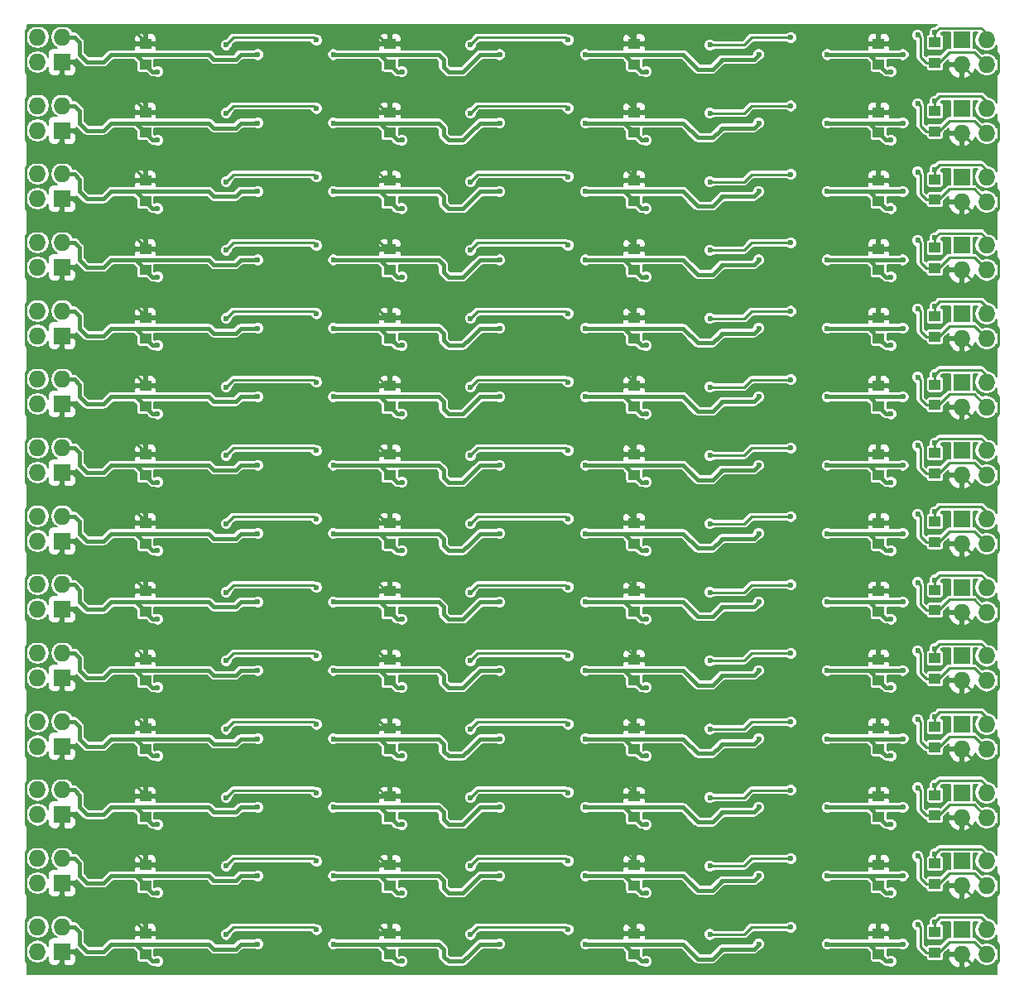
<source format=gbl>
G04 #@! TF.FileFunction,Copper,L2,Bot,Signal*
%FSLAX46Y46*%
G04 Gerber Fmt 4.6, Leading zero omitted, Abs format (unit mm)*
G04 Created by KiCad (PCBNEW 4.0.1-stable) date 2016/01/09 16:37:48*
%MOMM*%
G01*
G04 APERTURE LIST*
%ADD10C,0.100000*%
%ADD11R,1.727200X1.727200*%
%ADD12O,1.727200X1.727200*%
%ADD13R,1.143000X1.000000*%
%ADD14C,0.600000*%
%ADD15C,0.400000*%
%ADD16C,0.250000*%
%ADD17C,0.170000*%
G04 APERTURE END LIST*
D10*
D11*
X124000000Y-51750000D03*
D12*
X121460000Y-51750000D03*
X124000000Y-49210000D03*
X121460000Y-49210000D03*
D11*
X216000000Y-49500000D03*
D12*
X218540000Y-49500000D03*
X216000000Y-52040000D03*
X218540000Y-52040000D03*
D13*
X213250000Y-49750000D03*
X213250000Y-51850000D03*
X207500000Y-52000000D03*
X207500000Y-49900000D03*
X182500000Y-52000000D03*
X182500000Y-49900000D03*
X157500000Y-52000000D03*
X157500000Y-49900000D03*
X132500000Y-52000000D03*
X132500000Y-49900000D03*
X132500000Y-45000000D03*
X132500000Y-42900000D03*
X157500000Y-45000000D03*
X157500000Y-42900000D03*
X182500000Y-45000000D03*
X182500000Y-42900000D03*
X207500000Y-45000000D03*
X207500000Y-42900000D03*
X213250000Y-42750000D03*
X213250000Y-44850000D03*
D11*
X216000000Y-42500000D03*
D12*
X218540000Y-42500000D03*
X216000000Y-45040000D03*
X218540000Y-45040000D03*
D11*
X124000000Y-44750000D03*
D12*
X121460000Y-44750000D03*
X124000000Y-42210000D03*
X121460000Y-42210000D03*
D11*
X124000000Y-30750000D03*
D12*
X121460000Y-30750000D03*
X124000000Y-28210000D03*
X121460000Y-28210000D03*
D11*
X216000000Y-28500000D03*
D12*
X218540000Y-28500000D03*
X216000000Y-31040000D03*
X218540000Y-31040000D03*
D13*
X213250000Y-28750000D03*
X213250000Y-30850000D03*
X207500000Y-31000000D03*
X207500000Y-28900000D03*
X182500000Y-31000000D03*
X182500000Y-28900000D03*
X157500000Y-31000000D03*
X157500000Y-28900000D03*
X132500000Y-31000000D03*
X132500000Y-28900000D03*
X132500000Y-38000000D03*
X132500000Y-35900000D03*
X157500000Y-38000000D03*
X157500000Y-35900000D03*
X182500000Y-38000000D03*
X182500000Y-35900000D03*
X207500000Y-38000000D03*
X207500000Y-35900000D03*
X213250000Y-35750000D03*
X213250000Y-37850000D03*
D11*
X216000000Y-35500000D03*
D12*
X218540000Y-35500000D03*
X216000000Y-38040000D03*
X218540000Y-38040000D03*
D11*
X124000000Y-37750000D03*
D12*
X121460000Y-37750000D03*
X124000000Y-35210000D03*
X121460000Y-35210000D03*
D11*
X124000000Y-16750000D03*
D12*
X121460000Y-16750000D03*
X124000000Y-14210000D03*
X121460000Y-14210000D03*
D11*
X216000000Y-14500000D03*
D12*
X218540000Y-14500000D03*
X216000000Y-17040000D03*
X218540000Y-17040000D03*
D13*
X213250000Y-14750000D03*
X213250000Y-16850000D03*
X207500000Y-17000000D03*
X207500000Y-14900000D03*
X182500000Y-17000000D03*
X182500000Y-14900000D03*
X157500000Y-17000000D03*
X157500000Y-14900000D03*
X132500000Y-17000000D03*
X132500000Y-14900000D03*
X132500000Y-24000000D03*
X132500000Y-21900000D03*
X157500000Y-24000000D03*
X157500000Y-21900000D03*
X182500000Y-24000000D03*
X182500000Y-21900000D03*
X207500000Y-24000000D03*
X207500000Y-21900000D03*
X213250000Y-21750000D03*
X213250000Y-23850000D03*
D11*
X216000000Y-21500000D03*
D12*
X218540000Y-21500000D03*
X216000000Y-24040000D03*
X218540000Y-24040000D03*
D11*
X124000000Y-23750000D03*
D12*
X121460000Y-23750000D03*
X124000000Y-21210000D03*
X121460000Y-21210000D03*
D11*
X124000000Y-79750000D03*
D12*
X121460000Y-79750000D03*
X124000000Y-77210000D03*
X121460000Y-77210000D03*
D11*
X216000000Y-77500000D03*
D12*
X218540000Y-77500000D03*
X216000000Y-80040000D03*
X218540000Y-80040000D03*
D13*
X213250000Y-77750000D03*
X213250000Y-79850000D03*
X207500000Y-80000000D03*
X207500000Y-77900000D03*
X182500000Y-80000000D03*
X182500000Y-77900000D03*
X157500000Y-80000000D03*
X157500000Y-77900000D03*
X132500000Y-80000000D03*
X132500000Y-77900000D03*
X132500000Y-73000000D03*
X132500000Y-70900000D03*
X157500000Y-73000000D03*
X157500000Y-70900000D03*
X182500000Y-73000000D03*
X182500000Y-70900000D03*
X207500000Y-73000000D03*
X207500000Y-70900000D03*
X213250000Y-70750000D03*
X213250000Y-72850000D03*
D11*
X216000000Y-70500000D03*
D12*
X218540000Y-70500000D03*
X216000000Y-73040000D03*
X218540000Y-73040000D03*
D11*
X124000000Y-72750000D03*
D12*
X121460000Y-72750000D03*
X124000000Y-70210000D03*
X121460000Y-70210000D03*
D11*
X124000000Y-58750000D03*
D12*
X121460000Y-58750000D03*
X124000000Y-56210000D03*
X121460000Y-56210000D03*
D11*
X216000000Y-56500000D03*
D12*
X218540000Y-56500000D03*
X216000000Y-59040000D03*
X218540000Y-59040000D03*
D13*
X213250000Y-56750000D03*
X213250000Y-58850000D03*
X207500000Y-59000000D03*
X207500000Y-56900000D03*
X182500000Y-59000000D03*
X182500000Y-56900000D03*
X157500000Y-59000000D03*
X157500000Y-56900000D03*
X132500000Y-59000000D03*
X132500000Y-56900000D03*
X132500000Y-66000000D03*
X132500000Y-63900000D03*
X157500000Y-66000000D03*
X157500000Y-63900000D03*
X182500000Y-66000000D03*
X182500000Y-63900000D03*
X207500000Y-66000000D03*
X207500000Y-63900000D03*
X213250000Y-63750000D03*
X213250000Y-65850000D03*
D11*
X216000000Y-63500000D03*
D12*
X218540000Y-63500000D03*
X216000000Y-66040000D03*
X218540000Y-66040000D03*
D11*
X124000000Y-65750000D03*
D12*
X121460000Y-65750000D03*
X124000000Y-63210000D03*
X121460000Y-63210000D03*
D11*
X124000000Y-93750000D03*
D12*
X121460000Y-93750000D03*
X124000000Y-91210000D03*
X121460000Y-91210000D03*
D11*
X216000000Y-91500000D03*
D12*
X218540000Y-91500000D03*
X216000000Y-94040000D03*
X218540000Y-94040000D03*
D13*
X213250000Y-91750000D03*
X213250000Y-93850000D03*
X207500000Y-94000000D03*
X207500000Y-91900000D03*
X182500000Y-94000000D03*
X182500000Y-91900000D03*
X157500000Y-94000000D03*
X157500000Y-91900000D03*
X132500000Y-94000000D03*
X132500000Y-91900000D03*
X132500000Y-87000000D03*
X132500000Y-84900000D03*
X157500000Y-87000000D03*
X157500000Y-84900000D03*
X182500000Y-87000000D03*
X182500000Y-84900000D03*
X207500000Y-87000000D03*
X207500000Y-84900000D03*
X213250000Y-84750000D03*
X213250000Y-86850000D03*
D11*
X216000000Y-84500000D03*
D12*
X218540000Y-84500000D03*
X216000000Y-87040000D03*
X218540000Y-87040000D03*
D11*
X124000000Y-86750000D03*
D12*
X121460000Y-86750000D03*
X124000000Y-84210000D03*
X121460000Y-84210000D03*
D11*
X124000000Y-100750000D03*
D12*
X121460000Y-100750000D03*
X124000000Y-98210000D03*
X121460000Y-98210000D03*
D11*
X216000000Y-98500000D03*
D12*
X218540000Y-98500000D03*
X216000000Y-101040000D03*
X218540000Y-101040000D03*
D13*
X213250000Y-98750000D03*
X213250000Y-100850000D03*
X207500000Y-101000000D03*
X207500000Y-98900000D03*
X182500000Y-101000000D03*
X182500000Y-98900000D03*
X157500000Y-101000000D03*
X157500000Y-98900000D03*
X132500000Y-101000000D03*
X132500000Y-98900000D03*
X132500000Y-108000000D03*
X132500000Y-105900000D03*
X157500000Y-108000000D03*
X157500000Y-105900000D03*
X182500000Y-108000000D03*
X182500000Y-105900000D03*
X207500000Y-108000000D03*
X207500000Y-105900000D03*
X213250000Y-105750000D03*
X213250000Y-107850000D03*
D11*
X216000000Y-105500000D03*
D12*
X218540000Y-105500000D03*
X216000000Y-108040000D03*
X218540000Y-108040000D03*
D11*
X124000000Y-107750000D03*
D12*
X121460000Y-107750000D03*
X124000000Y-105210000D03*
X121460000Y-105210000D03*
D14*
X133750000Y-52750000D03*
X158750000Y-52750000D03*
X183750000Y-52750000D03*
X208750000Y-52750000D03*
X210000000Y-51000000D03*
X177500000Y-51000000D03*
X168750000Y-51000000D03*
X195250000Y-51000000D03*
X202250000Y-51000000D03*
X144000000Y-51000000D03*
X151750000Y-51000000D03*
X151750000Y-44000000D03*
X144000000Y-44000000D03*
X202250000Y-44000000D03*
X195250000Y-44000000D03*
X168750000Y-44000000D03*
X177500000Y-44000000D03*
X210000000Y-44000000D03*
X208750000Y-45750000D03*
X183750000Y-45750000D03*
X158750000Y-45750000D03*
X133750000Y-45750000D03*
X133750000Y-31750000D03*
X158750000Y-31750000D03*
X183750000Y-31750000D03*
X208750000Y-31750000D03*
X210000000Y-30000000D03*
X177500000Y-30000000D03*
X168750000Y-30000000D03*
X195250000Y-30000000D03*
X202250000Y-30000000D03*
X144000000Y-30000000D03*
X151750000Y-30000000D03*
X151750000Y-37000000D03*
X144000000Y-37000000D03*
X202250000Y-37000000D03*
X195250000Y-37000000D03*
X168750000Y-37000000D03*
X177500000Y-37000000D03*
X210000000Y-37000000D03*
X208750000Y-38750000D03*
X183750000Y-38750000D03*
X158750000Y-38750000D03*
X133750000Y-38750000D03*
X133750000Y-17750000D03*
X158750000Y-17750000D03*
X183750000Y-17750000D03*
X208750000Y-17750000D03*
X210000000Y-16000000D03*
X177500000Y-16000000D03*
X168750000Y-16000000D03*
X195250000Y-16000000D03*
X202250000Y-16000000D03*
X144000000Y-16000000D03*
X151750000Y-16000000D03*
X151750000Y-23000000D03*
X144000000Y-23000000D03*
X202250000Y-23000000D03*
X195250000Y-23000000D03*
X168750000Y-23000000D03*
X177500000Y-23000000D03*
X210000000Y-23000000D03*
X208750000Y-24750000D03*
X183750000Y-24750000D03*
X158750000Y-24750000D03*
X133750000Y-24750000D03*
X133750000Y-80750000D03*
X158750000Y-80750000D03*
X183750000Y-80750000D03*
X208750000Y-80750000D03*
X210000000Y-79000000D03*
X177500000Y-79000000D03*
X168750000Y-79000000D03*
X195250000Y-79000000D03*
X202250000Y-79000000D03*
X144000000Y-79000000D03*
X151750000Y-79000000D03*
X151750000Y-72000000D03*
X144000000Y-72000000D03*
X202250000Y-72000000D03*
X195250000Y-72000000D03*
X168750000Y-72000000D03*
X177500000Y-72000000D03*
X210000000Y-72000000D03*
X208750000Y-73750000D03*
X183750000Y-73750000D03*
X158750000Y-73750000D03*
X133750000Y-73750000D03*
X133750000Y-59750000D03*
X158750000Y-59750000D03*
X183750000Y-59750000D03*
X208750000Y-59750000D03*
X210000000Y-58000000D03*
X177500000Y-58000000D03*
X168750000Y-58000000D03*
X195250000Y-58000000D03*
X202250000Y-58000000D03*
X144000000Y-58000000D03*
X151750000Y-58000000D03*
X151750000Y-65000000D03*
X144000000Y-65000000D03*
X202250000Y-65000000D03*
X195250000Y-65000000D03*
X168750000Y-65000000D03*
X177500000Y-65000000D03*
X210000000Y-65000000D03*
X208750000Y-66750000D03*
X183750000Y-66750000D03*
X158750000Y-66750000D03*
X133750000Y-66750000D03*
X133750000Y-94750000D03*
X158750000Y-94750000D03*
X183750000Y-94750000D03*
X208750000Y-94750000D03*
X210000000Y-93000000D03*
X177500000Y-93000000D03*
X168750000Y-93000000D03*
X195250000Y-93000000D03*
X202250000Y-93000000D03*
X144000000Y-93000000D03*
X151750000Y-93000000D03*
X151750000Y-86000000D03*
X144000000Y-86000000D03*
X202250000Y-86000000D03*
X195250000Y-86000000D03*
X168750000Y-86000000D03*
X177500000Y-86000000D03*
X210000000Y-86000000D03*
X208750000Y-87750000D03*
X183750000Y-87750000D03*
X158750000Y-87750000D03*
X133750000Y-87750000D03*
X133750000Y-101750000D03*
X158750000Y-101750000D03*
X183750000Y-101750000D03*
X208750000Y-101750000D03*
X210000000Y-100000000D03*
X177500000Y-100000000D03*
X168750000Y-100000000D03*
X195250000Y-100000000D03*
X202250000Y-100000000D03*
X144000000Y-100000000D03*
X151750000Y-100000000D03*
X151750000Y-107000000D03*
X144000000Y-107000000D03*
X202250000Y-107000000D03*
X195250000Y-107000000D03*
X168750000Y-107000000D03*
X177500000Y-107000000D03*
X210000000Y-107000000D03*
X208750000Y-108750000D03*
X183750000Y-108750000D03*
X158750000Y-108750000D03*
X133750000Y-108750000D03*
X207500000Y-48750000D03*
X181250000Y-48750000D03*
X156250000Y-49000000D03*
X131500000Y-48750000D03*
X127000000Y-50500000D03*
X127500000Y-48750000D03*
X138500000Y-52500000D03*
X146000000Y-50000000D03*
X171750000Y-50000000D03*
X164250000Y-52000000D03*
X166500000Y-52750000D03*
X177750000Y-48500000D03*
X191750000Y-52750000D03*
X203250000Y-48750000D03*
X190000000Y-51750000D03*
X206500000Y-53000000D03*
X120500000Y-50500000D03*
X131500000Y-53000000D03*
X143250000Y-48500000D03*
X156500000Y-53000000D03*
X163000000Y-49900000D03*
X169250000Y-48500000D03*
X181500000Y-53000000D03*
X193250000Y-49000000D03*
X212250000Y-48500000D03*
X212250000Y-41500000D03*
X193250000Y-42000000D03*
X181500000Y-46000000D03*
X169250000Y-41500000D03*
X163000000Y-42900000D03*
X156500000Y-46000000D03*
X143250000Y-41500000D03*
X131500000Y-46000000D03*
X120500000Y-43500000D03*
X206500000Y-46000000D03*
X190000000Y-44750000D03*
X203250000Y-41750000D03*
X191750000Y-45750000D03*
X177750000Y-41500000D03*
X166500000Y-45750000D03*
X164250000Y-45000000D03*
X171750000Y-43000000D03*
X146000000Y-43000000D03*
X138500000Y-45500000D03*
X127500000Y-41750000D03*
X127000000Y-43500000D03*
X131500000Y-41750000D03*
X156250000Y-42000000D03*
X181250000Y-41750000D03*
X207500000Y-41750000D03*
X207500000Y-27750000D03*
X181250000Y-27750000D03*
X156250000Y-28000000D03*
X131500000Y-27750000D03*
X127000000Y-29500000D03*
X127500000Y-27750000D03*
X138500000Y-31500000D03*
X146000000Y-29000000D03*
X171750000Y-29000000D03*
X164250000Y-31000000D03*
X166500000Y-31750000D03*
X177750000Y-27500000D03*
X191750000Y-31750000D03*
X203250000Y-27750000D03*
X190000000Y-30750000D03*
X206500000Y-32000000D03*
X120500000Y-29500000D03*
X131500000Y-32000000D03*
X143250000Y-27500000D03*
X156500000Y-32000000D03*
X163000000Y-28900000D03*
X169250000Y-27500000D03*
X181500000Y-32000000D03*
X193250000Y-28000000D03*
X212250000Y-27500000D03*
X212250000Y-34500000D03*
X193250000Y-35000000D03*
X181500000Y-39000000D03*
X169250000Y-34500000D03*
X163000000Y-35900000D03*
X156500000Y-39000000D03*
X143250000Y-34500000D03*
X131500000Y-39000000D03*
X120500000Y-36500000D03*
X206500000Y-39000000D03*
X190000000Y-37750000D03*
X203250000Y-34750000D03*
X191750000Y-38750000D03*
X177750000Y-34500000D03*
X166500000Y-38750000D03*
X164250000Y-38000000D03*
X171750000Y-36000000D03*
X146000000Y-36000000D03*
X138500000Y-38500000D03*
X127500000Y-34750000D03*
X127000000Y-36500000D03*
X131500000Y-34750000D03*
X156250000Y-35000000D03*
X181250000Y-34750000D03*
X207500000Y-34750000D03*
X207500000Y-13750000D03*
X181250000Y-13750000D03*
X156250000Y-14000000D03*
X131500000Y-13750000D03*
X127000000Y-15500000D03*
X127500000Y-13750000D03*
X138500000Y-17500000D03*
X146000000Y-15000000D03*
X171750000Y-15000000D03*
X164250000Y-17000000D03*
X166500000Y-17750000D03*
X177750000Y-13500000D03*
X191750000Y-17750000D03*
X203250000Y-13750000D03*
X190000000Y-16750000D03*
X206500000Y-18000000D03*
X120500000Y-15500000D03*
X131500000Y-18000000D03*
X143250000Y-13500000D03*
X156500000Y-18000000D03*
X163000000Y-14900000D03*
X169250000Y-13500000D03*
X181500000Y-18000000D03*
X193250000Y-14000000D03*
X212250000Y-13500000D03*
X212250000Y-20500000D03*
X193250000Y-21000000D03*
X181500000Y-25000000D03*
X169250000Y-20500000D03*
X163000000Y-21900000D03*
X156500000Y-25000000D03*
X143250000Y-20500000D03*
X131500000Y-25000000D03*
X120500000Y-22500000D03*
X206500000Y-25000000D03*
X190000000Y-23750000D03*
X203250000Y-20750000D03*
X191750000Y-24750000D03*
X177750000Y-20500000D03*
X166500000Y-24750000D03*
X164250000Y-24000000D03*
X171750000Y-22000000D03*
X146000000Y-22000000D03*
X138500000Y-24500000D03*
X127500000Y-20750000D03*
X127000000Y-22500000D03*
X131500000Y-20750000D03*
X156250000Y-21000000D03*
X181250000Y-20750000D03*
X207500000Y-20750000D03*
X207500000Y-76750000D03*
X181250000Y-76750000D03*
X156250000Y-77000000D03*
X131500000Y-76750000D03*
X127000000Y-78500000D03*
X127500000Y-76750000D03*
X138500000Y-80500000D03*
X146000000Y-78000000D03*
X171750000Y-78000000D03*
X164250000Y-80000000D03*
X166500000Y-80750000D03*
X177750000Y-76500000D03*
X191750000Y-80750000D03*
X203250000Y-76750000D03*
X190000000Y-79750000D03*
X206500000Y-81000000D03*
X120500000Y-78500000D03*
X131500000Y-81000000D03*
X143250000Y-76500000D03*
X156500000Y-81000000D03*
X163000000Y-77900000D03*
X169250000Y-76500000D03*
X181500000Y-81000000D03*
X193250000Y-77000000D03*
X212250000Y-76500000D03*
X212250000Y-69500000D03*
X193250000Y-70000000D03*
X181500000Y-74000000D03*
X169250000Y-69500000D03*
X163000000Y-70900000D03*
X156500000Y-74000000D03*
X143250000Y-69500000D03*
X131500000Y-74000000D03*
X120500000Y-71500000D03*
X206500000Y-74000000D03*
X190000000Y-72750000D03*
X203250000Y-69750000D03*
X191750000Y-73750000D03*
X177750000Y-69500000D03*
X166500000Y-73750000D03*
X164250000Y-73000000D03*
X171750000Y-71000000D03*
X146000000Y-71000000D03*
X138500000Y-73500000D03*
X127500000Y-69750000D03*
X127000000Y-71500000D03*
X131500000Y-69750000D03*
X156250000Y-70000000D03*
X181250000Y-69750000D03*
X207500000Y-69750000D03*
X207500000Y-55750000D03*
X181250000Y-55750000D03*
X156250000Y-56000000D03*
X131500000Y-55750000D03*
X127000000Y-57500000D03*
X127500000Y-55750000D03*
X138500000Y-59500000D03*
X146000000Y-57000000D03*
X171750000Y-57000000D03*
X164250000Y-59000000D03*
X166500000Y-59750000D03*
X177750000Y-55500000D03*
X191750000Y-59750000D03*
X203250000Y-55750000D03*
X190000000Y-58750000D03*
X206500000Y-60000000D03*
X120500000Y-57500000D03*
X131500000Y-60000000D03*
X143250000Y-55500000D03*
X156500000Y-60000000D03*
X163000000Y-56900000D03*
X169250000Y-55500000D03*
X181500000Y-60000000D03*
X193250000Y-56000000D03*
X212250000Y-55500000D03*
X212250000Y-62500000D03*
X193250000Y-63000000D03*
X181500000Y-67000000D03*
X169250000Y-62500000D03*
X163000000Y-63900000D03*
X156500000Y-67000000D03*
X143250000Y-62500000D03*
X131500000Y-67000000D03*
X120500000Y-64500000D03*
X206500000Y-67000000D03*
X190000000Y-65750000D03*
X203250000Y-62750000D03*
X191750000Y-66750000D03*
X177750000Y-62500000D03*
X166500000Y-66750000D03*
X164250000Y-66000000D03*
X171750000Y-64000000D03*
X146000000Y-64000000D03*
X138500000Y-66500000D03*
X127500000Y-62750000D03*
X127000000Y-64500000D03*
X131500000Y-62750000D03*
X156250000Y-63000000D03*
X181250000Y-62750000D03*
X207500000Y-62750000D03*
X207500000Y-90750000D03*
X181250000Y-90750000D03*
X156250000Y-91000000D03*
X131500000Y-90750000D03*
X127000000Y-92500000D03*
X127500000Y-90750000D03*
X138500000Y-94500000D03*
X146000000Y-92000000D03*
X171750000Y-92000000D03*
X164250000Y-94000000D03*
X166500000Y-94750000D03*
X177750000Y-90500000D03*
X191750000Y-94750000D03*
X203250000Y-90750000D03*
X190000000Y-93750000D03*
X206500000Y-95000000D03*
X120500000Y-92500000D03*
X131500000Y-95000000D03*
X143250000Y-90500000D03*
X156500000Y-95000000D03*
X163000000Y-91900000D03*
X169250000Y-90500000D03*
X181500000Y-95000000D03*
X193250000Y-91000000D03*
X212250000Y-90500000D03*
X212250000Y-83500000D03*
X193250000Y-84000000D03*
X181500000Y-88000000D03*
X169250000Y-83500000D03*
X163000000Y-84900000D03*
X156500000Y-88000000D03*
X143250000Y-83500000D03*
X131500000Y-88000000D03*
X120500000Y-85500000D03*
X206500000Y-88000000D03*
X190000000Y-86750000D03*
X203250000Y-83750000D03*
X191750000Y-87750000D03*
X177750000Y-83500000D03*
X166500000Y-87750000D03*
X164250000Y-87000000D03*
X171750000Y-85000000D03*
X146000000Y-85000000D03*
X138500000Y-87500000D03*
X127500000Y-83750000D03*
X127000000Y-85500000D03*
X131500000Y-83750000D03*
X156250000Y-84000000D03*
X181250000Y-83750000D03*
X207500000Y-83750000D03*
X207500000Y-97750000D03*
X181250000Y-97750000D03*
X156250000Y-98000000D03*
X131500000Y-97750000D03*
X127000000Y-99500000D03*
X127500000Y-97750000D03*
X138500000Y-101500000D03*
X146000000Y-99000000D03*
X171750000Y-99000000D03*
X164250000Y-101000000D03*
X166500000Y-101750000D03*
X177750000Y-97500000D03*
X191750000Y-101750000D03*
X203250000Y-97750000D03*
X190000000Y-100750000D03*
X206500000Y-102000000D03*
X120500000Y-99500000D03*
X131500000Y-102000000D03*
X143250000Y-97500000D03*
X156500000Y-102000000D03*
X163000000Y-98900000D03*
X169250000Y-97500000D03*
X181500000Y-102000000D03*
X193250000Y-98000000D03*
X212250000Y-97500000D03*
X212250000Y-104500000D03*
X193250000Y-105000000D03*
X181500000Y-109000000D03*
X169250000Y-104500000D03*
X163000000Y-105900000D03*
X156500000Y-109000000D03*
X143250000Y-104500000D03*
X131500000Y-109000000D03*
X120500000Y-106500000D03*
X206500000Y-109000000D03*
X190000000Y-107750000D03*
X203250000Y-104750000D03*
X191750000Y-108750000D03*
X177750000Y-104500000D03*
X166500000Y-108750000D03*
X164250000Y-108000000D03*
X171750000Y-106000000D03*
X146000000Y-106000000D03*
X138500000Y-108500000D03*
X127500000Y-104750000D03*
X127000000Y-106500000D03*
X131500000Y-104750000D03*
X156250000Y-105000000D03*
X181250000Y-104750000D03*
X207500000Y-104750000D03*
X211500000Y-49000000D03*
X211500000Y-42000000D03*
X211500000Y-28000000D03*
X211500000Y-35000000D03*
X211500000Y-14000000D03*
X211500000Y-21000000D03*
X211500000Y-77000000D03*
X211500000Y-70000000D03*
X211500000Y-56000000D03*
X211500000Y-63000000D03*
X211500000Y-91000000D03*
X211500000Y-84000000D03*
X211500000Y-98000000D03*
X211500000Y-105000000D03*
X213250000Y-48750000D03*
X150000000Y-49500000D03*
X165750000Y-50000000D03*
X175750000Y-49500000D03*
X190250000Y-50000000D03*
X198500000Y-49250000D03*
X140750000Y-50000000D03*
X140750000Y-43000000D03*
X198500000Y-42250000D03*
X190250000Y-43000000D03*
X175750000Y-42500000D03*
X165750000Y-43000000D03*
X150000000Y-42500000D03*
X213250000Y-41750000D03*
X213250000Y-27750000D03*
X150000000Y-28500000D03*
X165750000Y-29000000D03*
X175750000Y-28500000D03*
X190250000Y-29000000D03*
X198500000Y-28250000D03*
X140750000Y-29000000D03*
X140750000Y-36000000D03*
X198500000Y-35250000D03*
X190250000Y-36000000D03*
X175750000Y-35500000D03*
X165750000Y-36000000D03*
X150000000Y-35500000D03*
X213250000Y-34750000D03*
X213250000Y-13750000D03*
X150000000Y-14500000D03*
X165750000Y-15000000D03*
X175750000Y-14500000D03*
X190250000Y-15000000D03*
X198500000Y-14250000D03*
X140750000Y-15000000D03*
X140750000Y-22000000D03*
X198500000Y-21250000D03*
X190250000Y-22000000D03*
X175750000Y-21500000D03*
X165750000Y-22000000D03*
X150000000Y-21500000D03*
X213250000Y-20750000D03*
X213250000Y-76750000D03*
X150000000Y-77500000D03*
X165750000Y-78000000D03*
X175750000Y-77500000D03*
X190250000Y-78000000D03*
X198500000Y-77250000D03*
X140750000Y-78000000D03*
X140750000Y-71000000D03*
X198500000Y-70250000D03*
X190250000Y-71000000D03*
X175750000Y-70500000D03*
X165750000Y-71000000D03*
X150000000Y-70500000D03*
X213250000Y-69750000D03*
X213250000Y-55750000D03*
X150000000Y-56500000D03*
X165750000Y-57000000D03*
X175750000Y-56500000D03*
X190250000Y-57000000D03*
X198500000Y-56250000D03*
X140750000Y-57000000D03*
X140750000Y-64000000D03*
X198500000Y-63250000D03*
X190250000Y-64000000D03*
X175750000Y-63500000D03*
X165750000Y-64000000D03*
X150000000Y-63500000D03*
X213250000Y-62750000D03*
X213250000Y-90750000D03*
X150000000Y-91500000D03*
X165750000Y-92000000D03*
X175750000Y-91500000D03*
X190250000Y-92000000D03*
X198500000Y-91250000D03*
X140750000Y-92000000D03*
X140750000Y-85000000D03*
X198500000Y-84250000D03*
X190250000Y-85000000D03*
X175750000Y-84500000D03*
X165750000Y-85000000D03*
X150000000Y-84500000D03*
X213250000Y-83750000D03*
X213250000Y-97750000D03*
X150000000Y-98500000D03*
X165750000Y-99000000D03*
X175750000Y-98500000D03*
X190250000Y-99000000D03*
X198500000Y-98250000D03*
X140750000Y-99000000D03*
X140750000Y-106000000D03*
X198500000Y-105250000D03*
X190250000Y-106000000D03*
X175750000Y-105500000D03*
X165750000Y-106000000D03*
X150000000Y-105500000D03*
X213250000Y-104750000D03*
D15*
X132500000Y-52000000D02*
X131500000Y-51000000D01*
X133250000Y-52750000D02*
X133750000Y-52750000D01*
X132500000Y-52000000D02*
X133250000Y-52750000D01*
X157500000Y-52000000D02*
X156500000Y-51000000D01*
X158250000Y-52750000D02*
X158750000Y-52750000D01*
X157500000Y-52000000D02*
X158250000Y-52750000D01*
X182500000Y-52000000D02*
X181500000Y-51000000D01*
X183250000Y-52750000D02*
X183750000Y-52750000D01*
X182500000Y-52000000D02*
X183250000Y-52750000D01*
X206500000Y-51000000D02*
X207500000Y-52000000D01*
X208250000Y-52750000D02*
X208750000Y-52750000D01*
X207500000Y-52000000D02*
X208250000Y-52750000D01*
X206500000Y-51000000D02*
X210000000Y-51000000D01*
X125210000Y-49210000D02*
X124000000Y-49210000D01*
X125750000Y-49750000D02*
X125210000Y-49210000D01*
X125750000Y-51000000D02*
X125750000Y-49750000D01*
X126500000Y-51750000D02*
X125750000Y-51000000D01*
X128250000Y-51750000D02*
X126500000Y-51750000D01*
X129000000Y-51000000D02*
X128250000Y-51750000D01*
X131500000Y-51000000D02*
X129000000Y-51000000D01*
X162500000Y-51000000D02*
X163000000Y-51500000D01*
X163000000Y-51500000D02*
X163000000Y-52250000D01*
X163000000Y-52250000D02*
X163500000Y-52750000D01*
X163500000Y-52750000D02*
X165000000Y-52750000D01*
X165000000Y-52750000D02*
X165750000Y-52000000D01*
X165750000Y-52000000D02*
X165750000Y-52000000D01*
X177500000Y-51000000D02*
X181500000Y-51000000D01*
X166750000Y-51000000D02*
X168750000Y-51000000D01*
X165750000Y-52000000D02*
X166750000Y-51000000D01*
X157250000Y-51000000D02*
X158500000Y-51000000D01*
X156500000Y-51000000D02*
X157250000Y-51000000D01*
X158500000Y-51000000D02*
X162500000Y-51000000D01*
X191500000Y-51500000D02*
X194750000Y-51500000D01*
X194750000Y-51500000D02*
X195250000Y-51000000D01*
X183750000Y-51000000D02*
X187500000Y-51000000D01*
X183750000Y-51000000D02*
X181500000Y-51000000D01*
X206500000Y-51000000D02*
X202250000Y-51000000D01*
X190500000Y-52500000D02*
X191250000Y-51750000D01*
X189000000Y-52500000D02*
X190500000Y-52500000D01*
X187500000Y-51000000D02*
X189000000Y-52500000D01*
X191250000Y-51750000D02*
X191500000Y-51500000D01*
X142250000Y-51000000D02*
X141750000Y-51500000D01*
X141750000Y-51500000D02*
X139500000Y-51500000D01*
X139500000Y-51500000D02*
X139000000Y-51000000D01*
X139000000Y-51000000D02*
X133500000Y-51000000D01*
X131750000Y-51000000D02*
X131500000Y-51000000D01*
X156500000Y-51000000D02*
X151750000Y-51000000D01*
X131750000Y-51000000D02*
X133500000Y-51000000D01*
X144000000Y-51000000D02*
X142250000Y-51000000D01*
X144000000Y-44000000D02*
X142250000Y-44000000D01*
X131750000Y-44000000D02*
X133500000Y-44000000D01*
X156500000Y-44000000D02*
X151750000Y-44000000D01*
X131750000Y-44000000D02*
X131500000Y-44000000D01*
X139000000Y-44000000D02*
X133500000Y-44000000D01*
X139500000Y-44500000D02*
X139000000Y-44000000D01*
X141750000Y-44500000D02*
X139500000Y-44500000D01*
X142250000Y-44000000D02*
X141750000Y-44500000D01*
X191250000Y-44750000D02*
X191500000Y-44500000D01*
X187500000Y-44000000D02*
X189000000Y-45500000D01*
X189000000Y-45500000D02*
X190500000Y-45500000D01*
X190500000Y-45500000D02*
X191250000Y-44750000D01*
X206500000Y-44000000D02*
X202250000Y-44000000D01*
X183750000Y-44000000D02*
X181500000Y-44000000D01*
X183750000Y-44000000D02*
X187500000Y-44000000D01*
X194750000Y-44500000D02*
X195250000Y-44000000D01*
X191500000Y-44500000D02*
X194750000Y-44500000D01*
X158500000Y-44000000D02*
X162500000Y-44000000D01*
X156500000Y-44000000D02*
X157250000Y-44000000D01*
X157250000Y-44000000D02*
X158500000Y-44000000D01*
X165750000Y-45000000D02*
X166750000Y-44000000D01*
X166750000Y-44000000D02*
X168750000Y-44000000D01*
X177500000Y-44000000D02*
X181500000Y-44000000D01*
X165750000Y-45000000D02*
X165750000Y-45000000D01*
X165000000Y-45750000D02*
X165750000Y-45000000D01*
X163500000Y-45750000D02*
X165000000Y-45750000D01*
X163000000Y-45250000D02*
X163500000Y-45750000D01*
X163000000Y-44500000D02*
X163000000Y-45250000D01*
X162500000Y-44000000D02*
X163000000Y-44500000D01*
X131500000Y-44000000D02*
X129000000Y-44000000D01*
X129000000Y-44000000D02*
X128250000Y-44750000D01*
X128250000Y-44750000D02*
X126500000Y-44750000D01*
X126500000Y-44750000D02*
X125750000Y-44000000D01*
X125750000Y-44000000D02*
X125750000Y-42750000D01*
X125750000Y-42750000D02*
X125210000Y-42210000D01*
X125210000Y-42210000D02*
X124000000Y-42210000D01*
X206500000Y-44000000D02*
X210000000Y-44000000D01*
X207500000Y-45000000D02*
X208250000Y-45750000D01*
X208250000Y-45750000D02*
X208750000Y-45750000D01*
X206500000Y-44000000D02*
X207500000Y-45000000D01*
X182500000Y-45000000D02*
X183250000Y-45750000D01*
X183250000Y-45750000D02*
X183750000Y-45750000D01*
X182500000Y-45000000D02*
X181500000Y-44000000D01*
X157500000Y-45000000D02*
X158250000Y-45750000D01*
X158250000Y-45750000D02*
X158750000Y-45750000D01*
X157500000Y-45000000D02*
X156500000Y-44000000D01*
X132500000Y-45000000D02*
X133250000Y-45750000D01*
X133250000Y-45750000D02*
X133750000Y-45750000D01*
X132500000Y-45000000D02*
X131500000Y-44000000D01*
X132500000Y-31000000D02*
X131500000Y-30000000D01*
X133250000Y-31750000D02*
X133750000Y-31750000D01*
X132500000Y-31000000D02*
X133250000Y-31750000D01*
X157500000Y-31000000D02*
X156500000Y-30000000D01*
X158250000Y-31750000D02*
X158750000Y-31750000D01*
X157500000Y-31000000D02*
X158250000Y-31750000D01*
X182500000Y-31000000D02*
X181500000Y-30000000D01*
X183250000Y-31750000D02*
X183750000Y-31750000D01*
X182500000Y-31000000D02*
X183250000Y-31750000D01*
X206500000Y-30000000D02*
X207500000Y-31000000D01*
X208250000Y-31750000D02*
X208750000Y-31750000D01*
X207500000Y-31000000D02*
X208250000Y-31750000D01*
X206500000Y-30000000D02*
X210000000Y-30000000D01*
X125210000Y-28210000D02*
X124000000Y-28210000D01*
X125750000Y-28750000D02*
X125210000Y-28210000D01*
X125750000Y-30000000D02*
X125750000Y-28750000D01*
X126500000Y-30750000D02*
X125750000Y-30000000D01*
X128250000Y-30750000D02*
X126500000Y-30750000D01*
X129000000Y-30000000D02*
X128250000Y-30750000D01*
X131500000Y-30000000D02*
X129000000Y-30000000D01*
X162500000Y-30000000D02*
X163000000Y-30500000D01*
X163000000Y-30500000D02*
X163000000Y-31250000D01*
X163000000Y-31250000D02*
X163500000Y-31750000D01*
X163500000Y-31750000D02*
X165000000Y-31750000D01*
X165000000Y-31750000D02*
X165750000Y-31000000D01*
X165750000Y-31000000D02*
X165750000Y-31000000D01*
X177500000Y-30000000D02*
X181500000Y-30000000D01*
X166750000Y-30000000D02*
X168750000Y-30000000D01*
X165750000Y-31000000D02*
X166750000Y-30000000D01*
X157250000Y-30000000D02*
X158500000Y-30000000D01*
X156500000Y-30000000D02*
X157250000Y-30000000D01*
X158500000Y-30000000D02*
X162500000Y-30000000D01*
X191500000Y-30500000D02*
X194750000Y-30500000D01*
X194750000Y-30500000D02*
X195250000Y-30000000D01*
X183750000Y-30000000D02*
X187500000Y-30000000D01*
X183750000Y-30000000D02*
X181500000Y-30000000D01*
X206500000Y-30000000D02*
X202250000Y-30000000D01*
X190500000Y-31500000D02*
X191250000Y-30750000D01*
X189000000Y-31500000D02*
X190500000Y-31500000D01*
X187500000Y-30000000D02*
X189000000Y-31500000D01*
X191250000Y-30750000D02*
X191500000Y-30500000D01*
X142250000Y-30000000D02*
X141750000Y-30500000D01*
X141750000Y-30500000D02*
X139500000Y-30500000D01*
X139500000Y-30500000D02*
X139000000Y-30000000D01*
X139000000Y-30000000D02*
X133500000Y-30000000D01*
X131750000Y-30000000D02*
X131500000Y-30000000D01*
X156500000Y-30000000D02*
X151750000Y-30000000D01*
X131750000Y-30000000D02*
X133500000Y-30000000D01*
X144000000Y-30000000D02*
X142250000Y-30000000D01*
X144000000Y-37000000D02*
X142250000Y-37000000D01*
X131750000Y-37000000D02*
X133500000Y-37000000D01*
X156500000Y-37000000D02*
X151750000Y-37000000D01*
X131750000Y-37000000D02*
X131500000Y-37000000D01*
X139000000Y-37000000D02*
X133500000Y-37000000D01*
X139500000Y-37500000D02*
X139000000Y-37000000D01*
X141750000Y-37500000D02*
X139500000Y-37500000D01*
X142250000Y-37000000D02*
X141750000Y-37500000D01*
X191250000Y-37750000D02*
X191500000Y-37500000D01*
X187500000Y-37000000D02*
X189000000Y-38500000D01*
X189000000Y-38500000D02*
X190500000Y-38500000D01*
X190500000Y-38500000D02*
X191250000Y-37750000D01*
X206500000Y-37000000D02*
X202250000Y-37000000D01*
X183750000Y-37000000D02*
X181500000Y-37000000D01*
X183750000Y-37000000D02*
X187500000Y-37000000D01*
X194750000Y-37500000D02*
X195250000Y-37000000D01*
X191500000Y-37500000D02*
X194750000Y-37500000D01*
X158500000Y-37000000D02*
X162500000Y-37000000D01*
X156500000Y-37000000D02*
X157250000Y-37000000D01*
X157250000Y-37000000D02*
X158500000Y-37000000D01*
X165750000Y-38000000D02*
X166750000Y-37000000D01*
X166750000Y-37000000D02*
X168750000Y-37000000D01*
X177500000Y-37000000D02*
X181500000Y-37000000D01*
X165750000Y-38000000D02*
X165750000Y-38000000D01*
X165000000Y-38750000D02*
X165750000Y-38000000D01*
X163500000Y-38750000D02*
X165000000Y-38750000D01*
X163000000Y-38250000D02*
X163500000Y-38750000D01*
X163000000Y-37500000D02*
X163000000Y-38250000D01*
X162500000Y-37000000D02*
X163000000Y-37500000D01*
X131500000Y-37000000D02*
X129000000Y-37000000D01*
X129000000Y-37000000D02*
X128250000Y-37750000D01*
X128250000Y-37750000D02*
X126500000Y-37750000D01*
X126500000Y-37750000D02*
X125750000Y-37000000D01*
X125750000Y-37000000D02*
X125750000Y-35750000D01*
X125750000Y-35750000D02*
X125210000Y-35210000D01*
X125210000Y-35210000D02*
X124000000Y-35210000D01*
X206500000Y-37000000D02*
X210000000Y-37000000D01*
X207500000Y-38000000D02*
X208250000Y-38750000D01*
X208250000Y-38750000D02*
X208750000Y-38750000D01*
X206500000Y-37000000D02*
X207500000Y-38000000D01*
X182500000Y-38000000D02*
X183250000Y-38750000D01*
X183250000Y-38750000D02*
X183750000Y-38750000D01*
X182500000Y-38000000D02*
X181500000Y-37000000D01*
X157500000Y-38000000D02*
X158250000Y-38750000D01*
X158250000Y-38750000D02*
X158750000Y-38750000D01*
X157500000Y-38000000D02*
X156500000Y-37000000D01*
X132500000Y-38000000D02*
X133250000Y-38750000D01*
X133250000Y-38750000D02*
X133750000Y-38750000D01*
X132500000Y-38000000D02*
X131500000Y-37000000D01*
X132500000Y-17000000D02*
X131500000Y-16000000D01*
X133250000Y-17750000D02*
X133750000Y-17750000D01*
X132500000Y-17000000D02*
X133250000Y-17750000D01*
X157500000Y-17000000D02*
X156500000Y-16000000D01*
X158250000Y-17750000D02*
X158750000Y-17750000D01*
X157500000Y-17000000D02*
X158250000Y-17750000D01*
X182500000Y-17000000D02*
X181500000Y-16000000D01*
X183250000Y-17750000D02*
X183750000Y-17750000D01*
X182500000Y-17000000D02*
X183250000Y-17750000D01*
X206500000Y-16000000D02*
X207500000Y-17000000D01*
X208250000Y-17750000D02*
X208750000Y-17750000D01*
X207500000Y-17000000D02*
X208250000Y-17750000D01*
X206500000Y-16000000D02*
X210000000Y-16000000D01*
X125210000Y-14210000D02*
X124000000Y-14210000D01*
X125750000Y-14750000D02*
X125210000Y-14210000D01*
X125750000Y-16000000D02*
X125750000Y-14750000D01*
X126500000Y-16750000D02*
X125750000Y-16000000D01*
X128250000Y-16750000D02*
X126500000Y-16750000D01*
X129000000Y-16000000D02*
X128250000Y-16750000D01*
X131500000Y-16000000D02*
X129000000Y-16000000D01*
X162500000Y-16000000D02*
X163000000Y-16500000D01*
X163000000Y-16500000D02*
X163000000Y-17250000D01*
X163000000Y-17250000D02*
X163500000Y-17750000D01*
X163500000Y-17750000D02*
X165000000Y-17750000D01*
X165000000Y-17750000D02*
X165750000Y-17000000D01*
X165750000Y-17000000D02*
X165750000Y-17000000D01*
X177500000Y-16000000D02*
X181500000Y-16000000D01*
X166750000Y-16000000D02*
X168750000Y-16000000D01*
X165750000Y-17000000D02*
X166750000Y-16000000D01*
X157250000Y-16000000D02*
X158500000Y-16000000D01*
X156500000Y-16000000D02*
X157250000Y-16000000D01*
X158500000Y-16000000D02*
X162500000Y-16000000D01*
X191500000Y-16500000D02*
X194750000Y-16500000D01*
X194750000Y-16500000D02*
X195250000Y-16000000D01*
X183750000Y-16000000D02*
X187500000Y-16000000D01*
X183750000Y-16000000D02*
X181500000Y-16000000D01*
X206500000Y-16000000D02*
X202250000Y-16000000D01*
X190500000Y-17500000D02*
X191250000Y-16750000D01*
X189000000Y-17500000D02*
X190500000Y-17500000D01*
X187500000Y-16000000D02*
X189000000Y-17500000D01*
X191250000Y-16750000D02*
X191500000Y-16500000D01*
X142250000Y-16000000D02*
X141750000Y-16500000D01*
X141750000Y-16500000D02*
X139500000Y-16500000D01*
X139500000Y-16500000D02*
X139000000Y-16000000D01*
X139000000Y-16000000D02*
X133500000Y-16000000D01*
X131750000Y-16000000D02*
X131500000Y-16000000D01*
X156500000Y-16000000D02*
X151750000Y-16000000D01*
X131750000Y-16000000D02*
X133500000Y-16000000D01*
X144000000Y-16000000D02*
X142250000Y-16000000D01*
X144000000Y-23000000D02*
X142250000Y-23000000D01*
X131750000Y-23000000D02*
X133500000Y-23000000D01*
X156500000Y-23000000D02*
X151750000Y-23000000D01*
X131750000Y-23000000D02*
X131500000Y-23000000D01*
X139000000Y-23000000D02*
X133500000Y-23000000D01*
X139500000Y-23500000D02*
X139000000Y-23000000D01*
X141750000Y-23500000D02*
X139500000Y-23500000D01*
X142250000Y-23000000D02*
X141750000Y-23500000D01*
X191250000Y-23750000D02*
X191500000Y-23500000D01*
X187500000Y-23000000D02*
X189000000Y-24500000D01*
X189000000Y-24500000D02*
X190500000Y-24500000D01*
X190500000Y-24500000D02*
X191250000Y-23750000D01*
X206500000Y-23000000D02*
X202250000Y-23000000D01*
X183750000Y-23000000D02*
X181500000Y-23000000D01*
X183750000Y-23000000D02*
X187500000Y-23000000D01*
X194750000Y-23500000D02*
X195250000Y-23000000D01*
X191500000Y-23500000D02*
X194750000Y-23500000D01*
X158500000Y-23000000D02*
X162500000Y-23000000D01*
X156500000Y-23000000D02*
X157250000Y-23000000D01*
X157250000Y-23000000D02*
X158500000Y-23000000D01*
X165750000Y-24000000D02*
X166750000Y-23000000D01*
X166750000Y-23000000D02*
X168750000Y-23000000D01*
X177500000Y-23000000D02*
X181500000Y-23000000D01*
X165750000Y-24000000D02*
X165750000Y-24000000D01*
X165000000Y-24750000D02*
X165750000Y-24000000D01*
X163500000Y-24750000D02*
X165000000Y-24750000D01*
X163000000Y-24250000D02*
X163500000Y-24750000D01*
X163000000Y-23500000D02*
X163000000Y-24250000D01*
X162500000Y-23000000D02*
X163000000Y-23500000D01*
X131500000Y-23000000D02*
X129000000Y-23000000D01*
X129000000Y-23000000D02*
X128250000Y-23750000D01*
X128250000Y-23750000D02*
X126500000Y-23750000D01*
X126500000Y-23750000D02*
X125750000Y-23000000D01*
X125750000Y-23000000D02*
X125750000Y-21750000D01*
X125750000Y-21750000D02*
X125210000Y-21210000D01*
X125210000Y-21210000D02*
X124000000Y-21210000D01*
X206500000Y-23000000D02*
X210000000Y-23000000D01*
X207500000Y-24000000D02*
X208250000Y-24750000D01*
X208250000Y-24750000D02*
X208750000Y-24750000D01*
X206500000Y-23000000D02*
X207500000Y-24000000D01*
X182500000Y-24000000D02*
X183250000Y-24750000D01*
X183250000Y-24750000D02*
X183750000Y-24750000D01*
X182500000Y-24000000D02*
X181500000Y-23000000D01*
X157500000Y-24000000D02*
X158250000Y-24750000D01*
X158250000Y-24750000D02*
X158750000Y-24750000D01*
X157500000Y-24000000D02*
X156500000Y-23000000D01*
X132500000Y-24000000D02*
X133250000Y-24750000D01*
X133250000Y-24750000D02*
X133750000Y-24750000D01*
X132500000Y-24000000D02*
X131500000Y-23000000D01*
X132500000Y-80000000D02*
X131500000Y-79000000D01*
X133250000Y-80750000D02*
X133750000Y-80750000D01*
X132500000Y-80000000D02*
X133250000Y-80750000D01*
X157500000Y-80000000D02*
X156500000Y-79000000D01*
X158250000Y-80750000D02*
X158750000Y-80750000D01*
X157500000Y-80000000D02*
X158250000Y-80750000D01*
X182500000Y-80000000D02*
X181500000Y-79000000D01*
X183250000Y-80750000D02*
X183750000Y-80750000D01*
X182500000Y-80000000D02*
X183250000Y-80750000D01*
X206500000Y-79000000D02*
X207500000Y-80000000D01*
X208250000Y-80750000D02*
X208750000Y-80750000D01*
X207500000Y-80000000D02*
X208250000Y-80750000D01*
X206500000Y-79000000D02*
X210000000Y-79000000D01*
X125210000Y-77210000D02*
X124000000Y-77210000D01*
X125750000Y-77750000D02*
X125210000Y-77210000D01*
X125750000Y-79000000D02*
X125750000Y-77750000D01*
X126500000Y-79750000D02*
X125750000Y-79000000D01*
X128250000Y-79750000D02*
X126500000Y-79750000D01*
X129000000Y-79000000D02*
X128250000Y-79750000D01*
X131500000Y-79000000D02*
X129000000Y-79000000D01*
X162500000Y-79000000D02*
X163000000Y-79500000D01*
X163000000Y-79500000D02*
X163000000Y-80250000D01*
X163000000Y-80250000D02*
X163500000Y-80750000D01*
X163500000Y-80750000D02*
X165000000Y-80750000D01*
X165000000Y-80750000D02*
X165750000Y-80000000D01*
X165750000Y-80000000D02*
X165750000Y-80000000D01*
X177500000Y-79000000D02*
X181500000Y-79000000D01*
X166750000Y-79000000D02*
X168750000Y-79000000D01*
X165750000Y-80000000D02*
X166750000Y-79000000D01*
X157250000Y-79000000D02*
X158500000Y-79000000D01*
X156500000Y-79000000D02*
X157250000Y-79000000D01*
X158500000Y-79000000D02*
X162500000Y-79000000D01*
X191500000Y-79500000D02*
X194750000Y-79500000D01*
X194750000Y-79500000D02*
X195250000Y-79000000D01*
X183750000Y-79000000D02*
X187500000Y-79000000D01*
X183750000Y-79000000D02*
X181500000Y-79000000D01*
X206500000Y-79000000D02*
X202250000Y-79000000D01*
X190500000Y-80500000D02*
X191250000Y-79750000D01*
X189000000Y-80500000D02*
X190500000Y-80500000D01*
X187500000Y-79000000D02*
X189000000Y-80500000D01*
X191250000Y-79750000D02*
X191500000Y-79500000D01*
X142250000Y-79000000D02*
X141750000Y-79500000D01*
X141750000Y-79500000D02*
X139500000Y-79500000D01*
X139500000Y-79500000D02*
X139000000Y-79000000D01*
X139000000Y-79000000D02*
X133500000Y-79000000D01*
X131750000Y-79000000D02*
X131500000Y-79000000D01*
X156500000Y-79000000D02*
X151750000Y-79000000D01*
X131750000Y-79000000D02*
X133500000Y-79000000D01*
X144000000Y-79000000D02*
X142250000Y-79000000D01*
X144000000Y-72000000D02*
X142250000Y-72000000D01*
X131750000Y-72000000D02*
X133500000Y-72000000D01*
X156500000Y-72000000D02*
X151750000Y-72000000D01*
X131750000Y-72000000D02*
X131500000Y-72000000D01*
X139000000Y-72000000D02*
X133500000Y-72000000D01*
X139500000Y-72500000D02*
X139000000Y-72000000D01*
X141750000Y-72500000D02*
X139500000Y-72500000D01*
X142250000Y-72000000D02*
X141750000Y-72500000D01*
X191250000Y-72750000D02*
X191500000Y-72500000D01*
X187500000Y-72000000D02*
X189000000Y-73500000D01*
X189000000Y-73500000D02*
X190500000Y-73500000D01*
X190500000Y-73500000D02*
X191250000Y-72750000D01*
X206500000Y-72000000D02*
X202250000Y-72000000D01*
X183750000Y-72000000D02*
X181500000Y-72000000D01*
X183750000Y-72000000D02*
X187500000Y-72000000D01*
X194750000Y-72500000D02*
X195250000Y-72000000D01*
X191500000Y-72500000D02*
X194750000Y-72500000D01*
X158500000Y-72000000D02*
X162500000Y-72000000D01*
X156500000Y-72000000D02*
X157250000Y-72000000D01*
X157250000Y-72000000D02*
X158500000Y-72000000D01*
X165750000Y-73000000D02*
X166750000Y-72000000D01*
X166750000Y-72000000D02*
X168750000Y-72000000D01*
X177500000Y-72000000D02*
X181500000Y-72000000D01*
X165750000Y-73000000D02*
X165750000Y-73000000D01*
X165000000Y-73750000D02*
X165750000Y-73000000D01*
X163500000Y-73750000D02*
X165000000Y-73750000D01*
X163000000Y-73250000D02*
X163500000Y-73750000D01*
X163000000Y-72500000D02*
X163000000Y-73250000D01*
X162500000Y-72000000D02*
X163000000Y-72500000D01*
X131500000Y-72000000D02*
X129000000Y-72000000D01*
X129000000Y-72000000D02*
X128250000Y-72750000D01*
X128250000Y-72750000D02*
X126500000Y-72750000D01*
X126500000Y-72750000D02*
X125750000Y-72000000D01*
X125750000Y-72000000D02*
X125750000Y-70750000D01*
X125750000Y-70750000D02*
X125210000Y-70210000D01*
X125210000Y-70210000D02*
X124000000Y-70210000D01*
X206500000Y-72000000D02*
X210000000Y-72000000D01*
X207500000Y-73000000D02*
X208250000Y-73750000D01*
X208250000Y-73750000D02*
X208750000Y-73750000D01*
X206500000Y-72000000D02*
X207500000Y-73000000D01*
X182500000Y-73000000D02*
X183250000Y-73750000D01*
X183250000Y-73750000D02*
X183750000Y-73750000D01*
X182500000Y-73000000D02*
X181500000Y-72000000D01*
X157500000Y-73000000D02*
X158250000Y-73750000D01*
X158250000Y-73750000D02*
X158750000Y-73750000D01*
X157500000Y-73000000D02*
X156500000Y-72000000D01*
X132500000Y-73000000D02*
X133250000Y-73750000D01*
X133250000Y-73750000D02*
X133750000Y-73750000D01*
X132500000Y-73000000D02*
X131500000Y-72000000D01*
X132500000Y-59000000D02*
X131500000Y-58000000D01*
X133250000Y-59750000D02*
X133750000Y-59750000D01*
X132500000Y-59000000D02*
X133250000Y-59750000D01*
X157500000Y-59000000D02*
X156500000Y-58000000D01*
X158250000Y-59750000D02*
X158750000Y-59750000D01*
X157500000Y-59000000D02*
X158250000Y-59750000D01*
X182500000Y-59000000D02*
X181500000Y-58000000D01*
X183250000Y-59750000D02*
X183750000Y-59750000D01*
X182500000Y-59000000D02*
X183250000Y-59750000D01*
X206500000Y-58000000D02*
X207500000Y-59000000D01*
X208250000Y-59750000D02*
X208750000Y-59750000D01*
X207500000Y-59000000D02*
X208250000Y-59750000D01*
X206500000Y-58000000D02*
X210000000Y-58000000D01*
X125210000Y-56210000D02*
X124000000Y-56210000D01*
X125750000Y-56750000D02*
X125210000Y-56210000D01*
X125750000Y-58000000D02*
X125750000Y-56750000D01*
X126500000Y-58750000D02*
X125750000Y-58000000D01*
X128250000Y-58750000D02*
X126500000Y-58750000D01*
X129000000Y-58000000D02*
X128250000Y-58750000D01*
X131500000Y-58000000D02*
X129000000Y-58000000D01*
X162500000Y-58000000D02*
X163000000Y-58500000D01*
X163000000Y-58500000D02*
X163000000Y-59250000D01*
X163000000Y-59250000D02*
X163500000Y-59750000D01*
X163500000Y-59750000D02*
X165000000Y-59750000D01*
X165000000Y-59750000D02*
X165750000Y-59000000D01*
X165750000Y-59000000D02*
X165750000Y-59000000D01*
X177500000Y-58000000D02*
X181500000Y-58000000D01*
X166750000Y-58000000D02*
X168750000Y-58000000D01*
X165750000Y-59000000D02*
X166750000Y-58000000D01*
X157250000Y-58000000D02*
X158500000Y-58000000D01*
X156500000Y-58000000D02*
X157250000Y-58000000D01*
X158500000Y-58000000D02*
X162500000Y-58000000D01*
X191500000Y-58500000D02*
X194750000Y-58500000D01*
X194750000Y-58500000D02*
X195250000Y-58000000D01*
X183750000Y-58000000D02*
X187500000Y-58000000D01*
X183750000Y-58000000D02*
X181500000Y-58000000D01*
X206500000Y-58000000D02*
X202250000Y-58000000D01*
X190500000Y-59500000D02*
X191250000Y-58750000D01*
X189000000Y-59500000D02*
X190500000Y-59500000D01*
X187500000Y-58000000D02*
X189000000Y-59500000D01*
X191250000Y-58750000D02*
X191500000Y-58500000D01*
X142250000Y-58000000D02*
X141750000Y-58500000D01*
X141750000Y-58500000D02*
X139500000Y-58500000D01*
X139500000Y-58500000D02*
X139000000Y-58000000D01*
X139000000Y-58000000D02*
X133500000Y-58000000D01*
X131750000Y-58000000D02*
X131500000Y-58000000D01*
X156500000Y-58000000D02*
X151750000Y-58000000D01*
X131750000Y-58000000D02*
X133500000Y-58000000D01*
X144000000Y-58000000D02*
X142250000Y-58000000D01*
X144000000Y-65000000D02*
X142250000Y-65000000D01*
X131750000Y-65000000D02*
X133500000Y-65000000D01*
X156500000Y-65000000D02*
X151750000Y-65000000D01*
X131750000Y-65000000D02*
X131500000Y-65000000D01*
X139000000Y-65000000D02*
X133500000Y-65000000D01*
X139500000Y-65500000D02*
X139000000Y-65000000D01*
X141750000Y-65500000D02*
X139500000Y-65500000D01*
X142250000Y-65000000D02*
X141750000Y-65500000D01*
X191250000Y-65750000D02*
X191500000Y-65500000D01*
X187500000Y-65000000D02*
X189000000Y-66500000D01*
X189000000Y-66500000D02*
X190500000Y-66500000D01*
X190500000Y-66500000D02*
X191250000Y-65750000D01*
X206500000Y-65000000D02*
X202250000Y-65000000D01*
X183750000Y-65000000D02*
X181500000Y-65000000D01*
X183750000Y-65000000D02*
X187500000Y-65000000D01*
X194750000Y-65500000D02*
X195250000Y-65000000D01*
X191500000Y-65500000D02*
X194750000Y-65500000D01*
X158500000Y-65000000D02*
X162500000Y-65000000D01*
X156500000Y-65000000D02*
X157250000Y-65000000D01*
X157250000Y-65000000D02*
X158500000Y-65000000D01*
X165750000Y-66000000D02*
X166750000Y-65000000D01*
X166750000Y-65000000D02*
X168750000Y-65000000D01*
X177500000Y-65000000D02*
X181500000Y-65000000D01*
X165750000Y-66000000D02*
X165750000Y-66000000D01*
X165000000Y-66750000D02*
X165750000Y-66000000D01*
X163500000Y-66750000D02*
X165000000Y-66750000D01*
X163000000Y-66250000D02*
X163500000Y-66750000D01*
X163000000Y-65500000D02*
X163000000Y-66250000D01*
X162500000Y-65000000D02*
X163000000Y-65500000D01*
X131500000Y-65000000D02*
X129000000Y-65000000D01*
X129000000Y-65000000D02*
X128250000Y-65750000D01*
X128250000Y-65750000D02*
X126500000Y-65750000D01*
X126500000Y-65750000D02*
X125750000Y-65000000D01*
X125750000Y-65000000D02*
X125750000Y-63750000D01*
X125750000Y-63750000D02*
X125210000Y-63210000D01*
X125210000Y-63210000D02*
X124000000Y-63210000D01*
X206500000Y-65000000D02*
X210000000Y-65000000D01*
X207500000Y-66000000D02*
X208250000Y-66750000D01*
X208250000Y-66750000D02*
X208750000Y-66750000D01*
X206500000Y-65000000D02*
X207500000Y-66000000D01*
X182500000Y-66000000D02*
X183250000Y-66750000D01*
X183250000Y-66750000D02*
X183750000Y-66750000D01*
X182500000Y-66000000D02*
X181500000Y-65000000D01*
X157500000Y-66000000D02*
X158250000Y-66750000D01*
X158250000Y-66750000D02*
X158750000Y-66750000D01*
X157500000Y-66000000D02*
X156500000Y-65000000D01*
X132500000Y-66000000D02*
X133250000Y-66750000D01*
X133250000Y-66750000D02*
X133750000Y-66750000D01*
X132500000Y-66000000D02*
X131500000Y-65000000D01*
X132500000Y-94000000D02*
X131500000Y-93000000D01*
X133250000Y-94750000D02*
X133750000Y-94750000D01*
X132500000Y-94000000D02*
X133250000Y-94750000D01*
X157500000Y-94000000D02*
X156500000Y-93000000D01*
X158250000Y-94750000D02*
X158750000Y-94750000D01*
X157500000Y-94000000D02*
X158250000Y-94750000D01*
X182500000Y-94000000D02*
X181500000Y-93000000D01*
X183250000Y-94750000D02*
X183750000Y-94750000D01*
X182500000Y-94000000D02*
X183250000Y-94750000D01*
X206500000Y-93000000D02*
X207500000Y-94000000D01*
X208250000Y-94750000D02*
X208750000Y-94750000D01*
X207500000Y-94000000D02*
X208250000Y-94750000D01*
X206500000Y-93000000D02*
X210000000Y-93000000D01*
X125210000Y-91210000D02*
X124000000Y-91210000D01*
X125750000Y-91750000D02*
X125210000Y-91210000D01*
X125750000Y-93000000D02*
X125750000Y-91750000D01*
X126500000Y-93750000D02*
X125750000Y-93000000D01*
X128250000Y-93750000D02*
X126500000Y-93750000D01*
X129000000Y-93000000D02*
X128250000Y-93750000D01*
X131500000Y-93000000D02*
X129000000Y-93000000D01*
X162500000Y-93000000D02*
X163000000Y-93500000D01*
X163000000Y-93500000D02*
X163000000Y-94250000D01*
X163000000Y-94250000D02*
X163500000Y-94750000D01*
X163500000Y-94750000D02*
X165000000Y-94750000D01*
X165000000Y-94750000D02*
X165750000Y-94000000D01*
X165750000Y-94000000D02*
X165750000Y-94000000D01*
X177500000Y-93000000D02*
X181500000Y-93000000D01*
X166750000Y-93000000D02*
X168750000Y-93000000D01*
X165750000Y-94000000D02*
X166750000Y-93000000D01*
X157250000Y-93000000D02*
X158500000Y-93000000D01*
X156500000Y-93000000D02*
X157250000Y-93000000D01*
X158500000Y-93000000D02*
X162500000Y-93000000D01*
X191500000Y-93500000D02*
X194750000Y-93500000D01*
X194750000Y-93500000D02*
X195250000Y-93000000D01*
X183750000Y-93000000D02*
X187500000Y-93000000D01*
X183750000Y-93000000D02*
X181500000Y-93000000D01*
X206500000Y-93000000D02*
X202250000Y-93000000D01*
X190500000Y-94500000D02*
X191250000Y-93750000D01*
X189000000Y-94500000D02*
X190500000Y-94500000D01*
X187500000Y-93000000D02*
X189000000Y-94500000D01*
X191250000Y-93750000D02*
X191500000Y-93500000D01*
X142250000Y-93000000D02*
X141750000Y-93500000D01*
X141750000Y-93500000D02*
X139500000Y-93500000D01*
X139500000Y-93500000D02*
X139000000Y-93000000D01*
X139000000Y-93000000D02*
X133500000Y-93000000D01*
X131750000Y-93000000D02*
X131500000Y-93000000D01*
X156500000Y-93000000D02*
X151750000Y-93000000D01*
X131750000Y-93000000D02*
X133500000Y-93000000D01*
X144000000Y-93000000D02*
X142250000Y-93000000D01*
X144000000Y-86000000D02*
X142250000Y-86000000D01*
X131750000Y-86000000D02*
X133500000Y-86000000D01*
X156500000Y-86000000D02*
X151750000Y-86000000D01*
X131750000Y-86000000D02*
X131500000Y-86000000D01*
X139000000Y-86000000D02*
X133500000Y-86000000D01*
X139500000Y-86500000D02*
X139000000Y-86000000D01*
X141750000Y-86500000D02*
X139500000Y-86500000D01*
X142250000Y-86000000D02*
X141750000Y-86500000D01*
X191250000Y-86750000D02*
X191500000Y-86500000D01*
X187500000Y-86000000D02*
X189000000Y-87500000D01*
X189000000Y-87500000D02*
X190500000Y-87500000D01*
X190500000Y-87500000D02*
X191250000Y-86750000D01*
X206500000Y-86000000D02*
X202250000Y-86000000D01*
X183750000Y-86000000D02*
X181500000Y-86000000D01*
X183750000Y-86000000D02*
X187500000Y-86000000D01*
X194750000Y-86500000D02*
X195250000Y-86000000D01*
X191500000Y-86500000D02*
X194750000Y-86500000D01*
X158500000Y-86000000D02*
X162500000Y-86000000D01*
X156500000Y-86000000D02*
X157250000Y-86000000D01*
X157250000Y-86000000D02*
X158500000Y-86000000D01*
X165750000Y-87000000D02*
X166750000Y-86000000D01*
X166750000Y-86000000D02*
X168750000Y-86000000D01*
X177500000Y-86000000D02*
X181500000Y-86000000D01*
X165750000Y-87000000D02*
X165750000Y-87000000D01*
X165000000Y-87750000D02*
X165750000Y-87000000D01*
X163500000Y-87750000D02*
X165000000Y-87750000D01*
X163000000Y-87250000D02*
X163500000Y-87750000D01*
X163000000Y-86500000D02*
X163000000Y-87250000D01*
X162500000Y-86000000D02*
X163000000Y-86500000D01*
X131500000Y-86000000D02*
X129000000Y-86000000D01*
X129000000Y-86000000D02*
X128250000Y-86750000D01*
X128250000Y-86750000D02*
X126500000Y-86750000D01*
X126500000Y-86750000D02*
X125750000Y-86000000D01*
X125750000Y-86000000D02*
X125750000Y-84750000D01*
X125750000Y-84750000D02*
X125210000Y-84210000D01*
X125210000Y-84210000D02*
X124000000Y-84210000D01*
X206500000Y-86000000D02*
X210000000Y-86000000D01*
X207500000Y-87000000D02*
X208250000Y-87750000D01*
X208250000Y-87750000D02*
X208750000Y-87750000D01*
X206500000Y-86000000D02*
X207500000Y-87000000D01*
X182500000Y-87000000D02*
X183250000Y-87750000D01*
X183250000Y-87750000D02*
X183750000Y-87750000D01*
X182500000Y-87000000D02*
X181500000Y-86000000D01*
X157500000Y-87000000D02*
X158250000Y-87750000D01*
X158250000Y-87750000D02*
X158750000Y-87750000D01*
X157500000Y-87000000D02*
X156500000Y-86000000D01*
X132500000Y-87000000D02*
X133250000Y-87750000D01*
X133250000Y-87750000D02*
X133750000Y-87750000D01*
X132500000Y-87000000D02*
X131500000Y-86000000D01*
X132500000Y-101000000D02*
X131500000Y-100000000D01*
X133250000Y-101750000D02*
X133750000Y-101750000D01*
X132500000Y-101000000D02*
X133250000Y-101750000D01*
X157500000Y-101000000D02*
X156500000Y-100000000D01*
X158250000Y-101750000D02*
X158750000Y-101750000D01*
X157500000Y-101000000D02*
X158250000Y-101750000D01*
X182500000Y-101000000D02*
X181500000Y-100000000D01*
X183250000Y-101750000D02*
X183750000Y-101750000D01*
X182500000Y-101000000D02*
X183250000Y-101750000D01*
X206500000Y-100000000D02*
X207500000Y-101000000D01*
X208250000Y-101750000D02*
X208750000Y-101750000D01*
X207500000Y-101000000D02*
X208250000Y-101750000D01*
X206500000Y-100000000D02*
X210000000Y-100000000D01*
X125210000Y-98210000D02*
X124000000Y-98210000D01*
X125750000Y-98750000D02*
X125210000Y-98210000D01*
X125750000Y-100000000D02*
X125750000Y-98750000D01*
X126500000Y-100750000D02*
X125750000Y-100000000D01*
X128250000Y-100750000D02*
X126500000Y-100750000D01*
X129000000Y-100000000D02*
X128250000Y-100750000D01*
X131500000Y-100000000D02*
X129000000Y-100000000D01*
X162500000Y-100000000D02*
X163000000Y-100500000D01*
X163000000Y-100500000D02*
X163000000Y-101250000D01*
X163000000Y-101250000D02*
X163500000Y-101750000D01*
X163500000Y-101750000D02*
X165000000Y-101750000D01*
X165000000Y-101750000D02*
X165750000Y-101000000D01*
X165750000Y-101000000D02*
X165750000Y-101000000D01*
X177500000Y-100000000D02*
X181500000Y-100000000D01*
X166750000Y-100000000D02*
X168750000Y-100000000D01*
X165750000Y-101000000D02*
X166750000Y-100000000D01*
X157250000Y-100000000D02*
X158500000Y-100000000D01*
X156500000Y-100000000D02*
X157250000Y-100000000D01*
X158500000Y-100000000D02*
X162500000Y-100000000D01*
X191500000Y-100500000D02*
X194750000Y-100500000D01*
X194750000Y-100500000D02*
X195250000Y-100000000D01*
X183750000Y-100000000D02*
X187500000Y-100000000D01*
X183750000Y-100000000D02*
X181500000Y-100000000D01*
X206500000Y-100000000D02*
X202250000Y-100000000D01*
X190500000Y-101500000D02*
X191250000Y-100750000D01*
X189000000Y-101500000D02*
X190500000Y-101500000D01*
X187500000Y-100000000D02*
X189000000Y-101500000D01*
X191250000Y-100750000D02*
X191500000Y-100500000D01*
X142250000Y-100000000D02*
X141750000Y-100500000D01*
X141750000Y-100500000D02*
X139500000Y-100500000D01*
X139500000Y-100500000D02*
X139000000Y-100000000D01*
X139000000Y-100000000D02*
X133500000Y-100000000D01*
X131750000Y-100000000D02*
X131500000Y-100000000D01*
X156500000Y-100000000D02*
X151750000Y-100000000D01*
X131750000Y-100000000D02*
X133500000Y-100000000D01*
X144000000Y-100000000D02*
X142250000Y-100000000D01*
X144000000Y-107000000D02*
X142250000Y-107000000D01*
X131750000Y-107000000D02*
X133500000Y-107000000D01*
X156500000Y-107000000D02*
X151750000Y-107000000D01*
X131750000Y-107000000D02*
X131500000Y-107000000D01*
X139000000Y-107000000D02*
X133500000Y-107000000D01*
X139500000Y-107500000D02*
X139000000Y-107000000D01*
X141750000Y-107500000D02*
X139500000Y-107500000D01*
X142250000Y-107000000D02*
X141750000Y-107500000D01*
X191250000Y-107750000D02*
X191500000Y-107500000D01*
X187500000Y-107000000D02*
X189000000Y-108500000D01*
X189000000Y-108500000D02*
X190500000Y-108500000D01*
X190500000Y-108500000D02*
X191250000Y-107750000D01*
X206500000Y-107000000D02*
X202250000Y-107000000D01*
X183750000Y-107000000D02*
X181500000Y-107000000D01*
X183750000Y-107000000D02*
X187500000Y-107000000D01*
X194750000Y-107500000D02*
X195250000Y-107000000D01*
X191500000Y-107500000D02*
X194750000Y-107500000D01*
X158500000Y-107000000D02*
X162500000Y-107000000D01*
X156500000Y-107000000D02*
X157250000Y-107000000D01*
X157250000Y-107000000D02*
X158500000Y-107000000D01*
X165750000Y-108000000D02*
X166750000Y-107000000D01*
X166750000Y-107000000D02*
X168750000Y-107000000D01*
X177500000Y-107000000D02*
X181500000Y-107000000D01*
X165750000Y-108000000D02*
X165750000Y-108000000D01*
X165000000Y-108750000D02*
X165750000Y-108000000D01*
X163500000Y-108750000D02*
X165000000Y-108750000D01*
X163000000Y-108250000D02*
X163500000Y-108750000D01*
X163000000Y-107500000D02*
X163000000Y-108250000D01*
X162500000Y-107000000D02*
X163000000Y-107500000D01*
X131500000Y-107000000D02*
X129000000Y-107000000D01*
X129000000Y-107000000D02*
X128250000Y-107750000D01*
X128250000Y-107750000D02*
X126500000Y-107750000D01*
X126500000Y-107750000D02*
X125750000Y-107000000D01*
X125750000Y-107000000D02*
X125750000Y-105750000D01*
X125750000Y-105750000D02*
X125210000Y-105210000D01*
X125210000Y-105210000D02*
X124000000Y-105210000D01*
X206500000Y-107000000D02*
X210000000Y-107000000D01*
X207500000Y-108000000D02*
X208250000Y-108750000D01*
X208250000Y-108750000D02*
X208750000Y-108750000D01*
X206500000Y-107000000D02*
X207500000Y-108000000D01*
X182500000Y-108000000D02*
X183250000Y-108750000D01*
X183250000Y-108750000D02*
X183750000Y-108750000D01*
X182500000Y-108000000D02*
X181500000Y-107000000D01*
X157500000Y-108000000D02*
X158250000Y-108750000D01*
X158250000Y-108750000D02*
X158750000Y-108750000D01*
X157500000Y-108000000D02*
X156500000Y-107000000D01*
X132500000Y-108000000D02*
X133250000Y-108750000D01*
X133250000Y-108750000D02*
X133750000Y-108750000D01*
X132500000Y-108000000D02*
X131500000Y-107000000D01*
D16*
X207500000Y-48750000D02*
X207500000Y-49900000D01*
X219750000Y-51000000D02*
X219500000Y-50750000D01*
X219750000Y-52750000D02*
X219750000Y-51000000D01*
X219250000Y-53250000D02*
X219750000Y-52750000D01*
X217210000Y-53250000D02*
X219250000Y-53250000D01*
X216000000Y-52040000D02*
X217210000Y-53250000D01*
X181750000Y-48750000D02*
X181250000Y-48750000D01*
X182500000Y-49500000D02*
X181750000Y-48750000D01*
X182500000Y-49900000D02*
X182500000Y-49500000D01*
X157150000Y-49900000D02*
X156250000Y-49000000D01*
X157500000Y-49900000D02*
X157150000Y-49900000D01*
X132500000Y-49750000D02*
X131500000Y-48750000D01*
X132500000Y-49900000D02*
X132500000Y-49750000D01*
X127000000Y-50500000D02*
X127000000Y-49250000D01*
X127000000Y-49250000D02*
X127500000Y-48750000D01*
X138500000Y-52500000D02*
X145500000Y-52500000D01*
X146000000Y-52000000D02*
X146000000Y-50000000D01*
X145500000Y-52500000D02*
X146000000Y-52000000D01*
X171750000Y-51500000D02*
X171750000Y-50000000D01*
X163150000Y-49900000D02*
X164250000Y-51000000D01*
X164250000Y-51000000D02*
X164250000Y-52000000D01*
X163000000Y-49900000D02*
X163150000Y-49900000D01*
X157500000Y-49900000D02*
X163000000Y-49900000D01*
X170750000Y-52500000D02*
X171750000Y-51500000D01*
X166750000Y-52500000D02*
X170750000Y-52500000D01*
X166500000Y-52750000D02*
X166750000Y-52500000D01*
X177750000Y-48500000D02*
X177250000Y-49000000D01*
X177250000Y-49000000D02*
X177250000Y-49750000D01*
X177250000Y-49750000D02*
X175500000Y-51500000D01*
X175500000Y-51500000D02*
X171750000Y-51500000D01*
X191750000Y-52750000D02*
X199000000Y-52750000D01*
X199750000Y-52000000D02*
X200750000Y-51000000D01*
X199000000Y-52750000D02*
X199750000Y-52000000D01*
X200750000Y-51000000D02*
X200750000Y-49750000D01*
X200750000Y-49750000D02*
X201750000Y-48750000D01*
X201750000Y-48750000D02*
X203250000Y-48750000D01*
X182500000Y-49900000D02*
X188150000Y-49900000D01*
X188150000Y-49900000D02*
X190000000Y-51750000D01*
X202000000Y-52000000D02*
X203000000Y-53000000D01*
X203000000Y-53000000D02*
X206500000Y-53000000D01*
X199750000Y-52000000D02*
X202000000Y-52000000D01*
X124000000Y-52750000D02*
X123500000Y-53250000D01*
X123500000Y-53250000D02*
X120750000Y-53250000D01*
X120750000Y-53250000D02*
X120250000Y-52750000D01*
X120250000Y-50500000D02*
X120250000Y-48500000D01*
X120250000Y-52750000D02*
X120250000Y-50500000D01*
X120250000Y-48500000D02*
X120750000Y-48000000D01*
X122750000Y-48000000D02*
X125250000Y-48000000D01*
X120750000Y-48000000D02*
X122750000Y-48000000D01*
X125250000Y-48000000D02*
X126000000Y-48750000D01*
X124000000Y-51750000D02*
X124000000Y-52750000D01*
X120250000Y-50500000D02*
X120500000Y-50500000D01*
X125000000Y-51750000D02*
X126250000Y-53000000D01*
X126250000Y-53000000D02*
X131500000Y-53000000D01*
X124000000Y-51750000D02*
X125000000Y-51750000D01*
X151500000Y-52000000D02*
X152500000Y-53000000D01*
X152500000Y-53000000D02*
X156500000Y-53000000D01*
X146000000Y-52000000D02*
X151500000Y-52000000D01*
X164400000Y-48500000D02*
X169250000Y-48500000D01*
X163000000Y-49900000D02*
X164400000Y-48500000D01*
X177000000Y-53000000D02*
X181500000Y-53000000D01*
X175500000Y-51500000D02*
X177000000Y-53000000D01*
X189050000Y-49000000D02*
X193250000Y-49000000D01*
X188150000Y-49900000D02*
X189050000Y-49000000D01*
X188150000Y-42900000D02*
X189050000Y-42000000D01*
X189050000Y-42000000D02*
X193250000Y-42000000D01*
X175500000Y-44500000D02*
X177000000Y-46000000D01*
X177000000Y-46000000D02*
X181500000Y-46000000D01*
X163000000Y-42900000D02*
X164400000Y-41500000D01*
X164400000Y-41500000D02*
X169250000Y-41500000D01*
X146000000Y-45000000D02*
X151500000Y-45000000D01*
X152500000Y-46000000D02*
X156500000Y-46000000D01*
X151500000Y-45000000D02*
X152500000Y-46000000D01*
X124000000Y-44750000D02*
X125000000Y-44750000D01*
X126250000Y-46000000D02*
X131500000Y-46000000D01*
X125000000Y-44750000D02*
X126250000Y-46000000D01*
X120250000Y-43500000D02*
X120500000Y-43500000D01*
X124000000Y-44750000D02*
X124000000Y-45750000D01*
X125250000Y-41000000D02*
X126000000Y-41750000D01*
X120750000Y-41000000D02*
X122750000Y-41000000D01*
X122750000Y-41000000D02*
X125250000Y-41000000D01*
X120250000Y-41500000D02*
X120750000Y-41000000D01*
X120250000Y-45750000D02*
X120250000Y-43500000D01*
X120250000Y-43500000D02*
X120250000Y-41500000D01*
X120750000Y-46250000D02*
X120250000Y-45750000D01*
X123500000Y-46250000D02*
X120750000Y-46250000D01*
X124000000Y-45750000D02*
X123500000Y-46250000D01*
X199750000Y-45000000D02*
X202000000Y-45000000D01*
X203000000Y-46000000D02*
X206500000Y-46000000D01*
X202000000Y-45000000D02*
X203000000Y-46000000D01*
X188150000Y-42900000D02*
X190000000Y-44750000D01*
X182500000Y-42900000D02*
X188150000Y-42900000D01*
X201750000Y-41750000D02*
X203250000Y-41750000D01*
X200750000Y-42750000D02*
X201750000Y-41750000D01*
X200750000Y-44000000D02*
X200750000Y-42750000D01*
X199000000Y-45750000D02*
X199750000Y-45000000D01*
X199750000Y-45000000D02*
X200750000Y-44000000D01*
X191750000Y-45750000D02*
X199000000Y-45750000D01*
X175500000Y-44500000D02*
X171750000Y-44500000D01*
X177250000Y-42750000D02*
X175500000Y-44500000D01*
X177250000Y-42000000D02*
X177250000Y-42750000D01*
X177750000Y-41500000D02*
X177250000Y-42000000D01*
X166500000Y-45750000D02*
X166750000Y-45500000D01*
X166750000Y-45500000D02*
X170750000Y-45500000D01*
X170750000Y-45500000D02*
X171750000Y-44500000D01*
X157500000Y-42900000D02*
X163000000Y-42900000D01*
X163000000Y-42900000D02*
X163150000Y-42900000D01*
X164250000Y-44000000D02*
X164250000Y-45000000D01*
X163150000Y-42900000D02*
X164250000Y-44000000D01*
X171750000Y-44500000D02*
X171750000Y-43000000D01*
X145500000Y-45500000D02*
X146000000Y-45000000D01*
X146000000Y-45000000D02*
X146000000Y-43000000D01*
X138500000Y-45500000D02*
X145500000Y-45500000D01*
X127000000Y-42250000D02*
X127500000Y-41750000D01*
X127000000Y-43500000D02*
X127000000Y-42250000D01*
X132500000Y-42900000D02*
X132500000Y-42750000D01*
X132500000Y-42750000D02*
X131500000Y-41750000D01*
X157500000Y-42900000D02*
X157150000Y-42900000D01*
X157150000Y-42900000D02*
X156250000Y-42000000D01*
X182500000Y-42900000D02*
X182500000Y-42500000D01*
X182500000Y-42500000D02*
X181750000Y-41750000D01*
X181750000Y-41750000D02*
X181250000Y-41750000D01*
X216000000Y-45040000D02*
X217210000Y-46250000D01*
X217210000Y-46250000D02*
X219250000Y-46250000D01*
X219250000Y-46250000D02*
X219750000Y-45750000D01*
X219750000Y-45750000D02*
X219750000Y-44000000D01*
X219750000Y-44000000D02*
X219500000Y-43750000D01*
X207500000Y-41750000D02*
X207500000Y-42900000D01*
X207500000Y-27750000D02*
X207500000Y-28900000D01*
X219750000Y-30000000D02*
X219500000Y-29750000D01*
X219750000Y-31750000D02*
X219750000Y-30000000D01*
X219250000Y-32250000D02*
X219750000Y-31750000D01*
X217210000Y-32250000D02*
X219250000Y-32250000D01*
X216000000Y-31040000D02*
X217210000Y-32250000D01*
X181750000Y-27750000D02*
X181250000Y-27750000D01*
X182500000Y-28500000D02*
X181750000Y-27750000D01*
X182500000Y-28900000D02*
X182500000Y-28500000D01*
X157150000Y-28900000D02*
X156250000Y-28000000D01*
X157500000Y-28900000D02*
X157150000Y-28900000D01*
X132500000Y-28750000D02*
X131500000Y-27750000D01*
X132500000Y-28900000D02*
X132500000Y-28750000D01*
X127000000Y-29500000D02*
X127000000Y-28250000D01*
X127000000Y-28250000D02*
X127500000Y-27750000D01*
X138500000Y-31500000D02*
X145500000Y-31500000D01*
X146000000Y-31000000D02*
X146000000Y-29000000D01*
X145500000Y-31500000D02*
X146000000Y-31000000D01*
X171750000Y-30500000D02*
X171750000Y-29000000D01*
X163150000Y-28900000D02*
X164250000Y-30000000D01*
X164250000Y-30000000D02*
X164250000Y-31000000D01*
X163000000Y-28900000D02*
X163150000Y-28900000D01*
X157500000Y-28900000D02*
X163000000Y-28900000D01*
X170750000Y-31500000D02*
X171750000Y-30500000D01*
X166750000Y-31500000D02*
X170750000Y-31500000D01*
X166500000Y-31750000D02*
X166750000Y-31500000D01*
X177750000Y-27500000D02*
X177250000Y-28000000D01*
X177250000Y-28000000D02*
X177250000Y-28750000D01*
X177250000Y-28750000D02*
X175500000Y-30500000D01*
X175500000Y-30500000D02*
X171750000Y-30500000D01*
X191750000Y-31750000D02*
X199000000Y-31750000D01*
X199750000Y-31000000D02*
X200750000Y-30000000D01*
X199000000Y-31750000D02*
X199750000Y-31000000D01*
X200750000Y-30000000D02*
X200750000Y-28750000D01*
X200750000Y-28750000D02*
X201750000Y-27750000D01*
X201750000Y-27750000D02*
X203250000Y-27750000D01*
X182500000Y-28900000D02*
X188150000Y-28900000D01*
X188150000Y-28900000D02*
X190000000Y-30750000D01*
X202000000Y-31000000D02*
X203000000Y-32000000D01*
X203000000Y-32000000D02*
X206500000Y-32000000D01*
X199750000Y-31000000D02*
X202000000Y-31000000D01*
X124000000Y-31750000D02*
X123500000Y-32250000D01*
X123500000Y-32250000D02*
X120750000Y-32250000D01*
X120750000Y-32250000D02*
X120250000Y-31750000D01*
X120250000Y-29500000D02*
X120250000Y-27500000D01*
X120250000Y-31750000D02*
X120250000Y-29500000D01*
X120250000Y-27500000D02*
X120750000Y-27000000D01*
X122750000Y-27000000D02*
X125250000Y-27000000D01*
X120750000Y-27000000D02*
X122750000Y-27000000D01*
X125250000Y-27000000D02*
X126000000Y-27750000D01*
X124000000Y-30750000D02*
X124000000Y-31750000D01*
X120250000Y-29500000D02*
X120500000Y-29500000D01*
X125000000Y-30750000D02*
X126250000Y-32000000D01*
X126250000Y-32000000D02*
X131500000Y-32000000D01*
X124000000Y-30750000D02*
X125000000Y-30750000D01*
X151500000Y-31000000D02*
X152500000Y-32000000D01*
X152500000Y-32000000D02*
X156500000Y-32000000D01*
X146000000Y-31000000D02*
X151500000Y-31000000D01*
X164400000Y-27500000D02*
X169250000Y-27500000D01*
X163000000Y-28900000D02*
X164400000Y-27500000D01*
X177000000Y-32000000D02*
X181500000Y-32000000D01*
X175500000Y-30500000D02*
X177000000Y-32000000D01*
X189050000Y-28000000D02*
X193250000Y-28000000D01*
X188150000Y-28900000D02*
X189050000Y-28000000D01*
X188150000Y-35900000D02*
X189050000Y-35000000D01*
X189050000Y-35000000D02*
X193250000Y-35000000D01*
X175500000Y-37500000D02*
X177000000Y-39000000D01*
X177000000Y-39000000D02*
X181500000Y-39000000D01*
X163000000Y-35900000D02*
X164400000Y-34500000D01*
X164400000Y-34500000D02*
X169250000Y-34500000D01*
X146000000Y-38000000D02*
X151500000Y-38000000D01*
X152500000Y-39000000D02*
X156500000Y-39000000D01*
X151500000Y-38000000D02*
X152500000Y-39000000D01*
X124000000Y-37750000D02*
X125000000Y-37750000D01*
X126250000Y-39000000D02*
X131500000Y-39000000D01*
X125000000Y-37750000D02*
X126250000Y-39000000D01*
X120250000Y-36500000D02*
X120500000Y-36500000D01*
X124000000Y-37750000D02*
X124000000Y-38750000D01*
X125250000Y-34000000D02*
X126000000Y-34750000D01*
X120750000Y-34000000D02*
X122750000Y-34000000D01*
X122750000Y-34000000D02*
X125250000Y-34000000D01*
X120250000Y-34500000D02*
X120750000Y-34000000D01*
X120250000Y-38750000D02*
X120250000Y-36500000D01*
X120250000Y-36500000D02*
X120250000Y-34500000D01*
X120750000Y-39250000D02*
X120250000Y-38750000D01*
X123500000Y-39250000D02*
X120750000Y-39250000D01*
X124000000Y-38750000D02*
X123500000Y-39250000D01*
X199750000Y-38000000D02*
X202000000Y-38000000D01*
X203000000Y-39000000D02*
X206500000Y-39000000D01*
X202000000Y-38000000D02*
X203000000Y-39000000D01*
X188150000Y-35900000D02*
X190000000Y-37750000D01*
X182500000Y-35900000D02*
X188150000Y-35900000D01*
X201750000Y-34750000D02*
X203250000Y-34750000D01*
X200750000Y-35750000D02*
X201750000Y-34750000D01*
X200750000Y-37000000D02*
X200750000Y-35750000D01*
X199000000Y-38750000D02*
X199750000Y-38000000D01*
X199750000Y-38000000D02*
X200750000Y-37000000D01*
X191750000Y-38750000D02*
X199000000Y-38750000D01*
X175500000Y-37500000D02*
X171750000Y-37500000D01*
X177250000Y-35750000D02*
X175500000Y-37500000D01*
X177250000Y-35000000D02*
X177250000Y-35750000D01*
X177750000Y-34500000D02*
X177250000Y-35000000D01*
X166500000Y-38750000D02*
X166750000Y-38500000D01*
X166750000Y-38500000D02*
X170750000Y-38500000D01*
X170750000Y-38500000D02*
X171750000Y-37500000D01*
X157500000Y-35900000D02*
X163000000Y-35900000D01*
X163000000Y-35900000D02*
X163150000Y-35900000D01*
X164250000Y-37000000D02*
X164250000Y-38000000D01*
X163150000Y-35900000D02*
X164250000Y-37000000D01*
X171750000Y-37500000D02*
X171750000Y-36000000D01*
X145500000Y-38500000D02*
X146000000Y-38000000D01*
X146000000Y-38000000D02*
X146000000Y-36000000D01*
X138500000Y-38500000D02*
X145500000Y-38500000D01*
X127000000Y-35250000D02*
X127500000Y-34750000D01*
X127000000Y-36500000D02*
X127000000Y-35250000D01*
X132500000Y-35900000D02*
X132500000Y-35750000D01*
X132500000Y-35750000D02*
X131500000Y-34750000D01*
X157500000Y-35900000D02*
X157150000Y-35900000D01*
X157150000Y-35900000D02*
X156250000Y-35000000D01*
X182500000Y-35900000D02*
X182500000Y-35500000D01*
X182500000Y-35500000D02*
X181750000Y-34750000D01*
X181750000Y-34750000D02*
X181250000Y-34750000D01*
X216000000Y-38040000D02*
X217210000Y-39250000D01*
X217210000Y-39250000D02*
X219250000Y-39250000D01*
X219250000Y-39250000D02*
X219750000Y-38750000D01*
X219750000Y-38750000D02*
X219750000Y-37000000D01*
X219750000Y-37000000D02*
X219500000Y-36750000D01*
X207500000Y-34750000D02*
X207500000Y-35900000D01*
X207500000Y-13750000D02*
X207500000Y-14900000D01*
X219750000Y-16000000D02*
X219500000Y-15750000D01*
X219750000Y-17750000D02*
X219750000Y-16000000D01*
X219250000Y-18250000D02*
X219750000Y-17750000D01*
X217210000Y-18250000D02*
X219250000Y-18250000D01*
X216000000Y-17040000D02*
X217210000Y-18250000D01*
X181750000Y-13750000D02*
X181250000Y-13750000D01*
X182500000Y-14500000D02*
X181750000Y-13750000D01*
X182500000Y-14900000D02*
X182500000Y-14500000D01*
X157150000Y-14900000D02*
X156250000Y-14000000D01*
X157500000Y-14900000D02*
X157150000Y-14900000D01*
X132500000Y-14750000D02*
X131500000Y-13750000D01*
X132500000Y-14900000D02*
X132500000Y-14750000D01*
X127000000Y-15500000D02*
X127000000Y-14250000D01*
X127000000Y-14250000D02*
X127500000Y-13750000D01*
X138500000Y-17500000D02*
X145500000Y-17500000D01*
X146000000Y-17000000D02*
X146000000Y-15000000D01*
X145500000Y-17500000D02*
X146000000Y-17000000D01*
X171750000Y-16500000D02*
X171750000Y-15000000D01*
X163150000Y-14900000D02*
X164250000Y-16000000D01*
X164250000Y-16000000D02*
X164250000Y-17000000D01*
X163000000Y-14900000D02*
X163150000Y-14900000D01*
X157500000Y-14900000D02*
X163000000Y-14900000D01*
X170750000Y-17500000D02*
X171750000Y-16500000D01*
X166750000Y-17500000D02*
X170750000Y-17500000D01*
X166500000Y-17750000D02*
X166750000Y-17500000D01*
X177750000Y-13500000D02*
X177250000Y-14000000D01*
X177250000Y-14000000D02*
X177250000Y-14750000D01*
X177250000Y-14750000D02*
X175500000Y-16500000D01*
X175500000Y-16500000D02*
X171750000Y-16500000D01*
X191750000Y-17750000D02*
X199000000Y-17750000D01*
X199750000Y-17000000D02*
X200750000Y-16000000D01*
X199000000Y-17750000D02*
X199750000Y-17000000D01*
X200750000Y-16000000D02*
X200750000Y-14750000D01*
X200750000Y-14750000D02*
X201750000Y-13750000D01*
X201750000Y-13750000D02*
X203250000Y-13750000D01*
X182500000Y-14900000D02*
X188150000Y-14900000D01*
X188150000Y-14900000D02*
X190000000Y-16750000D01*
X202000000Y-17000000D02*
X203000000Y-18000000D01*
X203000000Y-18000000D02*
X206500000Y-18000000D01*
X199750000Y-17000000D02*
X202000000Y-17000000D01*
X124000000Y-17750000D02*
X123500000Y-18250000D01*
X123500000Y-18250000D02*
X120750000Y-18250000D01*
X120750000Y-18250000D02*
X120250000Y-17750000D01*
X120250000Y-15500000D02*
X120250000Y-13500000D01*
X120250000Y-17750000D02*
X120250000Y-15500000D01*
X120250000Y-13500000D02*
X120750000Y-13000000D01*
X122750000Y-13000000D02*
X125250000Y-13000000D01*
X120750000Y-13000000D02*
X122750000Y-13000000D01*
X125250000Y-13000000D02*
X126000000Y-13750000D01*
X124000000Y-16750000D02*
X124000000Y-17750000D01*
X120250000Y-15500000D02*
X120500000Y-15500000D01*
X125000000Y-16750000D02*
X126250000Y-18000000D01*
X126250000Y-18000000D02*
X131500000Y-18000000D01*
X124000000Y-16750000D02*
X125000000Y-16750000D01*
X151500000Y-17000000D02*
X152500000Y-18000000D01*
X152500000Y-18000000D02*
X156500000Y-18000000D01*
X146000000Y-17000000D02*
X151500000Y-17000000D01*
X164400000Y-13500000D02*
X169250000Y-13500000D01*
X163000000Y-14900000D02*
X164400000Y-13500000D01*
X177000000Y-18000000D02*
X181500000Y-18000000D01*
X175500000Y-16500000D02*
X177000000Y-18000000D01*
X189050000Y-14000000D02*
X193250000Y-14000000D01*
X188150000Y-14900000D02*
X189050000Y-14000000D01*
X188150000Y-21900000D02*
X189050000Y-21000000D01*
X189050000Y-21000000D02*
X193250000Y-21000000D01*
X175500000Y-23500000D02*
X177000000Y-25000000D01*
X177000000Y-25000000D02*
X181500000Y-25000000D01*
X163000000Y-21900000D02*
X164400000Y-20500000D01*
X164400000Y-20500000D02*
X169250000Y-20500000D01*
X146000000Y-24000000D02*
X151500000Y-24000000D01*
X152500000Y-25000000D02*
X156500000Y-25000000D01*
X151500000Y-24000000D02*
X152500000Y-25000000D01*
X124000000Y-23750000D02*
X125000000Y-23750000D01*
X126250000Y-25000000D02*
X131500000Y-25000000D01*
X125000000Y-23750000D02*
X126250000Y-25000000D01*
X120250000Y-22500000D02*
X120500000Y-22500000D01*
X124000000Y-23750000D02*
X124000000Y-24750000D01*
X125250000Y-20000000D02*
X126000000Y-20750000D01*
X120750000Y-20000000D02*
X122750000Y-20000000D01*
X122750000Y-20000000D02*
X125250000Y-20000000D01*
X120250000Y-20500000D02*
X120750000Y-20000000D01*
X120250000Y-24750000D02*
X120250000Y-22500000D01*
X120250000Y-22500000D02*
X120250000Y-20500000D01*
X120750000Y-25250000D02*
X120250000Y-24750000D01*
X123500000Y-25250000D02*
X120750000Y-25250000D01*
X124000000Y-24750000D02*
X123500000Y-25250000D01*
X199750000Y-24000000D02*
X202000000Y-24000000D01*
X203000000Y-25000000D02*
X206500000Y-25000000D01*
X202000000Y-24000000D02*
X203000000Y-25000000D01*
X188150000Y-21900000D02*
X190000000Y-23750000D01*
X182500000Y-21900000D02*
X188150000Y-21900000D01*
X201750000Y-20750000D02*
X203250000Y-20750000D01*
X200750000Y-21750000D02*
X201750000Y-20750000D01*
X200750000Y-23000000D02*
X200750000Y-21750000D01*
X199000000Y-24750000D02*
X199750000Y-24000000D01*
X199750000Y-24000000D02*
X200750000Y-23000000D01*
X191750000Y-24750000D02*
X199000000Y-24750000D01*
X175500000Y-23500000D02*
X171750000Y-23500000D01*
X177250000Y-21750000D02*
X175500000Y-23500000D01*
X177250000Y-21000000D02*
X177250000Y-21750000D01*
X177750000Y-20500000D02*
X177250000Y-21000000D01*
X166500000Y-24750000D02*
X166750000Y-24500000D01*
X166750000Y-24500000D02*
X170750000Y-24500000D01*
X170750000Y-24500000D02*
X171750000Y-23500000D01*
X157500000Y-21900000D02*
X163000000Y-21900000D01*
X163000000Y-21900000D02*
X163150000Y-21900000D01*
X164250000Y-23000000D02*
X164250000Y-24000000D01*
X163150000Y-21900000D02*
X164250000Y-23000000D01*
X171750000Y-23500000D02*
X171750000Y-22000000D01*
X145500000Y-24500000D02*
X146000000Y-24000000D01*
X146000000Y-24000000D02*
X146000000Y-22000000D01*
X138500000Y-24500000D02*
X145500000Y-24500000D01*
X127000000Y-21250000D02*
X127500000Y-20750000D01*
X127000000Y-22500000D02*
X127000000Y-21250000D01*
X132500000Y-21900000D02*
X132500000Y-21750000D01*
X132500000Y-21750000D02*
X131500000Y-20750000D01*
X157500000Y-21900000D02*
X157150000Y-21900000D01*
X157150000Y-21900000D02*
X156250000Y-21000000D01*
X182500000Y-21900000D02*
X182500000Y-21500000D01*
X182500000Y-21500000D02*
X181750000Y-20750000D01*
X181750000Y-20750000D02*
X181250000Y-20750000D01*
X216000000Y-24040000D02*
X217210000Y-25250000D01*
X217210000Y-25250000D02*
X219250000Y-25250000D01*
X219250000Y-25250000D02*
X219750000Y-24750000D01*
X219750000Y-24750000D02*
X219750000Y-23000000D01*
X219750000Y-23000000D02*
X219500000Y-22750000D01*
X207500000Y-20750000D02*
X207500000Y-21900000D01*
X207500000Y-76750000D02*
X207500000Y-77900000D01*
X219750000Y-79000000D02*
X219500000Y-78750000D01*
X219750000Y-80750000D02*
X219750000Y-79000000D01*
X219250000Y-81250000D02*
X219750000Y-80750000D01*
X217210000Y-81250000D02*
X219250000Y-81250000D01*
X216000000Y-80040000D02*
X217210000Y-81250000D01*
X181750000Y-76750000D02*
X181250000Y-76750000D01*
X182500000Y-77500000D02*
X181750000Y-76750000D01*
X182500000Y-77900000D02*
X182500000Y-77500000D01*
X157150000Y-77900000D02*
X156250000Y-77000000D01*
X157500000Y-77900000D02*
X157150000Y-77900000D01*
X132500000Y-77750000D02*
X131500000Y-76750000D01*
X132500000Y-77900000D02*
X132500000Y-77750000D01*
X127000000Y-78500000D02*
X127000000Y-77250000D01*
X127000000Y-77250000D02*
X127500000Y-76750000D01*
X138500000Y-80500000D02*
X145500000Y-80500000D01*
X146000000Y-80000000D02*
X146000000Y-78000000D01*
X145500000Y-80500000D02*
X146000000Y-80000000D01*
X171750000Y-79500000D02*
X171750000Y-78000000D01*
X163150000Y-77900000D02*
X164250000Y-79000000D01*
X164250000Y-79000000D02*
X164250000Y-80000000D01*
X163000000Y-77900000D02*
X163150000Y-77900000D01*
X157500000Y-77900000D02*
X163000000Y-77900000D01*
X170750000Y-80500000D02*
X171750000Y-79500000D01*
X166750000Y-80500000D02*
X170750000Y-80500000D01*
X166500000Y-80750000D02*
X166750000Y-80500000D01*
X177750000Y-76500000D02*
X177250000Y-77000000D01*
X177250000Y-77000000D02*
X177250000Y-77750000D01*
X177250000Y-77750000D02*
X175500000Y-79500000D01*
X175500000Y-79500000D02*
X171750000Y-79500000D01*
X191750000Y-80750000D02*
X199000000Y-80750000D01*
X199750000Y-80000000D02*
X200750000Y-79000000D01*
X199000000Y-80750000D02*
X199750000Y-80000000D01*
X200750000Y-79000000D02*
X200750000Y-77750000D01*
X200750000Y-77750000D02*
X201750000Y-76750000D01*
X201750000Y-76750000D02*
X203250000Y-76750000D01*
X182500000Y-77900000D02*
X188150000Y-77900000D01*
X188150000Y-77900000D02*
X190000000Y-79750000D01*
X202000000Y-80000000D02*
X203000000Y-81000000D01*
X203000000Y-81000000D02*
X206500000Y-81000000D01*
X199750000Y-80000000D02*
X202000000Y-80000000D01*
X124000000Y-80750000D02*
X123500000Y-81250000D01*
X123500000Y-81250000D02*
X120750000Y-81250000D01*
X120750000Y-81250000D02*
X120250000Y-80750000D01*
X120250000Y-78500000D02*
X120250000Y-76500000D01*
X120250000Y-80750000D02*
X120250000Y-78500000D01*
X120250000Y-76500000D02*
X120750000Y-76000000D01*
X122750000Y-76000000D02*
X125250000Y-76000000D01*
X120750000Y-76000000D02*
X122750000Y-76000000D01*
X125250000Y-76000000D02*
X126000000Y-76750000D01*
X124000000Y-79750000D02*
X124000000Y-80750000D01*
X120250000Y-78500000D02*
X120500000Y-78500000D01*
X125000000Y-79750000D02*
X126250000Y-81000000D01*
X126250000Y-81000000D02*
X131500000Y-81000000D01*
X124000000Y-79750000D02*
X125000000Y-79750000D01*
X151500000Y-80000000D02*
X152500000Y-81000000D01*
X152500000Y-81000000D02*
X156500000Y-81000000D01*
X146000000Y-80000000D02*
X151500000Y-80000000D01*
X164400000Y-76500000D02*
X169250000Y-76500000D01*
X163000000Y-77900000D02*
X164400000Y-76500000D01*
X177000000Y-81000000D02*
X181500000Y-81000000D01*
X175500000Y-79500000D02*
X177000000Y-81000000D01*
X189050000Y-77000000D02*
X193250000Y-77000000D01*
X188150000Y-77900000D02*
X189050000Y-77000000D01*
X188150000Y-70900000D02*
X189050000Y-70000000D01*
X189050000Y-70000000D02*
X193250000Y-70000000D01*
X175500000Y-72500000D02*
X177000000Y-74000000D01*
X177000000Y-74000000D02*
X181500000Y-74000000D01*
X163000000Y-70900000D02*
X164400000Y-69500000D01*
X164400000Y-69500000D02*
X169250000Y-69500000D01*
X146000000Y-73000000D02*
X151500000Y-73000000D01*
X152500000Y-74000000D02*
X156500000Y-74000000D01*
X151500000Y-73000000D02*
X152500000Y-74000000D01*
X124000000Y-72750000D02*
X125000000Y-72750000D01*
X126250000Y-74000000D02*
X131500000Y-74000000D01*
X125000000Y-72750000D02*
X126250000Y-74000000D01*
X120250000Y-71500000D02*
X120500000Y-71500000D01*
X124000000Y-72750000D02*
X124000000Y-73750000D01*
X125250000Y-69000000D02*
X126000000Y-69750000D01*
X120750000Y-69000000D02*
X122750000Y-69000000D01*
X122750000Y-69000000D02*
X125250000Y-69000000D01*
X120250000Y-69500000D02*
X120750000Y-69000000D01*
X120250000Y-73750000D02*
X120250000Y-71500000D01*
X120250000Y-71500000D02*
X120250000Y-69500000D01*
X120750000Y-74250000D02*
X120250000Y-73750000D01*
X123500000Y-74250000D02*
X120750000Y-74250000D01*
X124000000Y-73750000D02*
X123500000Y-74250000D01*
X199750000Y-73000000D02*
X202000000Y-73000000D01*
X203000000Y-74000000D02*
X206500000Y-74000000D01*
X202000000Y-73000000D02*
X203000000Y-74000000D01*
X188150000Y-70900000D02*
X190000000Y-72750000D01*
X182500000Y-70900000D02*
X188150000Y-70900000D01*
X201750000Y-69750000D02*
X203250000Y-69750000D01*
X200750000Y-70750000D02*
X201750000Y-69750000D01*
X200750000Y-72000000D02*
X200750000Y-70750000D01*
X199000000Y-73750000D02*
X199750000Y-73000000D01*
X199750000Y-73000000D02*
X200750000Y-72000000D01*
X191750000Y-73750000D02*
X199000000Y-73750000D01*
X175500000Y-72500000D02*
X171750000Y-72500000D01*
X177250000Y-70750000D02*
X175500000Y-72500000D01*
X177250000Y-70000000D02*
X177250000Y-70750000D01*
X177750000Y-69500000D02*
X177250000Y-70000000D01*
X166500000Y-73750000D02*
X166750000Y-73500000D01*
X166750000Y-73500000D02*
X170750000Y-73500000D01*
X170750000Y-73500000D02*
X171750000Y-72500000D01*
X157500000Y-70900000D02*
X163000000Y-70900000D01*
X163000000Y-70900000D02*
X163150000Y-70900000D01*
X164250000Y-72000000D02*
X164250000Y-73000000D01*
X163150000Y-70900000D02*
X164250000Y-72000000D01*
X171750000Y-72500000D02*
X171750000Y-71000000D01*
X145500000Y-73500000D02*
X146000000Y-73000000D01*
X146000000Y-73000000D02*
X146000000Y-71000000D01*
X138500000Y-73500000D02*
X145500000Y-73500000D01*
X127000000Y-70250000D02*
X127500000Y-69750000D01*
X127000000Y-71500000D02*
X127000000Y-70250000D01*
X132500000Y-70900000D02*
X132500000Y-70750000D01*
X132500000Y-70750000D02*
X131500000Y-69750000D01*
X157500000Y-70900000D02*
X157150000Y-70900000D01*
X157150000Y-70900000D02*
X156250000Y-70000000D01*
X182500000Y-70900000D02*
X182500000Y-70500000D01*
X182500000Y-70500000D02*
X181750000Y-69750000D01*
X181750000Y-69750000D02*
X181250000Y-69750000D01*
X216000000Y-73040000D02*
X217210000Y-74250000D01*
X217210000Y-74250000D02*
X219250000Y-74250000D01*
X219250000Y-74250000D02*
X219750000Y-73750000D01*
X219750000Y-73750000D02*
X219750000Y-72000000D01*
X219750000Y-72000000D02*
X219500000Y-71750000D01*
X207500000Y-69750000D02*
X207500000Y-70900000D01*
X207500000Y-55750000D02*
X207500000Y-56900000D01*
X219750000Y-58000000D02*
X219500000Y-57750000D01*
X219750000Y-59750000D02*
X219750000Y-58000000D01*
X219250000Y-60250000D02*
X219750000Y-59750000D01*
X217210000Y-60250000D02*
X219250000Y-60250000D01*
X216000000Y-59040000D02*
X217210000Y-60250000D01*
X181750000Y-55750000D02*
X181250000Y-55750000D01*
X182500000Y-56500000D02*
X181750000Y-55750000D01*
X182500000Y-56900000D02*
X182500000Y-56500000D01*
X157150000Y-56900000D02*
X156250000Y-56000000D01*
X157500000Y-56900000D02*
X157150000Y-56900000D01*
X132500000Y-56750000D02*
X131500000Y-55750000D01*
X132500000Y-56900000D02*
X132500000Y-56750000D01*
X127000000Y-57500000D02*
X127000000Y-56250000D01*
X127000000Y-56250000D02*
X127500000Y-55750000D01*
X138500000Y-59500000D02*
X145500000Y-59500000D01*
X146000000Y-59000000D02*
X146000000Y-57000000D01*
X145500000Y-59500000D02*
X146000000Y-59000000D01*
X171750000Y-58500000D02*
X171750000Y-57000000D01*
X163150000Y-56900000D02*
X164250000Y-58000000D01*
X164250000Y-58000000D02*
X164250000Y-59000000D01*
X163000000Y-56900000D02*
X163150000Y-56900000D01*
X157500000Y-56900000D02*
X163000000Y-56900000D01*
X170750000Y-59500000D02*
X171750000Y-58500000D01*
X166750000Y-59500000D02*
X170750000Y-59500000D01*
X166500000Y-59750000D02*
X166750000Y-59500000D01*
X177750000Y-55500000D02*
X177250000Y-56000000D01*
X177250000Y-56000000D02*
X177250000Y-56750000D01*
X177250000Y-56750000D02*
X175500000Y-58500000D01*
X175500000Y-58500000D02*
X171750000Y-58500000D01*
X191750000Y-59750000D02*
X199000000Y-59750000D01*
X199750000Y-59000000D02*
X200750000Y-58000000D01*
X199000000Y-59750000D02*
X199750000Y-59000000D01*
X200750000Y-58000000D02*
X200750000Y-56750000D01*
X200750000Y-56750000D02*
X201750000Y-55750000D01*
X201750000Y-55750000D02*
X203250000Y-55750000D01*
X182500000Y-56900000D02*
X188150000Y-56900000D01*
X188150000Y-56900000D02*
X190000000Y-58750000D01*
X202000000Y-59000000D02*
X203000000Y-60000000D01*
X203000000Y-60000000D02*
X206500000Y-60000000D01*
X199750000Y-59000000D02*
X202000000Y-59000000D01*
X124000000Y-59750000D02*
X123500000Y-60250000D01*
X123500000Y-60250000D02*
X120750000Y-60250000D01*
X120750000Y-60250000D02*
X120250000Y-59750000D01*
X120250000Y-57500000D02*
X120250000Y-55500000D01*
X120250000Y-59750000D02*
X120250000Y-57500000D01*
X120250000Y-55500000D02*
X120750000Y-55000000D01*
X122750000Y-55000000D02*
X125250000Y-55000000D01*
X120750000Y-55000000D02*
X122750000Y-55000000D01*
X125250000Y-55000000D02*
X126000000Y-55750000D01*
X124000000Y-58750000D02*
X124000000Y-59750000D01*
X120250000Y-57500000D02*
X120500000Y-57500000D01*
X125000000Y-58750000D02*
X126250000Y-60000000D01*
X126250000Y-60000000D02*
X131500000Y-60000000D01*
X124000000Y-58750000D02*
X125000000Y-58750000D01*
X151500000Y-59000000D02*
X152500000Y-60000000D01*
X152500000Y-60000000D02*
X156500000Y-60000000D01*
X146000000Y-59000000D02*
X151500000Y-59000000D01*
X164400000Y-55500000D02*
X169250000Y-55500000D01*
X163000000Y-56900000D02*
X164400000Y-55500000D01*
X177000000Y-60000000D02*
X181500000Y-60000000D01*
X175500000Y-58500000D02*
X177000000Y-60000000D01*
X189050000Y-56000000D02*
X193250000Y-56000000D01*
X188150000Y-56900000D02*
X189050000Y-56000000D01*
X188150000Y-63900000D02*
X189050000Y-63000000D01*
X189050000Y-63000000D02*
X193250000Y-63000000D01*
X175500000Y-65500000D02*
X177000000Y-67000000D01*
X177000000Y-67000000D02*
X181500000Y-67000000D01*
X163000000Y-63900000D02*
X164400000Y-62500000D01*
X164400000Y-62500000D02*
X169250000Y-62500000D01*
X146000000Y-66000000D02*
X151500000Y-66000000D01*
X152500000Y-67000000D02*
X156500000Y-67000000D01*
X151500000Y-66000000D02*
X152500000Y-67000000D01*
X124000000Y-65750000D02*
X125000000Y-65750000D01*
X126250000Y-67000000D02*
X131500000Y-67000000D01*
X125000000Y-65750000D02*
X126250000Y-67000000D01*
X120250000Y-64500000D02*
X120500000Y-64500000D01*
X124000000Y-65750000D02*
X124000000Y-66750000D01*
X125250000Y-62000000D02*
X126000000Y-62750000D01*
X120750000Y-62000000D02*
X122750000Y-62000000D01*
X122750000Y-62000000D02*
X125250000Y-62000000D01*
X120250000Y-62500000D02*
X120750000Y-62000000D01*
X120250000Y-66750000D02*
X120250000Y-64500000D01*
X120250000Y-64500000D02*
X120250000Y-62500000D01*
X120750000Y-67250000D02*
X120250000Y-66750000D01*
X123500000Y-67250000D02*
X120750000Y-67250000D01*
X124000000Y-66750000D02*
X123500000Y-67250000D01*
X199750000Y-66000000D02*
X202000000Y-66000000D01*
X203000000Y-67000000D02*
X206500000Y-67000000D01*
X202000000Y-66000000D02*
X203000000Y-67000000D01*
X188150000Y-63900000D02*
X190000000Y-65750000D01*
X182500000Y-63900000D02*
X188150000Y-63900000D01*
X201750000Y-62750000D02*
X203250000Y-62750000D01*
X200750000Y-63750000D02*
X201750000Y-62750000D01*
X200750000Y-65000000D02*
X200750000Y-63750000D01*
X199000000Y-66750000D02*
X199750000Y-66000000D01*
X199750000Y-66000000D02*
X200750000Y-65000000D01*
X191750000Y-66750000D02*
X199000000Y-66750000D01*
X175500000Y-65500000D02*
X171750000Y-65500000D01*
X177250000Y-63750000D02*
X175500000Y-65500000D01*
X177250000Y-63000000D02*
X177250000Y-63750000D01*
X177750000Y-62500000D02*
X177250000Y-63000000D01*
X166500000Y-66750000D02*
X166750000Y-66500000D01*
X166750000Y-66500000D02*
X170750000Y-66500000D01*
X170750000Y-66500000D02*
X171750000Y-65500000D01*
X157500000Y-63900000D02*
X163000000Y-63900000D01*
X163000000Y-63900000D02*
X163150000Y-63900000D01*
X164250000Y-65000000D02*
X164250000Y-66000000D01*
X163150000Y-63900000D02*
X164250000Y-65000000D01*
X171750000Y-65500000D02*
X171750000Y-64000000D01*
X145500000Y-66500000D02*
X146000000Y-66000000D01*
X146000000Y-66000000D02*
X146000000Y-64000000D01*
X138500000Y-66500000D02*
X145500000Y-66500000D01*
X127000000Y-63250000D02*
X127500000Y-62750000D01*
X127000000Y-64500000D02*
X127000000Y-63250000D01*
X132500000Y-63900000D02*
X132500000Y-63750000D01*
X132500000Y-63750000D02*
X131500000Y-62750000D01*
X157500000Y-63900000D02*
X157150000Y-63900000D01*
X157150000Y-63900000D02*
X156250000Y-63000000D01*
X182500000Y-63900000D02*
X182500000Y-63500000D01*
X182500000Y-63500000D02*
X181750000Y-62750000D01*
X181750000Y-62750000D02*
X181250000Y-62750000D01*
X216000000Y-66040000D02*
X217210000Y-67250000D01*
X217210000Y-67250000D02*
X219250000Y-67250000D01*
X219250000Y-67250000D02*
X219750000Y-66750000D01*
X219750000Y-66750000D02*
X219750000Y-65000000D01*
X219750000Y-65000000D02*
X219500000Y-64750000D01*
X207500000Y-62750000D02*
X207500000Y-63900000D01*
X207500000Y-90750000D02*
X207500000Y-91900000D01*
X219750000Y-93000000D02*
X219500000Y-92750000D01*
X219750000Y-94750000D02*
X219750000Y-93000000D01*
X219250000Y-95250000D02*
X219750000Y-94750000D01*
X217210000Y-95250000D02*
X219250000Y-95250000D01*
X216000000Y-94040000D02*
X217210000Y-95250000D01*
X181750000Y-90750000D02*
X181250000Y-90750000D01*
X182500000Y-91500000D02*
X181750000Y-90750000D01*
X182500000Y-91900000D02*
X182500000Y-91500000D01*
X157150000Y-91900000D02*
X156250000Y-91000000D01*
X157500000Y-91900000D02*
X157150000Y-91900000D01*
X132500000Y-91750000D02*
X131500000Y-90750000D01*
X132500000Y-91900000D02*
X132500000Y-91750000D01*
X127000000Y-92500000D02*
X127000000Y-91250000D01*
X127000000Y-91250000D02*
X127500000Y-90750000D01*
X138500000Y-94500000D02*
X145500000Y-94500000D01*
X146000000Y-94000000D02*
X146000000Y-92000000D01*
X145500000Y-94500000D02*
X146000000Y-94000000D01*
X171750000Y-93500000D02*
X171750000Y-92000000D01*
X163150000Y-91900000D02*
X164250000Y-93000000D01*
X164250000Y-93000000D02*
X164250000Y-94000000D01*
X163000000Y-91900000D02*
X163150000Y-91900000D01*
X157500000Y-91900000D02*
X163000000Y-91900000D01*
X170750000Y-94500000D02*
X171750000Y-93500000D01*
X166750000Y-94500000D02*
X170750000Y-94500000D01*
X166500000Y-94750000D02*
X166750000Y-94500000D01*
X177750000Y-90500000D02*
X177250000Y-91000000D01*
X177250000Y-91000000D02*
X177250000Y-91750000D01*
X177250000Y-91750000D02*
X175500000Y-93500000D01*
X175500000Y-93500000D02*
X171750000Y-93500000D01*
X191750000Y-94750000D02*
X199000000Y-94750000D01*
X199750000Y-94000000D02*
X200750000Y-93000000D01*
X199000000Y-94750000D02*
X199750000Y-94000000D01*
X200750000Y-93000000D02*
X200750000Y-91750000D01*
X200750000Y-91750000D02*
X201750000Y-90750000D01*
X201750000Y-90750000D02*
X203250000Y-90750000D01*
X182500000Y-91900000D02*
X188150000Y-91900000D01*
X188150000Y-91900000D02*
X190000000Y-93750000D01*
X202000000Y-94000000D02*
X203000000Y-95000000D01*
X203000000Y-95000000D02*
X206500000Y-95000000D01*
X199750000Y-94000000D02*
X202000000Y-94000000D01*
X124000000Y-94750000D02*
X123500000Y-95250000D01*
X123500000Y-95250000D02*
X120750000Y-95250000D01*
X120750000Y-95250000D02*
X120250000Y-94750000D01*
X120250000Y-92500000D02*
X120250000Y-90500000D01*
X120250000Y-94750000D02*
X120250000Y-92500000D01*
X120250000Y-90500000D02*
X120750000Y-90000000D01*
X122750000Y-90000000D02*
X125250000Y-90000000D01*
X120750000Y-90000000D02*
X122750000Y-90000000D01*
X125250000Y-90000000D02*
X126000000Y-90750000D01*
X124000000Y-93750000D02*
X124000000Y-94750000D01*
X120250000Y-92500000D02*
X120500000Y-92500000D01*
X125000000Y-93750000D02*
X126250000Y-95000000D01*
X126250000Y-95000000D02*
X131500000Y-95000000D01*
X124000000Y-93750000D02*
X125000000Y-93750000D01*
X151500000Y-94000000D02*
X152500000Y-95000000D01*
X152500000Y-95000000D02*
X156500000Y-95000000D01*
X146000000Y-94000000D02*
X151500000Y-94000000D01*
X164400000Y-90500000D02*
X169250000Y-90500000D01*
X163000000Y-91900000D02*
X164400000Y-90500000D01*
X177000000Y-95000000D02*
X181500000Y-95000000D01*
X175500000Y-93500000D02*
X177000000Y-95000000D01*
X189050000Y-91000000D02*
X193250000Y-91000000D01*
X188150000Y-91900000D02*
X189050000Y-91000000D01*
X188150000Y-84900000D02*
X189050000Y-84000000D01*
X189050000Y-84000000D02*
X193250000Y-84000000D01*
X175500000Y-86500000D02*
X177000000Y-88000000D01*
X177000000Y-88000000D02*
X181500000Y-88000000D01*
X163000000Y-84900000D02*
X164400000Y-83500000D01*
X164400000Y-83500000D02*
X169250000Y-83500000D01*
X146000000Y-87000000D02*
X151500000Y-87000000D01*
X152500000Y-88000000D02*
X156500000Y-88000000D01*
X151500000Y-87000000D02*
X152500000Y-88000000D01*
X124000000Y-86750000D02*
X125000000Y-86750000D01*
X126250000Y-88000000D02*
X131500000Y-88000000D01*
X125000000Y-86750000D02*
X126250000Y-88000000D01*
X120250000Y-85500000D02*
X120500000Y-85500000D01*
X124000000Y-86750000D02*
X124000000Y-87750000D01*
X125250000Y-83000000D02*
X126000000Y-83750000D01*
X120750000Y-83000000D02*
X122750000Y-83000000D01*
X122750000Y-83000000D02*
X125250000Y-83000000D01*
X120250000Y-83500000D02*
X120750000Y-83000000D01*
X120250000Y-87750000D02*
X120250000Y-85500000D01*
X120250000Y-85500000D02*
X120250000Y-83500000D01*
X120750000Y-88250000D02*
X120250000Y-87750000D01*
X123500000Y-88250000D02*
X120750000Y-88250000D01*
X124000000Y-87750000D02*
X123500000Y-88250000D01*
X199750000Y-87000000D02*
X202000000Y-87000000D01*
X203000000Y-88000000D02*
X206500000Y-88000000D01*
X202000000Y-87000000D02*
X203000000Y-88000000D01*
X188150000Y-84900000D02*
X190000000Y-86750000D01*
X182500000Y-84900000D02*
X188150000Y-84900000D01*
X201750000Y-83750000D02*
X203250000Y-83750000D01*
X200750000Y-84750000D02*
X201750000Y-83750000D01*
X200750000Y-86000000D02*
X200750000Y-84750000D01*
X199000000Y-87750000D02*
X199750000Y-87000000D01*
X199750000Y-87000000D02*
X200750000Y-86000000D01*
X191750000Y-87750000D02*
X199000000Y-87750000D01*
X175500000Y-86500000D02*
X171750000Y-86500000D01*
X177250000Y-84750000D02*
X175500000Y-86500000D01*
X177250000Y-84000000D02*
X177250000Y-84750000D01*
X177750000Y-83500000D02*
X177250000Y-84000000D01*
X166500000Y-87750000D02*
X166750000Y-87500000D01*
X166750000Y-87500000D02*
X170750000Y-87500000D01*
X170750000Y-87500000D02*
X171750000Y-86500000D01*
X157500000Y-84900000D02*
X163000000Y-84900000D01*
X163000000Y-84900000D02*
X163150000Y-84900000D01*
X164250000Y-86000000D02*
X164250000Y-87000000D01*
X163150000Y-84900000D02*
X164250000Y-86000000D01*
X171750000Y-86500000D02*
X171750000Y-85000000D01*
X145500000Y-87500000D02*
X146000000Y-87000000D01*
X146000000Y-87000000D02*
X146000000Y-85000000D01*
X138500000Y-87500000D02*
X145500000Y-87500000D01*
X127000000Y-84250000D02*
X127500000Y-83750000D01*
X127000000Y-85500000D02*
X127000000Y-84250000D01*
X132500000Y-84900000D02*
X132500000Y-84750000D01*
X132500000Y-84750000D02*
X131500000Y-83750000D01*
X157500000Y-84900000D02*
X157150000Y-84900000D01*
X157150000Y-84900000D02*
X156250000Y-84000000D01*
X182500000Y-84900000D02*
X182500000Y-84500000D01*
X182500000Y-84500000D02*
X181750000Y-83750000D01*
X181750000Y-83750000D02*
X181250000Y-83750000D01*
X216000000Y-87040000D02*
X217210000Y-88250000D01*
X217210000Y-88250000D02*
X219250000Y-88250000D01*
X219250000Y-88250000D02*
X219750000Y-87750000D01*
X219750000Y-87750000D02*
X219750000Y-86000000D01*
X219750000Y-86000000D02*
X219500000Y-85750000D01*
X207500000Y-83750000D02*
X207500000Y-84900000D01*
X207500000Y-97750000D02*
X207500000Y-98900000D01*
X219750000Y-100000000D02*
X219500000Y-99750000D01*
X219750000Y-101750000D02*
X219750000Y-100000000D01*
X219250000Y-102250000D02*
X219750000Y-101750000D01*
X217210000Y-102250000D02*
X219250000Y-102250000D01*
X216000000Y-101040000D02*
X217210000Y-102250000D01*
X181750000Y-97750000D02*
X181250000Y-97750000D01*
X182500000Y-98500000D02*
X181750000Y-97750000D01*
X182500000Y-98900000D02*
X182500000Y-98500000D01*
X157150000Y-98900000D02*
X156250000Y-98000000D01*
X157500000Y-98900000D02*
X157150000Y-98900000D01*
X132500000Y-98750000D02*
X131500000Y-97750000D01*
X132500000Y-98900000D02*
X132500000Y-98750000D01*
X127000000Y-99500000D02*
X127000000Y-98250000D01*
X127000000Y-98250000D02*
X127500000Y-97750000D01*
X138500000Y-101500000D02*
X145500000Y-101500000D01*
X146000000Y-101000000D02*
X146000000Y-99000000D01*
X145500000Y-101500000D02*
X146000000Y-101000000D01*
X171750000Y-100500000D02*
X171750000Y-99000000D01*
X163150000Y-98900000D02*
X164250000Y-100000000D01*
X164250000Y-100000000D02*
X164250000Y-101000000D01*
X163000000Y-98900000D02*
X163150000Y-98900000D01*
X157500000Y-98900000D02*
X163000000Y-98900000D01*
X170750000Y-101500000D02*
X171750000Y-100500000D01*
X166750000Y-101500000D02*
X170750000Y-101500000D01*
X166500000Y-101750000D02*
X166750000Y-101500000D01*
X177750000Y-97500000D02*
X177250000Y-98000000D01*
X177250000Y-98000000D02*
X177250000Y-98750000D01*
X177250000Y-98750000D02*
X175500000Y-100500000D01*
X175500000Y-100500000D02*
X171750000Y-100500000D01*
X191750000Y-101750000D02*
X199000000Y-101750000D01*
X199750000Y-101000000D02*
X200750000Y-100000000D01*
X199000000Y-101750000D02*
X199750000Y-101000000D01*
X200750000Y-100000000D02*
X200750000Y-98750000D01*
X200750000Y-98750000D02*
X201750000Y-97750000D01*
X201750000Y-97750000D02*
X203250000Y-97750000D01*
X182500000Y-98900000D02*
X188150000Y-98900000D01*
X188150000Y-98900000D02*
X190000000Y-100750000D01*
X202000000Y-101000000D02*
X203000000Y-102000000D01*
X203000000Y-102000000D02*
X206500000Y-102000000D01*
X199750000Y-101000000D02*
X202000000Y-101000000D01*
X124000000Y-101750000D02*
X123500000Y-102250000D01*
X123500000Y-102250000D02*
X120750000Y-102250000D01*
X120750000Y-102250000D02*
X120250000Y-101750000D01*
X120250000Y-99500000D02*
X120250000Y-97500000D01*
X120250000Y-101750000D02*
X120250000Y-99500000D01*
X120250000Y-97500000D02*
X120750000Y-97000000D01*
X122750000Y-97000000D02*
X125250000Y-97000000D01*
X120750000Y-97000000D02*
X122750000Y-97000000D01*
X125250000Y-97000000D02*
X126000000Y-97750000D01*
X124000000Y-100750000D02*
X124000000Y-101750000D01*
X120250000Y-99500000D02*
X120500000Y-99500000D01*
X125000000Y-100750000D02*
X126250000Y-102000000D01*
X126250000Y-102000000D02*
X131500000Y-102000000D01*
X124000000Y-100750000D02*
X125000000Y-100750000D01*
X151500000Y-101000000D02*
X152500000Y-102000000D01*
X152500000Y-102000000D02*
X156500000Y-102000000D01*
X146000000Y-101000000D02*
X151500000Y-101000000D01*
X164400000Y-97500000D02*
X169250000Y-97500000D01*
X163000000Y-98900000D02*
X164400000Y-97500000D01*
X177000000Y-102000000D02*
X181500000Y-102000000D01*
X175500000Y-100500000D02*
X177000000Y-102000000D01*
X189050000Y-98000000D02*
X193250000Y-98000000D01*
X188150000Y-98900000D02*
X189050000Y-98000000D01*
X188150000Y-105900000D02*
X189050000Y-105000000D01*
X189050000Y-105000000D02*
X193250000Y-105000000D01*
X175500000Y-107500000D02*
X177000000Y-109000000D01*
X177000000Y-109000000D02*
X181500000Y-109000000D01*
X163000000Y-105900000D02*
X164400000Y-104500000D01*
X164400000Y-104500000D02*
X169250000Y-104500000D01*
X146000000Y-108000000D02*
X151500000Y-108000000D01*
X152500000Y-109000000D02*
X156500000Y-109000000D01*
X151500000Y-108000000D02*
X152500000Y-109000000D01*
X124000000Y-107750000D02*
X125000000Y-107750000D01*
X126250000Y-109000000D02*
X131500000Y-109000000D01*
X125000000Y-107750000D02*
X126250000Y-109000000D01*
X120250000Y-106500000D02*
X120500000Y-106500000D01*
X124000000Y-107750000D02*
X124000000Y-108750000D01*
X125250000Y-104000000D02*
X126000000Y-104750000D01*
X120750000Y-104000000D02*
X122750000Y-104000000D01*
X122750000Y-104000000D02*
X125250000Y-104000000D01*
X120250000Y-104500000D02*
X120750000Y-104000000D01*
X120250000Y-108750000D02*
X120250000Y-106500000D01*
X120250000Y-106500000D02*
X120250000Y-104500000D01*
X120750000Y-109250000D02*
X120250000Y-108750000D01*
X123500000Y-109250000D02*
X120750000Y-109250000D01*
X124000000Y-108750000D02*
X123500000Y-109250000D01*
X199750000Y-108000000D02*
X202000000Y-108000000D01*
X203000000Y-109000000D02*
X206500000Y-109000000D01*
X202000000Y-108000000D02*
X203000000Y-109000000D01*
X188150000Y-105900000D02*
X190000000Y-107750000D01*
X182500000Y-105900000D02*
X188150000Y-105900000D01*
X201750000Y-104750000D02*
X203250000Y-104750000D01*
X200750000Y-105750000D02*
X201750000Y-104750000D01*
X200750000Y-107000000D02*
X200750000Y-105750000D01*
X199000000Y-108750000D02*
X199750000Y-108000000D01*
X199750000Y-108000000D02*
X200750000Y-107000000D01*
X191750000Y-108750000D02*
X199000000Y-108750000D01*
X175500000Y-107500000D02*
X171750000Y-107500000D01*
X177250000Y-105750000D02*
X175500000Y-107500000D01*
X177250000Y-105000000D02*
X177250000Y-105750000D01*
X177750000Y-104500000D02*
X177250000Y-105000000D01*
X166500000Y-108750000D02*
X166750000Y-108500000D01*
X166750000Y-108500000D02*
X170750000Y-108500000D01*
X170750000Y-108500000D02*
X171750000Y-107500000D01*
X157500000Y-105900000D02*
X163000000Y-105900000D01*
X163000000Y-105900000D02*
X163150000Y-105900000D01*
X164250000Y-107000000D02*
X164250000Y-108000000D01*
X163150000Y-105900000D02*
X164250000Y-107000000D01*
X171750000Y-107500000D02*
X171750000Y-106000000D01*
X145500000Y-108500000D02*
X146000000Y-108000000D01*
X146000000Y-108000000D02*
X146000000Y-106000000D01*
X138500000Y-108500000D02*
X145500000Y-108500000D01*
X127000000Y-105250000D02*
X127500000Y-104750000D01*
X127000000Y-106500000D02*
X127000000Y-105250000D01*
X132500000Y-105900000D02*
X132500000Y-105750000D01*
X132500000Y-105750000D02*
X131500000Y-104750000D01*
X157500000Y-105900000D02*
X157150000Y-105900000D01*
X157150000Y-105900000D02*
X156250000Y-105000000D01*
X182500000Y-105900000D02*
X182500000Y-105500000D01*
X182500000Y-105500000D02*
X181750000Y-104750000D01*
X181750000Y-104750000D02*
X181250000Y-104750000D01*
X216000000Y-108040000D02*
X217210000Y-109250000D01*
X217210000Y-109250000D02*
X219250000Y-109250000D01*
X219250000Y-109250000D02*
X219750000Y-108750000D01*
X219750000Y-108750000D02*
X219750000Y-107000000D01*
X219750000Y-107000000D02*
X219500000Y-106750000D01*
X207500000Y-104750000D02*
X207500000Y-105900000D01*
X211500000Y-49000000D02*
X211750000Y-49250000D01*
X211750000Y-49250000D02*
X211750000Y-51250000D01*
X211750000Y-51250000D02*
X212350000Y-51850000D01*
X212350000Y-51850000D02*
X213250000Y-51850000D01*
X213650000Y-51850000D02*
X213250000Y-51850000D01*
X217250000Y-50750000D02*
X218540000Y-52040000D01*
X217250000Y-50750000D02*
X214750000Y-50750000D01*
X213650000Y-51850000D02*
X214750000Y-50750000D01*
X213650000Y-44850000D02*
X214750000Y-43750000D01*
X217250000Y-43750000D02*
X214750000Y-43750000D01*
X217250000Y-43750000D02*
X218540000Y-45040000D01*
X213650000Y-44850000D02*
X213250000Y-44850000D01*
X212350000Y-44850000D02*
X213250000Y-44850000D01*
X211750000Y-44250000D02*
X212350000Y-44850000D01*
X211750000Y-42250000D02*
X211750000Y-44250000D01*
X211500000Y-42000000D02*
X211750000Y-42250000D01*
X211500000Y-28000000D02*
X211750000Y-28250000D01*
X211750000Y-28250000D02*
X211750000Y-30250000D01*
X211750000Y-30250000D02*
X212350000Y-30850000D01*
X212350000Y-30850000D02*
X213250000Y-30850000D01*
X213650000Y-30850000D02*
X213250000Y-30850000D01*
X217250000Y-29750000D02*
X218540000Y-31040000D01*
X217250000Y-29750000D02*
X214750000Y-29750000D01*
X213650000Y-30850000D02*
X214750000Y-29750000D01*
X213650000Y-37850000D02*
X214750000Y-36750000D01*
X217250000Y-36750000D02*
X214750000Y-36750000D01*
X217250000Y-36750000D02*
X218540000Y-38040000D01*
X213650000Y-37850000D02*
X213250000Y-37850000D01*
X212350000Y-37850000D02*
X213250000Y-37850000D01*
X211750000Y-37250000D02*
X212350000Y-37850000D01*
X211750000Y-35250000D02*
X211750000Y-37250000D01*
X211500000Y-35000000D02*
X211750000Y-35250000D01*
X211500000Y-14000000D02*
X211750000Y-14250000D01*
X211750000Y-14250000D02*
X211750000Y-16250000D01*
X211750000Y-16250000D02*
X212350000Y-16850000D01*
X212350000Y-16850000D02*
X213250000Y-16850000D01*
X213650000Y-16850000D02*
X213250000Y-16850000D01*
X217250000Y-15750000D02*
X218540000Y-17040000D01*
X217250000Y-15750000D02*
X214750000Y-15750000D01*
X213650000Y-16850000D02*
X214750000Y-15750000D01*
X213650000Y-23850000D02*
X214750000Y-22750000D01*
X217250000Y-22750000D02*
X214750000Y-22750000D01*
X217250000Y-22750000D02*
X218540000Y-24040000D01*
X213650000Y-23850000D02*
X213250000Y-23850000D01*
X212350000Y-23850000D02*
X213250000Y-23850000D01*
X211750000Y-23250000D02*
X212350000Y-23850000D01*
X211750000Y-21250000D02*
X211750000Y-23250000D01*
X211500000Y-21000000D02*
X211750000Y-21250000D01*
X211500000Y-77000000D02*
X211750000Y-77250000D01*
X211750000Y-77250000D02*
X211750000Y-79250000D01*
X211750000Y-79250000D02*
X212350000Y-79850000D01*
X212350000Y-79850000D02*
X213250000Y-79850000D01*
X213650000Y-79850000D02*
X213250000Y-79850000D01*
X217250000Y-78750000D02*
X218540000Y-80040000D01*
X217250000Y-78750000D02*
X214750000Y-78750000D01*
X213650000Y-79850000D02*
X214750000Y-78750000D01*
X213650000Y-72850000D02*
X214750000Y-71750000D01*
X217250000Y-71750000D02*
X214750000Y-71750000D01*
X217250000Y-71750000D02*
X218540000Y-73040000D01*
X213650000Y-72850000D02*
X213250000Y-72850000D01*
X212350000Y-72850000D02*
X213250000Y-72850000D01*
X211750000Y-72250000D02*
X212350000Y-72850000D01*
X211750000Y-70250000D02*
X211750000Y-72250000D01*
X211500000Y-70000000D02*
X211750000Y-70250000D01*
X211500000Y-56000000D02*
X211750000Y-56250000D01*
X211750000Y-56250000D02*
X211750000Y-58250000D01*
X211750000Y-58250000D02*
X212350000Y-58850000D01*
X212350000Y-58850000D02*
X213250000Y-58850000D01*
X213650000Y-58850000D02*
X213250000Y-58850000D01*
X217250000Y-57750000D02*
X218540000Y-59040000D01*
X217250000Y-57750000D02*
X214750000Y-57750000D01*
X213650000Y-58850000D02*
X214750000Y-57750000D01*
X213650000Y-65850000D02*
X214750000Y-64750000D01*
X217250000Y-64750000D02*
X214750000Y-64750000D01*
X217250000Y-64750000D02*
X218540000Y-66040000D01*
X213650000Y-65850000D02*
X213250000Y-65850000D01*
X212350000Y-65850000D02*
X213250000Y-65850000D01*
X211750000Y-65250000D02*
X212350000Y-65850000D01*
X211750000Y-63250000D02*
X211750000Y-65250000D01*
X211500000Y-63000000D02*
X211750000Y-63250000D01*
X211500000Y-91000000D02*
X211750000Y-91250000D01*
X211750000Y-91250000D02*
X211750000Y-93250000D01*
X211750000Y-93250000D02*
X212350000Y-93850000D01*
X212350000Y-93850000D02*
X213250000Y-93850000D01*
X213650000Y-93850000D02*
X213250000Y-93850000D01*
X217250000Y-92750000D02*
X218540000Y-94040000D01*
X217250000Y-92750000D02*
X214750000Y-92750000D01*
X213650000Y-93850000D02*
X214750000Y-92750000D01*
X213650000Y-86850000D02*
X214750000Y-85750000D01*
X217250000Y-85750000D02*
X214750000Y-85750000D01*
X217250000Y-85750000D02*
X218540000Y-87040000D01*
X213650000Y-86850000D02*
X213250000Y-86850000D01*
X212350000Y-86850000D02*
X213250000Y-86850000D01*
X211750000Y-86250000D02*
X212350000Y-86850000D01*
X211750000Y-84250000D02*
X211750000Y-86250000D01*
X211500000Y-84000000D02*
X211750000Y-84250000D01*
X211500000Y-98000000D02*
X211750000Y-98250000D01*
X211750000Y-98250000D02*
X211750000Y-100250000D01*
X211750000Y-100250000D02*
X212350000Y-100850000D01*
X212350000Y-100850000D02*
X213250000Y-100850000D01*
X213650000Y-100850000D02*
X213250000Y-100850000D01*
X217250000Y-99750000D02*
X218540000Y-101040000D01*
X217250000Y-99750000D02*
X214750000Y-99750000D01*
X213650000Y-100850000D02*
X214750000Y-99750000D01*
X213650000Y-107850000D02*
X214750000Y-106750000D01*
X217250000Y-106750000D02*
X214750000Y-106750000D01*
X217250000Y-106750000D02*
X218540000Y-108040000D01*
X213650000Y-107850000D02*
X213250000Y-107850000D01*
X212350000Y-107850000D02*
X213250000Y-107850000D01*
X211750000Y-107250000D02*
X212350000Y-107850000D01*
X211750000Y-105250000D02*
X211750000Y-107250000D01*
X211500000Y-105000000D02*
X211750000Y-105250000D01*
X213250000Y-48750000D02*
X213250000Y-49750000D01*
X213750000Y-48250000D02*
X213250000Y-48750000D01*
X218000000Y-48250000D02*
X213750000Y-48250000D01*
X218540000Y-48790000D02*
X218000000Y-48250000D01*
X218540000Y-49500000D02*
X218540000Y-48790000D01*
X141500000Y-49250000D02*
X140750000Y-50000000D01*
X149750000Y-49250000D02*
X141500000Y-49250000D01*
X150000000Y-49500000D02*
X149750000Y-49250000D01*
X166500000Y-49250000D02*
X165750000Y-50000000D01*
X175500000Y-49250000D02*
X166500000Y-49250000D01*
X175750000Y-49500000D02*
X175500000Y-49250000D01*
X193750000Y-50000000D02*
X190250000Y-50000000D01*
X194500000Y-49250000D02*
X193750000Y-50000000D01*
X198500000Y-49250000D02*
X194500000Y-49250000D01*
X198500000Y-42250000D02*
X194500000Y-42250000D01*
X194500000Y-42250000D02*
X193750000Y-43000000D01*
X193750000Y-43000000D02*
X190250000Y-43000000D01*
X175750000Y-42500000D02*
X175500000Y-42250000D01*
X175500000Y-42250000D02*
X166500000Y-42250000D01*
X166500000Y-42250000D02*
X165750000Y-43000000D01*
X150000000Y-42500000D02*
X149750000Y-42250000D01*
X149750000Y-42250000D02*
X141500000Y-42250000D01*
X141500000Y-42250000D02*
X140750000Y-43000000D01*
X218540000Y-42500000D02*
X218540000Y-41790000D01*
X218540000Y-41790000D02*
X218000000Y-41250000D01*
X218000000Y-41250000D02*
X213750000Y-41250000D01*
X213750000Y-41250000D02*
X213250000Y-41750000D01*
X213250000Y-41750000D02*
X213250000Y-42750000D01*
X213250000Y-27750000D02*
X213250000Y-28750000D01*
X213750000Y-27250000D02*
X213250000Y-27750000D01*
X218000000Y-27250000D02*
X213750000Y-27250000D01*
X218540000Y-27790000D02*
X218000000Y-27250000D01*
X218540000Y-28500000D02*
X218540000Y-27790000D01*
X141500000Y-28250000D02*
X140750000Y-29000000D01*
X149750000Y-28250000D02*
X141500000Y-28250000D01*
X150000000Y-28500000D02*
X149750000Y-28250000D01*
X166500000Y-28250000D02*
X165750000Y-29000000D01*
X175500000Y-28250000D02*
X166500000Y-28250000D01*
X175750000Y-28500000D02*
X175500000Y-28250000D01*
X193750000Y-29000000D02*
X190250000Y-29000000D01*
X194500000Y-28250000D02*
X193750000Y-29000000D01*
X198500000Y-28250000D02*
X194500000Y-28250000D01*
X198500000Y-35250000D02*
X194500000Y-35250000D01*
X194500000Y-35250000D02*
X193750000Y-36000000D01*
X193750000Y-36000000D02*
X190250000Y-36000000D01*
X175750000Y-35500000D02*
X175500000Y-35250000D01*
X175500000Y-35250000D02*
X166500000Y-35250000D01*
X166500000Y-35250000D02*
X165750000Y-36000000D01*
X150000000Y-35500000D02*
X149750000Y-35250000D01*
X149750000Y-35250000D02*
X141500000Y-35250000D01*
X141500000Y-35250000D02*
X140750000Y-36000000D01*
X218540000Y-35500000D02*
X218540000Y-34790000D01*
X218540000Y-34790000D02*
X218000000Y-34250000D01*
X218000000Y-34250000D02*
X213750000Y-34250000D01*
X213750000Y-34250000D02*
X213250000Y-34750000D01*
X213250000Y-34750000D02*
X213250000Y-35750000D01*
X213250000Y-13750000D02*
X213250000Y-14750000D01*
X213750000Y-13250000D02*
X213250000Y-13750000D01*
X218000000Y-13250000D02*
X213750000Y-13250000D01*
X218540000Y-13790000D02*
X218000000Y-13250000D01*
X218540000Y-14500000D02*
X218540000Y-13790000D01*
X141500000Y-14250000D02*
X140750000Y-15000000D01*
X149750000Y-14250000D02*
X141500000Y-14250000D01*
X150000000Y-14500000D02*
X149750000Y-14250000D01*
X166500000Y-14250000D02*
X165750000Y-15000000D01*
X175500000Y-14250000D02*
X166500000Y-14250000D01*
X175750000Y-14500000D02*
X175500000Y-14250000D01*
X193750000Y-15000000D02*
X190250000Y-15000000D01*
X194500000Y-14250000D02*
X193750000Y-15000000D01*
X198500000Y-14250000D02*
X194500000Y-14250000D01*
X198500000Y-21250000D02*
X194500000Y-21250000D01*
X194500000Y-21250000D02*
X193750000Y-22000000D01*
X193750000Y-22000000D02*
X190250000Y-22000000D01*
X175750000Y-21500000D02*
X175500000Y-21250000D01*
X175500000Y-21250000D02*
X166500000Y-21250000D01*
X166500000Y-21250000D02*
X165750000Y-22000000D01*
X150000000Y-21500000D02*
X149750000Y-21250000D01*
X149750000Y-21250000D02*
X141500000Y-21250000D01*
X141500000Y-21250000D02*
X140750000Y-22000000D01*
X218540000Y-21500000D02*
X218540000Y-20790000D01*
X218540000Y-20790000D02*
X218000000Y-20250000D01*
X218000000Y-20250000D02*
X213750000Y-20250000D01*
X213750000Y-20250000D02*
X213250000Y-20750000D01*
X213250000Y-20750000D02*
X213250000Y-21750000D01*
X213250000Y-76750000D02*
X213250000Y-77750000D01*
X213750000Y-76250000D02*
X213250000Y-76750000D01*
X218000000Y-76250000D02*
X213750000Y-76250000D01*
X218540000Y-76790000D02*
X218000000Y-76250000D01*
X218540000Y-77500000D02*
X218540000Y-76790000D01*
X141500000Y-77250000D02*
X140750000Y-78000000D01*
X149750000Y-77250000D02*
X141500000Y-77250000D01*
X150000000Y-77500000D02*
X149750000Y-77250000D01*
X166500000Y-77250000D02*
X165750000Y-78000000D01*
X175500000Y-77250000D02*
X166500000Y-77250000D01*
X175750000Y-77500000D02*
X175500000Y-77250000D01*
X193750000Y-78000000D02*
X190250000Y-78000000D01*
X194500000Y-77250000D02*
X193750000Y-78000000D01*
X198500000Y-77250000D02*
X194500000Y-77250000D01*
X198500000Y-70250000D02*
X194500000Y-70250000D01*
X194500000Y-70250000D02*
X193750000Y-71000000D01*
X193750000Y-71000000D02*
X190250000Y-71000000D01*
X175750000Y-70500000D02*
X175500000Y-70250000D01*
X175500000Y-70250000D02*
X166500000Y-70250000D01*
X166500000Y-70250000D02*
X165750000Y-71000000D01*
X150000000Y-70500000D02*
X149750000Y-70250000D01*
X149750000Y-70250000D02*
X141500000Y-70250000D01*
X141500000Y-70250000D02*
X140750000Y-71000000D01*
X218540000Y-70500000D02*
X218540000Y-69790000D01*
X218540000Y-69790000D02*
X218000000Y-69250000D01*
X218000000Y-69250000D02*
X213750000Y-69250000D01*
X213750000Y-69250000D02*
X213250000Y-69750000D01*
X213250000Y-69750000D02*
X213250000Y-70750000D01*
X213250000Y-55750000D02*
X213250000Y-56750000D01*
X213750000Y-55250000D02*
X213250000Y-55750000D01*
X218000000Y-55250000D02*
X213750000Y-55250000D01*
X218540000Y-55790000D02*
X218000000Y-55250000D01*
X218540000Y-56500000D02*
X218540000Y-55790000D01*
X141500000Y-56250000D02*
X140750000Y-57000000D01*
X149750000Y-56250000D02*
X141500000Y-56250000D01*
X150000000Y-56500000D02*
X149750000Y-56250000D01*
X166500000Y-56250000D02*
X165750000Y-57000000D01*
X175500000Y-56250000D02*
X166500000Y-56250000D01*
X175750000Y-56500000D02*
X175500000Y-56250000D01*
X193750000Y-57000000D02*
X190250000Y-57000000D01*
X194500000Y-56250000D02*
X193750000Y-57000000D01*
X198500000Y-56250000D02*
X194500000Y-56250000D01*
X198500000Y-63250000D02*
X194500000Y-63250000D01*
X194500000Y-63250000D02*
X193750000Y-64000000D01*
X193750000Y-64000000D02*
X190250000Y-64000000D01*
X175750000Y-63500000D02*
X175500000Y-63250000D01*
X175500000Y-63250000D02*
X166500000Y-63250000D01*
X166500000Y-63250000D02*
X165750000Y-64000000D01*
X150000000Y-63500000D02*
X149750000Y-63250000D01*
X149750000Y-63250000D02*
X141500000Y-63250000D01*
X141500000Y-63250000D02*
X140750000Y-64000000D01*
X218540000Y-63500000D02*
X218540000Y-62790000D01*
X218540000Y-62790000D02*
X218000000Y-62250000D01*
X218000000Y-62250000D02*
X213750000Y-62250000D01*
X213750000Y-62250000D02*
X213250000Y-62750000D01*
X213250000Y-62750000D02*
X213250000Y-63750000D01*
X213250000Y-90750000D02*
X213250000Y-91750000D01*
X213750000Y-90250000D02*
X213250000Y-90750000D01*
X218000000Y-90250000D02*
X213750000Y-90250000D01*
X218540000Y-90790000D02*
X218000000Y-90250000D01*
X218540000Y-91500000D02*
X218540000Y-90790000D01*
X141500000Y-91250000D02*
X140750000Y-92000000D01*
X149750000Y-91250000D02*
X141500000Y-91250000D01*
X150000000Y-91500000D02*
X149750000Y-91250000D01*
X166500000Y-91250000D02*
X165750000Y-92000000D01*
X175500000Y-91250000D02*
X166500000Y-91250000D01*
X175750000Y-91500000D02*
X175500000Y-91250000D01*
X193750000Y-92000000D02*
X190250000Y-92000000D01*
X194500000Y-91250000D02*
X193750000Y-92000000D01*
X198500000Y-91250000D02*
X194500000Y-91250000D01*
X198500000Y-84250000D02*
X194500000Y-84250000D01*
X194500000Y-84250000D02*
X193750000Y-85000000D01*
X193750000Y-85000000D02*
X190250000Y-85000000D01*
X175750000Y-84500000D02*
X175500000Y-84250000D01*
X175500000Y-84250000D02*
X166500000Y-84250000D01*
X166500000Y-84250000D02*
X165750000Y-85000000D01*
X150000000Y-84500000D02*
X149750000Y-84250000D01*
X149750000Y-84250000D02*
X141500000Y-84250000D01*
X141500000Y-84250000D02*
X140750000Y-85000000D01*
X218540000Y-84500000D02*
X218540000Y-83790000D01*
X218540000Y-83790000D02*
X218000000Y-83250000D01*
X218000000Y-83250000D02*
X213750000Y-83250000D01*
X213750000Y-83250000D02*
X213250000Y-83750000D01*
X213250000Y-83750000D02*
X213250000Y-84750000D01*
X213250000Y-97750000D02*
X213250000Y-98750000D01*
X213750000Y-97250000D02*
X213250000Y-97750000D01*
X218000000Y-97250000D02*
X213750000Y-97250000D01*
X218540000Y-97790000D02*
X218000000Y-97250000D01*
X218540000Y-98500000D02*
X218540000Y-97790000D01*
X141500000Y-98250000D02*
X140750000Y-99000000D01*
X149750000Y-98250000D02*
X141500000Y-98250000D01*
X150000000Y-98500000D02*
X149750000Y-98250000D01*
X166500000Y-98250000D02*
X165750000Y-99000000D01*
X175500000Y-98250000D02*
X166500000Y-98250000D01*
X175750000Y-98500000D02*
X175500000Y-98250000D01*
X193750000Y-99000000D02*
X190250000Y-99000000D01*
X194500000Y-98250000D02*
X193750000Y-99000000D01*
X198500000Y-98250000D02*
X194500000Y-98250000D01*
X198500000Y-105250000D02*
X194500000Y-105250000D01*
X194500000Y-105250000D02*
X193750000Y-106000000D01*
X193750000Y-106000000D02*
X190250000Y-106000000D01*
X175750000Y-105500000D02*
X175500000Y-105250000D01*
X175500000Y-105250000D02*
X166500000Y-105250000D01*
X166500000Y-105250000D02*
X165750000Y-106000000D01*
X150000000Y-105500000D02*
X149750000Y-105250000D01*
X149750000Y-105250000D02*
X141500000Y-105250000D01*
X141500000Y-105250000D02*
X140750000Y-106000000D01*
X218540000Y-105500000D02*
X218540000Y-104790000D01*
X218540000Y-104790000D02*
X218000000Y-104250000D01*
X218000000Y-104250000D02*
X213750000Y-104250000D01*
X213750000Y-104250000D02*
X213250000Y-104750000D01*
X213250000Y-104750000D02*
X213250000Y-105750000D01*
D17*
G36*
X213421902Y-12921902D02*
X213421900Y-12921905D01*
X213232820Y-13110985D01*
X213123453Y-13110889D01*
X212888508Y-13207966D01*
X212708598Y-13387563D01*
X212611111Y-13622337D01*
X212610889Y-13876547D01*
X212626429Y-13914157D01*
X212552874Y-13927997D01*
X212437495Y-14002242D01*
X212360091Y-14115526D01*
X212332859Y-14250000D01*
X212332859Y-15250000D01*
X212356497Y-15375626D01*
X212430742Y-15491005D01*
X212544026Y-15568409D01*
X212678500Y-15595641D01*
X213821500Y-15595641D01*
X213947126Y-15572003D01*
X214062505Y-15497758D01*
X214139909Y-15384474D01*
X214167141Y-15250000D01*
X214167141Y-14250000D01*
X214143503Y-14124374D01*
X214069258Y-14008995D01*
X213955974Y-13931591D01*
X213873437Y-13914877D01*
X213888889Y-13877663D01*
X213888985Y-13767210D01*
X213942195Y-13714000D01*
X214790759Y-13714000D01*
X214790759Y-15286000D01*
X214750005Y-15286000D01*
X214750000Y-15285999D01*
X214573752Y-15321058D01*
X214572435Y-15321320D01*
X214421902Y-15421902D01*
X214421900Y-15421905D01*
X213836423Y-16007381D01*
X213821500Y-16004359D01*
X212678500Y-16004359D01*
X212552874Y-16027997D01*
X212437495Y-16102242D01*
X212364812Y-16208617D01*
X212214000Y-16057804D01*
X212214000Y-14250000D01*
X212178680Y-14072435D01*
X212138989Y-14013033D01*
X212139111Y-13873453D01*
X212042034Y-13638508D01*
X211862437Y-13458598D01*
X211627663Y-13361111D01*
X211373453Y-13360889D01*
X211138508Y-13457966D01*
X210958598Y-13637563D01*
X210861111Y-13872337D01*
X210860889Y-14126547D01*
X210957966Y-14361492D01*
X211137563Y-14541402D01*
X211286000Y-14603039D01*
X211286000Y-16249995D01*
X211285999Y-16250000D01*
X211321320Y-16427565D01*
X211421902Y-16578098D01*
X212021900Y-17178095D01*
X212021902Y-17178098D01*
X212129512Y-17250000D01*
X212172435Y-17278680D01*
X212332859Y-17310591D01*
X212332859Y-17350000D01*
X212356497Y-17475626D01*
X212430742Y-17591005D01*
X212544026Y-17668409D01*
X212678500Y-17695641D01*
X213821500Y-17695641D01*
X213947126Y-17672003D01*
X214062505Y-17597758D01*
X214139909Y-17484474D01*
X214150283Y-17433243D01*
X214597486Y-17433243D01*
X214730198Y-17753670D01*
X215099966Y-18185277D01*
X215606755Y-18442526D01*
X215831000Y-18338526D01*
X215831000Y-17209000D01*
X214702611Y-17209000D01*
X214597486Y-17433243D01*
X214150283Y-17433243D01*
X214167141Y-17350000D01*
X214167141Y-16989055D01*
X214659734Y-16496461D01*
X214597486Y-16646757D01*
X214702611Y-16871000D01*
X215831000Y-16871000D01*
X215831000Y-16851000D01*
X216169000Y-16851000D01*
X216169000Y-16871000D01*
X216189000Y-16871000D01*
X216189000Y-17209000D01*
X216169000Y-17209000D01*
X216169000Y-18338526D01*
X216393245Y-18442526D01*
X216900034Y-18185277D01*
X217269802Y-17753670D01*
X217395452Y-17450294D01*
X217405382Y-17500215D01*
X217666073Y-17890367D01*
X218056225Y-18151058D01*
X218516440Y-18242600D01*
X218563560Y-18242600D01*
X219023775Y-18151058D01*
X219413927Y-17890367D01*
X219586000Y-17632841D01*
X219586000Y-20907159D01*
X219413927Y-20649633D01*
X219023775Y-20388942D01*
X218738366Y-20332171D01*
X218328098Y-19921902D01*
X218177565Y-19821320D01*
X218000000Y-19785999D01*
X217999995Y-19786000D01*
X213750005Y-19786000D01*
X213750000Y-19785999D01*
X213572435Y-19821320D01*
X213421902Y-19921902D01*
X213421900Y-19921905D01*
X213232820Y-20110985D01*
X213123453Y-20110889D01*
X212888508Y-20207966D01*
X212708598Y-20387563D01*
X212611111Y-20622337D01*
X212610889Y-20876547D01*
X212626429Y-20914157D01*
X212552874Y-20927997D01*
X212437495Y-21002242D01*
X212360091Y-21115526D01*
X212332859Y-21250000D01*
X212332859Y-22250000D01*
X212356497Y-22375626D01*
X212430742Y-22491005D01*
X212544026Y-22568409D01*
X212678500Y-22595641D01*
X213821500Y-22595641D01*
X213947126Y-22572003D01*
X214062505Y-22497758D01*
X214139909Y-22384474D01*
X214167141Y-22250000D01*
X214167141Y-21250000D01*
X214143503Y-21124374D01*
X214069258Y-21008995D01*
X213955974Y-20931591D01*
X213873437Y-20914877D01*
X213888889Y-20877663D01*
X213888985Y-20767210D01*
X213942195Y-20714000D01*
X214790759Y-20714000D01*
X214790759Y-22286000D01*
X214750005Y-22286000D01*
X214750000Y-22285999D01*
X214573752Y-22321058D01*
X214572435Y-22321320D01*
X214421902Y-22421902D01*
X214421900Y-22421905D01*
X213836423Y-23007381D01*
X213821500Y-23004359D01*
X212678500Y-23004359D01*
X212552874Y-23027997D01*
X212437495Y-23102242D01*
X212364812Y-23208617D01*
X212214000Y-23057804D01*
X212214000Y-21250000D01*
X212178680Y-21072435D01*
X212138989Y-21013033D01*
X212139111Y-20873453D01*
X212042034Y-20638508D01*
X211862437Y-20458598D01*
X211627663Y-20361111D01*
X211373453Y-20360889D01*
X211138508Y-20457966D01*
X210958598Y-20637563D01*
X210861111Y-20872337D01*
X210860889Y-21126547D01*
X210957966Y-21361492D01*
X211137563Y-21541402D01*
X211286000Y-21603039D01*
X211286000Y-23249995D01*
X211285999Y-23250000D01*
X211321320Y-23427565D01*
X211421902Y-23578098D01*
X212021900Y-24178095D01*
X212021902Y-24178098D01*
X212129512Y-24250000D01*
X212172435Y-24278680D01*
X212332859Y-24310591D01*
X212332859Y-24350000D01*
X212356497Y-24475626D01*
X212430742Y-24591005D01*
X212544026Y-24668409D01*
X212678500Y-24695641D01*
X213821500Y-24695641D01*
X213947126Y-24672003D01*
X214062505Y-24597758D01*
X214139909Y-24484474D01*
X214150283Y-24433243D01*
X214597486Y-24433243D01*
X214730198Y-24753670D01*
X215099966Y-25185277D01*
X215606755Y-25442526D01*
X215831000Y-25338526D01*
X215831000Y-24209000D01*
X214702611Y-24209000D01*
X214597486Y-24433243D01*
X214150283Y-24433243D01*
X214167141Y-24350000D01*
X214167141Y-23989055D01*
X214659734Y-23496461D01*
X214597486Y-23646757D01*
X214702611Y-23871000D01*
X215831000Y-23871000D01*
X215831000Y-23851000D01*
X216169000Y-23851000D01*
X216169000Y-23871000D01*
X216189000Y-23871000D01*
X216189000Y-24209000D01*
X216169000Y-24209000D01*
X216169000Y-25338526D01*
X216393245Y-25442526D01*
X216900034Y-25185277D01*
X217269802Y-24753670D01*
X217395452Y-24450294D01*
X217405382Y-24500215D01*
X217666073Y-24890367D01*
X218056225Y-25151058D01*
X218516440Y-25242600D01*
X218563560Y-25242600D01*
X219023775Y-25151058D01*
X219413927Y-24890367D01*
X219586000Y-24632841D01*
X219586000Y-27907159D01*
X219413927Y-27649633D01*
X219023775Y-27388942D01*
X218738366Y-27332171D01*
X218328098Y-26921902D01*
X218177565Y-26821320D01*
X218000000Y-26785999D01*
X217999995Y-26786000D01*
X213750005Y-26786000D01*
X213750000Y-26785999D01*
X213572435Y-26821320D01*
X213421902Y-26921902D01*
X213421900Y-26921905D01*
X213232820Y-27110985D01*
X213123453Y-27110889D01*
X212888508Y-27207966D01*
X212708598Y-27387563D01*
X212611111Y-27622337D01*
X212610889Y-27876547D01*
X212626429Y-27914157D01*
X212552874Y-27927997D01*
X212437495Y-28002242D01*
X212360091Y-28115526D01*
X212332859Y-28250000D01*
X212332859Y-29250000D01*
X212356497Y-29375626D01*
X212430742Y-29491005D01*
X212544026Y-29568409D01*
X212678500Y-29595641D01*
X213821500Y-29595641D01*
X213947126Y-29572003D01*
X214062505Y-29497758D01*
X214139909Y-29384474D01*
X214167141Y-29250000D01*
X214167141Y-28250000D01*
X214143503Y-28124374D01*
X214069258Y-28008995D01*
X213955974Y-27931591D01*
X213873437Y-27914877D01*
X213888889Y-27877663D01*
X213888985Y-27767210D01*
X213942195Y-27714000D01*
X214790759Y-27714000D01*
X214790759Y-29286000D01*
X214750005Y-29286000D01*
X214750000Y-29285999D01*
X214573752Y-29321058D01*
X214572435Y-29321320D01*
X214421902Y-29421902D01*
X214421900Y-29421905D01*
X213836423Y-30007381D01*
X213821500Y-30004359D01*
X212678500Y-30004359D01*
X212552874Y-30027997D01*
X212437495Y-30102242D01*
X212364812Y-30208617D01*
X212214000Y-30057804D01*
X212214000Y-28250000D01*
X212178680Y-28072435D01*
X212138989Y-28013033D01*
X212139111Y-27873453D01*
X212042034Y-27638508D01*
X211862437Y-27458598D01*
X211627663Y-27361111D01*
X211373453Y-27360889D01*
X211138508Y-27457966D01*
X210958598Y-27637563D01*
X210861111Y-27872337D01*
X210860889Y-28126547D01*
X210957966Y-28361492D01*
X211137563Y-28541402D01*
X211286000Y-28603039D01*
X211286000Y-30249995D01*
X211285999Y-30250000D01*
X211321320Y-30427565D01*
X211421902Y-30578098D01*
X212021900Y-31178095D01*
X212021902Y-31178098D01*
X212129512Y-31250000D01*
X212172435Y-31278680D01*
X212332859Y-31310591D01*
X212332859Y-31350000D01*
X212356497Y-31475626D01*
X212430742Y-31591005D01*
X212544026Y-31668409D01*
X212678500Y-31695641D01*
X213821500Y-31695641D01*
X213947126Y-31672003D01*
X214062505Y-31597758D01*
X214139909Y-31484474D01*
X214150283Y-31433243D01*
X214597486Y-31433243D01*
X214730198Y-31753670D01*
X215099966Y-32185277D01*
X215606755Y-32442526D01*
X215831000Y-32338526D01*
X215831000Y-31209000D01*
X214702611Y-31209000D01*
X214597486Y-31433243D01*
X214150283Y-31433243D01*
X214167141Y-31350000D01*
X214167141Y-30989055D01*
X214659734Y-30496461D01*
X214597486Y-30646757D01*
X214702611Y-30871000D01*
X215831000Y-30871000D01*
X215831000Y-30851000D01*
X216169000Y-30851000D01*
X216169000Y-30871000D01*
X216189000Y-30871000D01*
X216189000Y-31209000D01*
X216169000Y-31209000D01*
X216169000Y-32338526D01*
X216393245Y-32442526D01*
X216900034Y-32185277D01*
X217269802Y-31753670D01*
X217395452Y-31450294D01*
X217405382Y-31500215D01*
X217666073Y-31890367D01*
X218056225Y-32151058D01*
X218516440Y-32242600D01*
X218563560Y-32242600D01*
X219023775Y-32151058D01*
X219413927Y-31890367D01*
X219586000Y-31632841D01*
X219586000Y-34907159D01*
X219413927Y-34649633D01*
X219023775Y-34388942D01*
X218738366Y-34332171D01*
X218328098Y-33921902D01*
X218177565Y-33821320D01*
X218000000Y-33785999D01*
X217999995Y-33786000D01*
X213750005Y-33786000D01*
X213750000Y-33785999D01*
X213572435Y-33821320D01*
X213421902Y-33921902D01*
X213421900Y-33921905D01*
X213232820Y-34110985D01*
X213123453Y-34110889D01*
X212888508Y-34207966D01*
X212708598Y-34387563D01*
X212611111Y-34622337D01*
X212610889Y-34876547D01*
X212626429Y-34914157D01*
X212552874Y-34927997D01*
X212437495Y-35002242D01*
X212360091Y-35115526D01*
X212332859Y-35250000D01*
X212332859Y-36250000D01*
X212356497Y-36375626D01*
X212430742Y-36491005D01*
X212544026Y-36568409D01*
X212678500Y-36595641D01*
X213821500Y-36595641D01*
X213947126Y-36572003D01*
X214062505Y-36497758D01*
X214139909Y-36384474D01*
X214167141Y-36250000D01*
X214167141Y-35250000D01*
X214143503Y-35124374D01*
X214069258Y-35008995D01*
X213955974Y-34931591D01*
X213873437Y-34914877D01*
X213888889Y-34877663D01*
X213888985Y-34767210D01*
X213942195Y-34714000D01*
X214790759Y-34714000D01*
X214790759Y-36286000D01*
X214750005Y-36286000D01*
X214750000Y-36285999D01*
X214573752Y-36321058D01*
X214572435Y-36321320D01*
X214421902Y-36421902D01*
X214421900Y-36421905D01*
X213836423Y-37007381D01*
X213821500Y-37004359D01*
X212678500Y-37004359D01*
X212552874Y-37027997D01*
X212437495Y-37102242D01*
X212364812Y-37208617D01*
X212214000Y-37057804D01*
X212214000Y-35250000D01*
X212178680Y-35072435D01*
X212138989Y-35013033D01*
X212139111Y-34873453D01*
X212042034Y-34638508D01*
X211862437Y-34458598D01*
X211627663Y-34361111D01*
X211373453Y-34360889D01*
X211138508Y-34457966D01*
X210958598Y-34637563D01*
X210861111Y-34872337D01*
X210860889Y-35126547D01*
X210957966Y-35361492D01*
X211137563Y-35541402D01*
X211286000Y-35603039D01*
X211286000Y-37249995D01*
X211285999Y-37250000D01*
X211321320Y-37427565D01*
X211421902Y-37578098D01*
X212021900Y-38178095D01*
X212021902Y-38178098D01*
X212129512Y-38250000D01*
X212172435Y-38278680D01*
X212332859Y-38310591D01*
X212332859Y-38350000D01*
X212356497Y-38475626D01*
X212430742Y-38591005D01*
X212544026Y-38668409D01*
X212678500Y-38695641D01*
X213821500Y-38695641D01*
X213947126Y-38672003D01*
X214062505Y-38597758D01*
X214139909Y-38484474D01*
X214150283Y-38433243D01*
X214597486Y-38433243D01*
X214730198Y-38753670D01*
X215099966Y-39185277D01*
X215606755Y-39442526D01*
X215831000Y-39338526D01*
X215831000Y-38209000D01*
X214702611Y-38209000D01*
X214597486Y-38433243D01*
X214150283Y-38433243D01*
X214167141Y-38350000D01*
X214167141Y-37989055D01*
X214659734Y-37496461D01*
X214597486Y-37646757D01*
X214702611Y-37871000D01*
X215831000Y-37871000D01*
X215831000Y-37851000D01*
X216169000Y-37851000D01*
X216169000Y-37871000D01*
X216189000Y-37871000D01*
X216189000Y-38209000D01*
X216169000Y-38209000D01*
X216169000Y-39338526D01*
X216393245Y-39442526D01*
X216900034Y-39185277D01*
X217269802Y-38753670D01*
X217395452Y-38450294D01*
X217405382Y-38500215D01*
X217666073Y-38890367D01*
X218056225Y-39151058D01*
X218516440Y-39242600D01*
X218563560Y-39242600D01*
X219023775Y-39151058D01*
X219413927Y-38890367D01*
X219586000Y-38632841D01*
X219586000Y-41907159D01*
X219413927Y-41649633D01*
X219023775Y-41388942D01*
X218738366Y-41332171D01*
X218328098Y-40921902D01*
X218177565Y-40821320D01*
X218000000Y-40785999D01*
X217999995Y-40786000D01*
X213750005Y-40786000D01*
X213750000Y-40785999D01*
X213572435Y-40821320D01*
X213421902Y-40921902D01*
X213421900Y-40921905D01*
X213232820Y-41110985D01*
X213123453Y-41110889D01*
X212888508Y-41207966D01*
X212708598Y-41387563D01*
X212611111Y-41622337D01*
X212610889Y-41876547D01*
X212626429Y-41914157D01*
X212552874Y-41927997D01*
X212437495Y-42002242D01*
X212360091Y-42115526D01*
X212332859Y-42250000D01*
X212332859Y-43250000D01*
X212356497Y-43375626D01*
X212430742Y-43491005D01*
X212544026Y-43568409D01*
X212678500Y-43595641D01*
X213821500Y-43595641D01*
X213947126Y-43572003D01*
X214062505Y-43497758D01*
X214139909Y-43384474D01*
X214167141Y-43250000D01*
X214167141Y-42250000D01*
X214143503Y-42124374D01*
X214069258Y-42008995D01*
X213955974Y-41931591D01*
X213873437Y-41914877D01*
X213888889Y-41877663D01*
X213888985Y-41767210D01*
X213942195Y-41714000D01*
X214790759Y-41714000D01*
X214790759Y-43286000D01*
X214750005Y-43286000D01*
X214750000Y-43285999D01*
X214573752Y-43321058D01*
X214572435Y-43321320D01*
X214421902Y-43421902D01*
X214421900Y-43421905D01*
X213836423Y-44007381D01*
X213821500Y-44004359D01*
X212678500Y-44004359D01*
X212552874Y-44027997D01*
X212437495Y-44102242D01*
X212364812Y-44208617D01*
X212214000Y-44057804D01*
X212214000Y-42250000D01*
X212178680Y-42072435D01*
X212138989Y-42013033D01*
X212139111Y-41873453D01*
X212042034Y-41638508D01*
X211862437Y-41458598D01*
X211627663Y-41361111D01*
X211373453Y-41360889D01*
X211138508Y-41457966D01*
X210958598Y-41637563D01*
X210861111Y-41872337D01*
X210860889Y-42126547D01*
X210957966Y-42361492D01*
X211137563Y-42541402D01*
X211286000Y-42603039D01*
X211286000Y-44249995D01*
X211285999Y-44250000D01*
X211321320Y-44427565D01*
X211421902Y-44578098D01*
X212021900Y-45178095D01*
X212021902Y-45178098D01*
X212129512Y-45250000D01*
X212172435Y-45278680D01*
X212332859Y-45310591D01*
X212332859Y-45350000D01*
X212356497Y-45475626D01*
X212430742Y-45591005D01*
X212544026Y-45668409D01*
X212678500Y-45695641D01*
X213821500Y-45695641D01*
X213947126Y-45672003D01*
X214062505Y-45597758D01*
X214139909Y-45484474D01*
X214150283Y-45433243D01*
X214597486Y-45433243D01*
X214730198Y-45753670D01*
X215099966Y-46185277D01*
X215606755Y-46442526D01*
X215831000Y-46338526D01*
X215831000Y-45209000D01*
X214702611Y-45209000D01*
X214597486Y-45433243D01*
X214150283Y-45433243D01*
X214167141Y-45350000D01*
X214167141Y-44989055D01*
X214659734Y-44496461D01*
X214597486Y-44646757D01*
X214702611Y-44871000D01*
X215831000Y-44871000D01*
X215831000Y-44851000D01*
X216169000Y-44851000D01*
X216169000Y-44871000D01*
X216189000Y-44871000D01*
X216189000Y-45209000D01*
X216169000Y-45209000D01*
X216169000Y-46338526D01*
X216393245Y-46442526D01*
X216900034Y-46185277D01*
X217269802Y-45753670D01*
X217395452Y-45450294D01*
X217405382Y-45500215D01*
X217666073Y-45890367D01*
X218056225Y-46151058D01*
X218516440Y-46242600D01*
X218563560Y-46242600D01*
X219023775Y-46151058D01*
X219413927Y-45890367D01*
X219586000Y-45632841D01*
X219586000Y-48907159D01*
X219413927Y-48649633D01*
X219023775Y-48388942D01*
X218738366Y-48332171D01*
X218328098Y-47921902D01*
X218177565Y-47821320D01*
X218000000Y-47785999D01*
X217999995Y-47786000D01*
X213750005Y-47786000D01*
X213750000Y-47785999D01*
X213572435Y-47821320D01*
X213421902Y-47921902D01*
X213421900Y-47921905D01*
X213232820Y-48110985D01*
X213123453Y-48110889D01*
X212888508Y-48207966D01*
X212708598Y-48387563D01*
X212611111Y-48622337D01*
X212610889Y-48876547D01*
X212626429Y-48914157D01*
X212552874Y-48927997D01*
X212437495Y-49002242D01*
X212360091Y-49115526D01*
X212332859Y-49250000D01*
X212332859Y-50250000D01*
X212356497Y-50375626D01*
X212430742Y-50491005D01*
X212544026Y-50568409D01*
X212678500Y-50595641D01*
X213821500Y-50595641D01*
X213947126Y-50572003D01*
X214062505Y-50497758D01*
X214139909Y-50384474D01*
X214167141Y-50250000D01*
X214167141Y-49250000D01*
X214143503Y-49124374D01*
X214069258Y-49008995D01*
X213955974Y-48931591D01*
X213873437Y-48914877D01*
X213888889Y-48877663D01*
X213888985Y-48767210D01*
X213942195Y-48714000D01*
X214790759Y-48714000D01*
X214790759Y-50286000D01*
X214750005Y-50286000D01*
X214750000Y-50285999D01*
X214573752Y-50321058D01*
X214572435Y-50321320D01*
X214421902Y-50421902D01*
X214421900Y-50421905D01*
X213836423Y-51007381D01*
X213821500Y-51004359D01*
X212678500Y-51004359D01*
X212552874Y-51027997D01*
X212437495Y-51102242D01*
X212364812Y-51208617D01*
X212214000Y-51057804D01*
X212214000Y-49250000D01*
X212178680Y-49072435D01*
X212138989Y-49013033D01*
X212139111Y-48873453D01*
X212042034Y-48638508D01*
X211862437Y-48458598D01*
X211627663Y-48361111D01*
X211373453Y-48360889D01*
X211138508Y-48457966D01*
X210958598Y-48637563D01*
X210861111Y-48872337D01*
X210860889Y-49126547D01*
X210957966Y-49361492D01*
X211137563Y-49541402D01*
X211286000Y-49603039D01*
X211286000Y-51249995D01*
X211285999Y-51250000D01*
X211321320Y-51427565D01*
X211421902Y-51578098D01*
X212021900Y-52178095D01*
X212021902Y-52178098D01*
X212129512Y-52250000D01*
X212172435Y-52278680D01*
X212332859Y-52310591D01*
X212332859Y-52350000D01*
X212356497Y-52475626D01*
X212430742Y-52591005D01*
X212544026Y-52668409D01*
X212678500Y-52695641D01*
X213821500Y-52695641D01*
X213947126Y-52672003D01*
X214062505Y-52597758D01*
X214139909Y-52484474D01*
X214150283Y-52433243D01*
X214597486Y-52433243D01*
X214730198Y-52753670D01*
X215099966Y-53185277D01*
X215606755Y-53442526D01*
X215831000Y-53338526D01*
X215831000Y-52209000D01*
X214702611Y-52209000D01*
X214597486Y-52433243D01*
X214150283Y-52433243D01*
X214167141Y-52350000D01*
X214167141Y-51989055D01*
X214659734Y-51496461D01*
X214597486Y-51646757D01*
X214702611Y-51871000D01*
X215831000Y-51871000D01*
X215831000Y-51851000D01*
X216169000Y-51851000D01*
X216169000Y-51871000D01*
X216189000Y-51871000D01*
X216189000Y-52209000D01*
X216169000Y-52209000D01*
X216169000Y-53338526D01*
X216393245Y-53442526D01*
X216900034Y-53185277D01*
X217269802Y-52753670D01*
X217395452Y-52450294D01*
X217405382Y-52500215D01*
X217666073Y-52890367D01*
X218056225Y-53151058D01*
X218516440Y-53242600D01*
X218563560Y-53242600D01*
X219023775Y-53151058D01*
X219413927Y-52890367D01*
X219586000Y-52632841D01*
X219586000Y-55907159D01*
X219413927Y-55649633D01*
X219023775Y-55388942D01*
X218738366Y-55332171D01*
X218328098Y-54921902D01*
X218177565Y-54821320D01*
X218000000Y-54785999D01*
X217999995Y-54786000D01*
X213750005Y-54786000D01*
X213750000Y-54785999D01*
X213572435Y-54821320D01*
X213421902Y-54921902D01*
X213421900Y-54921905D01*
X213232820Y-55110985D01*
X213123453Y-55110889D01*
X212888508Y-55207966D01*
X212708598Y-55387563D01*
X212611111Y-55622337D01*
X212610889Y-55876547D01*
X212626429Y-55914157D01*
X212552874Y-55927997D01*
X212437495Y-56002242D01*
X212360091Y-56115526D01*
X212332859Y-56250000D01*
X212332859Y-57250000D01*
X212356497Y-57375626D01*
X212430742Y-57491005D01*
X212544026Y-57568409D01*
X212678500Y-57595641D01*
X213821500Y-57595641D01*
X213947126Y-57572003D01*
X214062505Y-57497758D01*
X214139909Y-57384474D01*
X214167141Y-57250000D01*
X214167141Y-56250000D01*
X214143503Y-56124374D01*
X214069258Y-56008995D01*
X213955974Y-55931591D01*
X213873437Y-55914877D01*
X213888889Y-55877663D01*
X213888985Y-55767210D01*
X213942195Y-55714000D01*
X214790759Y-55714000D01*
X214790759Y-57286000D01*
X214750005Y-57286000D01*
X214750000Y-57285999D01*
X214573752Y-57321058D01*
X214572435Y-57321320D01*
X214421902Y-57421902D01*
X214421900Y-57421905D01*
X213836423Y-58007381D01*
X213821500Y-58004359D01*
X212678500Y-58004359D01*
X212552874Y-58027997D01*
X212437495Y-58102242D01*
X212364812Y-58208617D01*
X212214000Y-58057804D01*
X212214000Y-56250000D01*
X212178680Y-56072435D01*
X212138989Y-56013033D01*
X212139111Y-55873453D01*
X212042034Y-55638508D01*
X211862437Y-55458598D01*
X211627663Y-55361111D01*
X211373453Y-55360889D01*
X211138508Y-55457966D01*
X210958598Y-55637563D01*
X210861111Y-55872337D01*
X210860889Y-56126547D01*
X210957966Y-56361492D01*
X211137563Y-56541402D01*
X211286000Y-56603039D01*
X211286000Y-58249995D01*
X211285999Y-58250000D01*
X211321320Y-58427565D01*
X211421902Y-58578098D01*
X212021900Y-59178095D01*
X212021902Y-59178098D01*
X212129512Y-59250000D01*
X212172435Y-59278680D01*
X212332859Y-59310591D01*
X212332859Y-59350000D01*
X212356497Y-59475626D01*
X212430742Y-59591005D01*
X212544026Y-59668409D01*
X212678500Y-59695641D01*
X213821500Y-59695641D01*
X213947126Y-59672003D01*
X214062505Y-59597758D01*
X214139909Y-59484474D01*
X214150283Y-59433243D01*
X214597486Y-59433243D01*
X214730198Y-59753670D01*
X215099966Y-60185277D01*
X215606755Y-60442526D01*
X215831000Y-60338526D01*
X215831000Y-59209000D01*
X214702611Y-59209000D01*
X214597486Y-59433243D01*
X214150283Y-59433243D01*
X214167141Y-59350000D01*
X214167141Y-58989055D01*
X214659734Y-58496461D01*
X214597486Y-58646757D01*
X214702611Y-58871000D01*
X215831000Y-58871000D01*
X215831000Y-58851000D01*
X216169000Y-58851000D01*
X216169000Y-58871000D01*
X216189000Y-58871000D01*
X216189000Y-59209000D01*
X216169000Y-59209000D01*
X216169000Y-60338526D01*
X216393245Y-60442526D01*
X216900034Y-60185277D01*
X217269802Y-59753670D01*
X217395452Y-59450294D01*
X217405382Y-59500215D01*
X217666073Y-59890367D01*
X218056225Y-60151058D01*
X218516440Y-60242600D01*
X218563560Y-60242600D01*
X219023775Y-60151058D01*
X219413927Y-59890367D01*
X219586000Y-59632841D01*
X219586000Y-62907159D01*
X219413927Y-62649633D01*
X219023775Y-62388942D01*
X218738366Y-62332171D01*
X218328098Y-61921902D01*
X218177565Y-61821320D01*
X218000000Y-61785999D01*
X217999995Y-61786000D01*
X213750005Y-61786000D01*
X213750000Y-61785999D01*
X213572435Y-61821320D01*
X213421902Y-61921902D01*
X213421900Y-61921905D01*
X213232820Y-62110985D01*
X213123453Y-62110889D01*
X212888508Y-62207966D01*
X212708598Y-62387563D01*
X212611111Y-62622337D01*
X212610889Y-62876547D01*
X212626429Y-62914157D01*
X212552874Y-62927997D01*
X212437495Y-63002242D01*
X212360091Y-63115526D01*
X212332859Y-63250000D01*
X212332859Y-64250000D01*
X212356497Y-64375626D01*
X212430742Y-64491005D01*
X212544026Y-64568409D01*
X212678500Y-64595641D01*
X213821500Y-64595641D01*
X213947126Y-64572003D01*
X214062505Y-64497758D01*
X214139909Y-64384474D01*
X214167141Y-64250000D01*
X214167141Y-63250000D01*
X214143503Y-63124374D01*
X214069258Y-63008995D01*
X213955974Y-62931591D01*
X213873437Y-62914877D01*
X213888889Y-62877663D01*
X213888985Y-62767210D01*
X213942195Y-62714000D01*
X214790759Y-62714000D01*
X214790759Y-64286000D01*
X214750005Y-64286000D01*
X214750000Y-64285999D01*
X214573752Y-64321058D01*
X214572435Y-64321320D01*
X214421902Y-64421902D01*
X214421900Y-64421905D01*
X213836423Y-65007381D01*
X213821500Y-65004359D01*
X212678500Y-65004359D01*
X212552874Y-65027997D01*
X212437495Y-65102242D01*
X212364812Y-65208617D01*
X212214000Y-65057804D01*
X212214000Y-63250000D01*
X212178680Y-63072435D01*
X212138989Y-63013033D01*
X212139111Y-62873453D01*
X212042034Y-62638508D01*
X211862437Y-62458598D01*
X211627663Y-62361111D01*
X211373453Y-62360889D01*
X211138508Y-62457966D01*
X210958598Y-62637563D01*
X210861111Y-62872337D01*
X210860889Y-63126547D01*
X210957966Y-63361492D01*
X211137563Y-63541402D01*
X211286000Y-63603039D01*
X211286000Y-65249995D01*
X211285999Y-65250000D01*
X211321320Y-65427565D01*
X211421902Y-65578098D01*
X212021900Y-66178095D01*
X212021902Y-66178098D01*
X212129512Y-66250000D01*
X212172435Y-66278680D01*
X212332859Y-66310591D01*
X212332859Y-66350000D01*
X212356497Y-66475626D01*
X212430742Y-66591005D01*
X212544026Y-66668409D01*
X212678500Y-66695641D01*
X213821500Y-66695641D01*
X213947126Y-66672003D01*
X214062505Y-66597758D01*
X214139909Y-66484474D01*
X214150283Y-66433243D01*
X214597486Y-66433243D01*
X214730198Y-66753670D01*
X215099966Y-67185277D01*
X215606755Y-67442526D01*
X215831000Y-67338526D01*
X215831000Y-66209000D01*
X214702611Y-66209000D01*
X214597486Y-66433243D01*
X214150283Y-66433243D01*
X214167141Y-66350000D01*
X214167141Y-65989055D01*
X214659734Y-65496461D01*
X214597486Y-65646757D01*
X214702611Y-65871000D01*
X215831000Y-65871000D01*
X215831000Y-65851000D01*
X216169000Y-65851000D01*
X216169000Y-65871000D01*
X216189000Y-65871000D01*
X216189000Y-66209000D01*
X216169000Y-66209000D01*
X216169000Y-67338526D01*
X216393245Y-67442526D01*
X216900034Y-67185277D01*
X217269802Y-66753670D01*
X217395452Y-66450294D01*
X217405382Y-66500215D01*
X217666073Y-66890367D01*
X218056225Y-67151058D01*
X218516440Y-67242600D01*
X218563560Y-67242600D01*
X219023775Y-67151058D01*
X219413927Y-66890367D01*
X219586000Y-66632841D01*
X219586000Y-69907159D01*
X219413927Y-69649633D01*
X219023775Y-69388942D01*
X218738366Y-69332171D01*
X218328098Y-68921902D01*
X218177565Y-68821320D01*
X218000000Y-68785999D01*
X217999995Y-68786000D01*
X213750005Y-68786000D01*
X213750000Y-68785999D01*
X213572435Y-68821320D01*
X213421902Y-68921902D01*
X213421900Y-68921905D01*
X213232820Y-69110985D01*
X213123453Y-69110889D01*
X212888508Y-69207966D01*
X212708598Y-69387563D01*
X212611111Y-69622337D01*
X212610889Y-69876547D01*
X212626429Y-69914157D01*
X212552874Y-69927997D01*
X212437495Y-70002242D01*
X212360091Y-70115526D01*
X212332859Y-70250000D01*
X212332859Y-71250000D01*
X212356497Y-71375626D01*
X212430742Y-71491005D01*
X212544026Y-71568409D01*
X212678500Y-71595641D01*
X213821500Y-71595641D01*
X213947126Y-71572003D01*
X214062505Y-71497758D01*
X214139909Y-71384474D01*
X214167141Y-71250000D01*
X214167141Y-70250000D01*
X214143503Y-70124374D01*
X214069258Y-70008995D01*
X213955974Y-69931591D01*
X213873437Y-69914877D01*
X213888889Y-69877663D01*
X213888985Y-69767210D01*
X213942195Y-69714000D01*
X214790759Y-69714000D01*
X214790759Y-71286000D01*
X214750005Y-71286000D01*
X214750000Y-71285999D01*
X214573752Y-71321058D01*
X214572435Y-71321320D01*
X214421902Y-71421902D01*
X214421900Y-71421905D01*
X213836423Y-72007381D01*
X213821500Y-72004359D01*
X212678500Y-72004359D01*
X212552874Y-72027997D01*
X212437495Y-72102242D01*
X212364812Y-72208617D01*
X212214000Y-72057804D01*
X212214000Y-70250000D01*
X212178680Y-70072435D01*
X212138989Y-70013033D01*
X212139111Y-69873453D01*
X212042034Y-69638508D01*
X211862437Y-69458598D01*
X211627663Y-69361111D01*
X211373453Y-69360889D01*
X211138508Y-69457966D01*
X210958598Y-69637563D01*
X210861111Y-69872337D01*
X210860889Y-70126547D01*
X210957966Y-70361492D01*
X211137563Y-70541402D01*
X211286000Y-70603039D01*
X211286000Y-72249995D01*
X211285999Y-72250000D01*
X211321320Y-72427565D01*
X211421902Y-72578098D01*
X212021900Y-73178095D01*
X212021902Y-73178098D01*
X212129512Y-73250000D01*
X212172435Y-73278680D01*
X212332859Y-73310591D01*
X212332859Y-73350000D01*
X212356497Y-73475626D01*
X212430742Y-73591005D01*
X212544026Y-73668409D01*
X212678500Y-73695641D01*
X213821500Y-73695641D01*
X213947126Y-73672003D01*
X214062505Y-73597758D01*
X214139909Y-73484474D01*
X214150283Y-73433243D01*
X214597486Y-73433243D01*
X214730198Y-73753670D01*
X215099966Y-74185277D01*
X215606755Y-74442526D01*
X215831000Y-74338526D01*
X215831000Y-73209000D01*
X214702611Y-73209000D01*
X214597486Y-73433243D01*
X214150283Y-73433243D01*
X214167141Y-73350000D01*
X214167141Y-72989055D01*
X214659734Y-72496461D01*
X214597486Y-72646757D01*
X214702611Y-72871000D01*
X215831000Y-72871000D01*
X215831000Y-72851000D01*
X216169000Y-72851000D01*
X216169000Y-72871000D01*
X216189000Y-72871000D01*
X216189000Y-73209000D01*
X216169000Y-73209000D01*
X216169000Y-74338526D01*
X216393245Y-74442526D01*
X216900034Y-74185277D01*
X217269802Y-73753670D01*
X217395452Y-73450294D01*
X217405382Y-73500215D01*
X217666073Y-73890367D01*
X218056225Y-74151058D01*
X218516440Y-74242600D01*
X218563560Y-74242600D01*
X219023775Y-74151058D01*
X219413927Y-73890367D01*
X219586000Y-73632841D01*
X219586000Y-76907159D01*
X219413927Y-76649633D01*
X219023775Y-76388942D01*
X218738366Y-76332171D01*
X218328098Y-75921902D01*
X218177565Y-75821320D01*
X218000000Y-75785999D01*
X217999995Y-75786000D01*
X213750005Y-75786000D01*
X213750000Y-75785999D01*
X213572435Y-75821320D01*
X213421902Y-75921902D01*
X213421900Y-75921905D01*
X213232820Y-76110985D01*
X213123453Y-76110889D01*
X212888508Y-76207966D01*
X212708598Y-76387563D01*
X212611111Y-76622337D01*
X212610889Y-76876547D01*
X212626429Y-76914157D01*
X212552874Y-76927997D01*
X212437495Y-77002242D01*
X212360091Y-77115526D01*
X212332859Y-77250000D01*
X212332859Y-78250000D01*
X212356497Y-78375626D01*
X212430742Y-78491005D01*
X212544026Y-78568409D01*
X212678500Y-78595641D01*
X213821500Y-78595641D01*
X213947126Y-78572003D01*
X214062505Y-78497758D01*
X214139909Y-78384474D01*
X214167141Y-78250000D01*
X214167141Y-77250000D01*
X214143503Y-77124374D01*
X214069258Y-77008995D01*
X213955974Y-76931591D01*
X213873437Y-76914877D01*
X213888889Y-76877663D01*
X213888985Y-76767210D01*
X213942195Y-76714000D01*
X214790759Y-76714000D01*
X214790759Y-78286000D01*
X214750005Y-78286000D01*
X214750000Y-78285999D01*
X214573752Y-78321058D01*
X214572435Y-78321320D01*
X214421902Y-78421902D01*
X214421900Y-78421905D01*
X213836423Y-79007381D01*
X213821500Y-79004359D01*
X212678500Y-79004359D01*
X212552874Y-79027997D01*
X212437495Y-79102242D01*
X212364812Y-79208617D01*
X212214000Y-79057804D01*
X212214000Y-77250000D01*
X212178680Y-77072435D01*
X212138989Y-77013033D01*
X212139111Y-76873453D01*
X212042034Y-76638508D01*
X211862437Y-76458598D01*
X211627663Y-76361111D01*
X211373453Y-76360889D01*
X211138508Y-76457966D01*
X210958598Y-76637563D01*
X210861111Y-76872337D01*
X210860889Y-77126547D01*
X210957966Y-77361492D01*
X211137563Y-77541402D01*
X211286000Y-77603039D01*
X211286000Y-79249995D01*
X211285999Y-79250000D01*
X211321320Y-79427565D01*
X211421902Y-79578098D01*
X212021900Y-80178095D01*
X212021902Y-80178098D01*
X212129512Y-80250000D01*
X212172435Y-80278680D01*
X212332859Y-80310591D01*
X212332859Y-80350000D01*
X212356497Y-80475626D01*
X212430742Y-80591005D01*
X212544026Y-80668409D01*
X212678500Y-80695641D01*
X213821500Y-80695641D01*
X213947126Y-80672003D01*
X214062505Y-80597758D01*
X214139909Y-80484474D01*
X214150283Y-80433243D01*
X214597486Y-80433243D01*
X214730198Y-80753670D01*
X215099966Y-81185277D01*
X215606755Y-81442526D01*
X215831000Y-81338526D01*
X215831000Y-80209000D01*
X214702611Y-80209000D01*
X214597486Y-80433243D01*
X214150283Y-80433243D01*
X214167141Y-80350000D01*
X214167141Y-79989055D01*
X214659734Y-79496461D01*
X214597486Y-79646757D01*
X214702611Y-79871000D01*
X215831000Y-79871000D01*
X215831000Y-79851000D01*
X216169000Y-79851000D01*
X216169000Y-79871000D01*
X216189000Y-79871000D01*
X216189000Y-80209000D01*
X216169000Y-80209000D01*
X216169000Y-81338526D01*
X216393245Y-81442526D01*
X216900034Y-81185277D01*
X217269802Y-80753670D01*
X217395452Y-80450294D01*
X217405382Y-80500215D01*
X217666073Y-80890367D01*
X218056225Y-81151058D01*
X218516440Y-81242600D01*
X218563560Y-81242600D01*
X219023775Y-81151058D01*
X219413927Y-80890367D01*
X219586000Y-80632841D01*
X219586000Y-83907159D01*
X219413927Y-83649633D01*
X219023775Y-83388942D01*
X218738366Y-83332171D01*
X218328098Y-82921902D01*
X218177565Y-82821320D01*
X218000000Y-82785999D01*
X217999995Y-82786000D01*
X213750005Y-82786000D01*
X213750000Y-82785999D01*
X213572435Y-82821320D01*
X213421902Y-82921902D01*
X213421900Y-82921905D01*
X213232820Y-83110985D01*
X213123453Y-83110889D01*
X212888508Y-83207966D01*
X212708598Y-83387563D01*
X212611111Y-83622337D01*
X212610889Y-83876547D01*
X212626429Y-83914157D01*
X212552874Y-83927997D01*
X212437495Y-84002242D01*
X212360091Y-84115526D01*
X212332859Y-84250000D01*
X212332859Y-85250000D01*
X212356497Y-85375626D01*
X212430742Y-85491005D01*
X212544026Y-85568409D01*
X212678500Y-85595641D01*
X213821500Y-85595641D01*
X213947126Y-85572003D01*
X214062505Y-85497758D01*
X214139909Y-85384474D01*
X214167141Y-85250000D01*
X214167141Y-84250000D01*
X214143503Y-84124374D01*
X214069258Y-84008995D01*
X213955974Y-83931591D01*
X213873437Y-83914877D01*
X213888889Y-83877663D01*
X213888985Y-83767210D01*
X213942195Y-83714000D01*
X214790759Y-83714000D01*
X214790759Y-85286000D01*
X214750005Y-85286000D01*
X214750000Y-85285999D01*
X214573752Y-85321058D01*
X214572435Y-85321320D01*
X214421902Y-85421902D01*
X214421900Y-85421905D01*
X213836423Y-86007381D01*
X213821500Y-86004359D01*
X212678500Y-86004359D01*
X212552874Y-86027997D01*
X212437495Y-86102242D01*
X212364812Y-86208617D01*
X212214000Y-86057804D01*
X212214000Y-84250000D01*
X212178680Y-84072435D01*
X212138989Y-84013033D01*
X212139111Y-83873453D01*
X212042034Y-83638508D01*
X211862437Y-83458598D01*
X211627663Y-83361111D01*
X211373453Y-83360889D01*
X211138508Y-83457966D01*
X210958598Y-83637563D01*
X210861111Y-83872337D01*
X210860889Y-84126547D01*
X210957966Y-84361492D01*
X211137563Y-84541402D01*
X211286000Y-84603039D01*
X211286000Y-86249995D01*
X211285999Y-86250000D01*
X211321320Y-86427565D01*
X211421902Y-86578098D01*
X212021900Y-87178095D01*
X212021902Y-87178098D01*
X212129512Y-87250000D01*
X212172435Y-87278680D01*
X212332859Y-87310591D01*
X212332859Y-87350000D01*
X212356497Y-87475626D01*
X212430742Y-87591005D01*
X212544026Y-87668409D01*
X212678500Y-87695641D01*
X213821500Y-87695641D01*
X213947126Y-87672003D01*
X214062505Y-87597758D01*
X214139909Y-87484474D01*
X214150283Y-87433243D01*
X214597486Y-87433243D01*
X214730198Y-87753670D01*
X215099966Y-88185277D01*
X215606755Y-88442526D01*
X215831000Y-88338526D01*
X215831000Y-87209000D01*
X214702611Y-87209000D01*
X214597486Y-87433243D01*
X214150283Y-87433243D01*
X214167141Y-87350000D01*
X214167141Y-86989055D01*
X214659734Y-86496461D01*
X214597486Y-86646757D01*
X214702611Y-86871000D01*
X215831000Y-86871000D01*
X215831000Y-86851000D01*
X216169000Y-86851000D01*
X216169000Y-86871000D01*
X216189000Y-86871000D01*
X216189000Y-87209000D01*
X216169000Y-87209000D01*
X216169000Y-88338526D01*
X216393245Y-88442526D01*
X216900034Y-88185277D01*
X217269802Y-87753670D01*
X217395452Y-87450294D01*
X217405382Y-87500215D01*
X217666073Y-87890367D01*
X218056225Y-88151058D01*
X218516440Y-88242600D01*
X218563560Y-88242600D01*
X219023775Y-88151058D01*
X219413927Y-87890367D01*
X219586000Y-87632841D01*
X219586000Y-90907159D01*
X219413927Y-90649633D01*
X219023775Y-90388942D01*
X218738366Y-90332171D01*
X218328098Y-89921902D01*
X218177565Y-89821320D01*
X218000000Y-89785999D01*
X217999995Y-89786000D01*
X213750005Y-89786000D01*
X213750000Y-89785999D01*
X213572435Y-89821320D01*
X213421902Y-89921902D01*
X213421900Y-89921905D01*
X213232820Y-90110985D01*
X213123453Y-90110889D01*
X212888508Y-90207966D01*
X212708598Y-90387563D01*
X212611111Y-90622337D01*
X212610889Y-90876547D01*
X212626429Y-90914157D01*
X212552874Y-90927997D01*
X212437495Y-91002242D01*
X212360091Y-91115526D01*
X212332859Y-91250000D01*
X212332859Y-92250000D01*
X212356497Y-92375626D01*
X212430742Y-92491005D01*
X212544026Y-92568409D01*
X212678500Y-92595641D01*
X213821500Y-92595641D01*
X213947126Y-92572003D01*
X214062505Y-92497758D01*
X214139909Y-92384474D01*
X214167141Y-92250000D01*
X214167141Y-91250000D01*
X214143503Y-91124374D01*
X214069258Y-91008995D01*
X213955974Y-90931591D01*
X213873437Y-90914877D01*
X213888889Y-90877663D01*
X213888985Y-90767210D01*
X213942195Y-90714000D01*
X214790759Y-90714000D01*
X214790759Y-92286000D01*
X214750005Y-92286000D01*
X214750000Y-92285999D01*
X214573752Y-92321058D01*
X214572435Y-92321320D01*
X214421902Y-92421902D01*
X214421900Y-92421905D01*
X213836423Y-93007381D01*
X213821500Y-93004359D01*
X212678500Y-93004359D01*
X212552874Y-93027997D01*
X212437495Y-93102242D01*
X212364812Y-93208617D01*
X212214000Y-93057804D01*
X212214000Y-91250000D01*
X212178680Y-91072435D01*
X212138989Y-91013033D01*
X212139111Y-90873453D01*
X212042034Y-90638508D01*
X211862437Y-90458598D01*
X211627663Y-90361111D01*
X211373453Y-90360889D01*
X211138508Y-90457966D01*
X210958598Y-90637563D01*
X210861111Y-90872337D01*
X210860889Y-91126547D01*
X210957966Y-91361492D01*
X211137563Y-91541402D01*
X211286000Y-91603039D01*
X211286000Y-93249995D01*
X211285999Y-93250000D01*
X211321320Y-93427565D01*
X211421902Y-93578098D01*
X212021900Y-94178095D01*
X212021902Y-94178098D01*
X212129512Y-94250000D01*
X212172435Y-94278680D01*
X212332859Y-94310591D01*
X212332859Y-94350000D01*
X212356497Y-94475626D01*
X212430742Y-94591005D01*
X212544026Y-94668409D01*
X212678500Y-94695641D01*
X213821500Y-94695641D01*
X213947126Y-94672003D01*
X214062505Y-94597758D01*
X214139909Y-94484474D01*
X214150283Y-94433243D01*
X214597486Y-94433243D01*
X214730198Y-94753670D01*
X215099966Y-95185277D01*
X215606755Y-95442526D01*
X215831000Y-95338526D01*
X215831000Y-94209000D01*
X214702611Y-94209000D01*
X214597486Y-94433243D01*
X214150283Y-94433243D01*
X214167141Y-94350000D01*
X214167141Y-93989055D01*
X214659734Y-93496461D01*
X214597486Y-93646757D01*
X214702611Y-93871000D01*
X215831000Y-93871000D01*
X215831000Y-93851000D01*
X216169000Y-93851000D01*
X216169000Y-93871000D01*
X216189000Y-93871000D01*
X216189000Y-94209000D01*
X216169000Y-94209000D01*
X216169000Y-95338526D01*
X216393245Y-95442526D01*
X216900034Y-95185277D01*
X217269802Y-94753670D01*
X217395452Y-94450294D01*
X217405382Y-94500215D01*
X217666073Y-94890367D01*
X218056225Y-95151058D01*
X218516440Y-95242600D01*
X218563560Y-95242600D01*
X219023775Y-95151058D01*
X219413927Y-94890367D01*
X219586000Y-94632841D01*
X219586000Y-97907159D01*
X219413927Y-97649633D01*
X219023775Y-97388942D01*
X218738366Y-97332171D01*
X218328098Y-96921902D01*
X218177565Y-96821320D01*
X218000000Y-96785999D01*
X217999995Y-96786000D01*
X213750005Y-96786000D01*
X213750000Y-96785999D01*
X213572435Y-96821320D01*
X213421902Y-96921902D01*
X213421900Y-96921905D01*
X213232820Y-97110985D01*
X213123453Y-97110889D01*
X212888508Y-97207966D01*
X212708598Y-97387563D01*
X212611111Y-97622337D01*
X212610889Y-97876547D01*
X212626429Y-97914157D01*
X212552874Y-97927997D01*
X212437495Y-98002242D01*
X212360091Y-98115526D01*
X212332859Y-98250000D01*
X212332859Y-99250000D01*
X212356497Y-99375626D01*
X212430742Y-99491005D01*
X212544026Y-99568409D01*
X212678500Y-99595641D01*
X213821500Y-99595641D01*
X213947126Y-99572003D01*
X214062505Y-99497758D01*
X214139909Y-99384474D01*
X214167141Y-99250000D01*
X214167141Y-98250000D01*
X214143503Y-98124374D01*
X214069258Y-98008995D01*
X213955974Y-97931591D01*
X213873437Y-97914877D01*
X213888889Y-97877663D01*
X213888985Y-97767210D01*
X213942195Y-97714000D01*
X214790759Y-97714000D01*
X214790759Y-99286000D01*
X214750005Y-99286000D01*
X214750000Y-99285999D01*
X214573752Y-99321058D01*
X214572435Y-99321320D01*
X214421902Y-99421902D01*
X214421900Y-99421905D01*
X213836423Y-100007381D01*
X213821500Y-100004359D01*
X212678500Y-100004359D01*
X212552874Y-100027997D01*
X212437495Y-100102242D01*
X212364812Y-100208617D01*
X212214000Y-100057804D01*
X212214000Y-98250000D01*
X212178680Y-98072435D01*
X212138989Y-98013033D01*
X212139111Y-97873453D01*
X212042034Y-97638508D01*
X211862437Y-97458598D01*
X211627663Y-97361111D01*
X211373453Y-97360889D01*
X211138508Y-97457966D01*
X210958598Y-97637563D01*
X210861111Y-97872337D01*
X210860889Y-98126547D01*
X210957966Y-98361492D01*
X211137563Y-98541402D01*
X211286000Y-98603039D01*
X211286000Y-100249995D01*
X211285999Y-100250000D01*
X211321320Y-100427565D01*
X211421902Y-100578098D01*
X212021900Y-101178095D01*
X212021902Y-101178098D01*
X212129512Y-101250000D01*
X212172435Y-101278680D01*
X212332859Y-101310591D01*
X212332859Y-101350000D01*
X212356497Y-101475626D01*
X212430742Y-101591005D01*
X212544026Y-101668409D01*
X212678500Y-101695641D01*
X213821500Y-101695641D01*
X213947126Y-101672003D01*
X214062505Y-101597758D01*
X214139909Y-101484474D01*
X214150283Y-101433243D01*
X214597486Y-101433243D01*
X214730198Y-101753670D01*
X215099966Y-102185277D01*
X215606755Y-102442526D01*
X215831000Y-102338526D01*
X215831000Y-101209000D01*
X214702611Y-101209000D01*
X214597486Y-101433243D01*
X214150283Y-101433243D01*
X214167141Y-101350000D01*
X214167141Y-100989055D01*
X214659734Y-100496461D01*
X214597486Y-100646757D01*
X214702611Y-100871000D01*
X215831000Y-100871000D01*
X215831000Y-100851000D01*
X216169000Y-100851000D01*
X216169000Y-100871000D01*
X216189000Y-100871000D01*
X216189000Y-101209000D01*
X216169000Y-101209000D01*
X216169000Y-102338526D01*
X216393245Y-102442526D01*
X216900034Y-102185277D01*
X217269802Y-101753670D01*
X217395452Y-101450294D01*
X217405382Y-101500215D01*
X217666073Y-101890367D01*
X218056225Y-102151058D01*
X218516440Y-102242600D01*
X218563560Y-102242600D01*
X219023775Y-102151058D01*
X219413927Y-101890367D01*
X219586000Y-101632841D01*
X219586000Y-104907159D01*
X219413927Y-104649633D01*
X219023775Y-104388942D01*
X218738366Y-104332171D01*
X218328098Y-103921902D01*
X218177565Y-103821320D01*
X218000000Y-103785999D01*
X217999995Y-103786000D01*
X213750005Y-103786000D01*
X213750000Y-103785999D01*
X213572435Y-103821320D01*
X213421902Y-103921902D01*
X213421900Y-103921905D01*
X213232820Y-104110985D01*
X213123453Y-104110889D01*
X212888508Y-104207966D01*
X212708598Y-104387563D01*
X212611111Y-104622337D01*
X212610889Y-104876547D01*
X212626429Y-104914157D01*
X212552874Y-104927997D01*
X212437495Y-105002242D01*
X212360091Y-105115526D01*
X212332859Y-105250000D01*
X212332859Y-106250000D01*
X212356497Y-106375626D01*
X212430742Y-106491005D01*
X212544026Y-106568409D01*
X212678500Y-106595641D01*
X213821500Y-106595641D01*
X213947126Y-106572003D01*
X214062505Y-106497758D01*
X214139909Y-106384474D01*
X214167141Y-106250000D01*
X214167141Y-105250000D01*
X214143503Y-105124374D01*
X214069258Y-105008995D01*
X213955974Y-104931591D01*
X213873437Y-104914877D01*
X213888889Y-104877663D01*
X213888985Y-104767210D01*
X213942195Y-104714000D01*
X214790759Y-104714000D01*
X214790759Y-106286000D01*
X214750005Y-106286000D01*
X214750000Y-106285999D01*
X214573752Y-106321058D01*
X214572435Y-106321320D01*
X214421902Y-106421902D01*
X214421900Y-106421905D01*
X213836423Y-107007381D01*
X213821500Y-107004359D01*
X212678500Y-107004359D01*
X212552874Y-107027997D01*
X212437495Y-107102242D01*
X212364812Y-107208617D01*
X212214000Y-107057804D01*
X212214000Y-105250000D01*
X212178680Y-105072435D01*
X212138989Y-105013033D01*
X212139111Y-104873453D01*
X212042034Y-104638508D01*
X211862437Y-104458598D01*
X211627663Y-104361111D01*
X211373453Y-104360889D01*
X211138508Y-104457966D01*
X210958598Y-104637563D01*
X210861111Y-104872337D01*
X210860889Y-105126547D01*
X210957966Y-105361492D01*
X211137563Y-105541402D01*
X211286000Y-105603039D01*
X211286000Y-107249995D01*
X211285999Y-107250000D01*
X211321320Y-107427565D01*
X211421902Y-107578098D01*
X212021900Y-108178095D01*
X212021902Y-108178098D01*
X212129512Y-108250000D01*
X212172435Y-108278680D01*
X212332859Y-108310591D01*
X212332859Y-108350000D01*
X212356497Y-108475626D01*
X212430742Y-108591005D01*
X212544026Y-108668409D01*
X212678500Y-108695641D01*
X213821500Y-108695641D01*
X213947126Y-108672003D01*
X214062505Y-108597758D01*
X214139909Y-108484474D01*
X214150283Y-108433243D01*
X214597486Y-108433243D01*
X214730198Y-108753670D01*
X215099966Y-109185277D01*
X215606755Y-109442526D01*
X215831000Y-109338526D01*
X215831000Y-108209000D01*
X214702611Y-108209000D01*
X214597486Y-108433243D01*
X214150283Y-108433243D01*
X214167141Y-108350000D01*
X214167141Y-107989055D01*
X214659734Y-107496461D01*
X214597486Y-107646757D01*
X214702611Y-107871000D01*
X215831000Y-107871000D01*
X215831000Y-107851000D01*
X216169000Y-107851000D01*
X216169000Y-107871000D01*
X216189000Y-107871000D01*
X216189000Y-108209000D01*
X216169000Y-108209000D01*
X216169000Y-109338526D01*
X216393245Y-109442526D01*
X216900034Y-109185277D01*
X217269802Y-108753670D01*
X217395452Y-108450294D01*
X217405382Y-108500215D01*
X217666073Y-108890367D01*
X218056225Y-109151058D01*
X218516440Y-109242600D01*
X218563560Y-109242600D01*
X219023775Y-109151058D01*
X219413927Y-108890367D01*
X219586000Y-108632841D01*
X219586000Y-110086000D01*
X120414000Y-110086000D01*
X120414000Y-108342841D01*
X120586073Y-108600367D01*
X120976225Y-108861058D01*
X121436440Y-108952600D01*
X121483560Y-108952600D01*
X121943775Y-108861058D01*
X122333927Y-108600367D01*
X122543400Y-108286868D01*
X122543400Y-108731555D01*
X122633679Y-108949508D01*
X122800493Y-109116321D01*
X123018445Y-109206600D01*
X123682750Y-109206600D01*
X123831000Y-109058350D01*
X123831000Y-107919000D01*
X124169000Y-107919000D01*
X124169000Y-109058350D01*
X124317250Y-109206600D01*
X124981555Y-109206600D01*
X125199507Y-109116321D01*
X125366321Y-108949508D01*
X125456600Y-108731555D01*
X125456600Y-108067250D01*
X125308350Y-107919000D01*
X124169000Y-107919000D01*
X123831000Y-107919000D01*
X123811000Y-107919000D01*
X123811000Y-107581000D01*
X123831000Y-107581000D01*
X123831000Y-107561000D01*
X124169000Y-107561000D01*
X124169000Y-107581000D01*
X125308350Y-107581000D01*
X125438544Y-107450806D01*
X126118867Y-108131128D01*
X126118869Y-108131131D01*
X126189161Y-108178098D01*
X126293733Y-108247971D01*
X126500000Y-108289001D01*
X126500005Y-108289000D01*
X128249995Y-108289000D01*
X128250000Y-108289001D01*
X128456267Y-108247971D01*
X128631131Y-108131131D01*
X129223261Y-107539000D01*
X131276738Y-107539000D01*
X131582859Y-107845121D01*
X131582859Y-108500000D01*
X131606497Y-108625626D01*
X131680742Y-108741005D01*
X131794026Y-108818409D01*
X131928500Y-108845641D01*
X132583380Y-108845641D01*
X132868867Y-109131128D01*
X132868869Y-109131131D01*
X132949905Y-109185277D01*
X133043733Y-109247971D01*
X133250000Y-109289001D01*
X133250005Y-109289000D01*
X133385165Y-109289000D01*
X133387563Y-109291402D01*
X133622337Y-109388889D01*
X133876547Y-109389111D01*
X134111492Y-109292034D01*
X134291402Y-109112437D01*
X134388889Y-108877663D01*
X134389111Y-108623453D01*
X134292034Y-108388508D01*
X134112437Y-108208598D01*
X133877663Y-108111111D01*
X133623453Y-108110889D01*
X133446334Y-108184073D01*
X133417141Y-108154880D01*
X133417141Y-107539000D01*
X138776738Y-107539000D01*
X139118867Y-107881128D01*
X139118869Y-107881131D01*
X139293734Y-107997971D01*
X139500000Y-108039001D01*
X139500005Y-108039000D01*
X141749995Y-108039000D01*
X141750000Y-108039001D01*
X141956267Y-107997971D01*
X142131131Y-107881131D01*
X142473261Y-107539000D01*
X143635165Y-107539000D01*
X143637563Y-107541402D01*
X143872337Y-107638889D01*
X144126547Y-107639111D01*
X144361492Y-107542034D01*
X144541402Y-107362437D01*
X144638889Y-107127663D01*
X144638889Y-107126547D01*
X151110889Y-107126547D01*
X151207966Y-107361492D01*
X151387563Y-107541402D01*
X151622337Y-107638889D01*
X151876547Y-107639111D01*
X152111492Y-107542034D01*
X152114531Y-107539000D01*
X156276738Y-107539000D01*
X156582859Y-107845121D01*
X156582859Y-108500000D01*
X156606497Y-108625626D01*
X156680742Y-108741005D01*
X156794026Y-108818409D01*
X156928500Y-108845641D01*
X157583380Y-108845641D01*
X157868867Y-109131128D01*
X157868869Y-109131131D01*
X157949905Y-109185277D01*
X158043733Y-109247971D01*
X158250000Y-109289001D01*
X158250005Y-109289000D01*
X158385165Y-109289000D01*
X158387563Y-109291402D01*
X158622337Y-109388889D01*
X158876547Y-109389111D01*
X159111492Y-109292034D01*
X159291402Y-109112437D01*
X159388889Y-108877663D01*
X159389111Y-108623453D01*
X159292034Y-108388508D01*
X159112437Y-108208598D01*
X158877663Y-108111111D01*
X158623453Y-108110889D01*
X158446334Y-108184073D01*
X158417141Y-108154880D01*
X158417141Y-107539000D01*
X162276738Y-107539000D01*
X162461000Y-107723261D01*
X162461000Y-108249995D01*
X162460999Y-108250000D01*
X162502029Y-108456267D01*
X162618869Y-108631131D01*
X163118867Y-109131128D01*
X163118869Y-109131131D01*
X163285696Y-109242600D01*
X163293734Y-109247971D01*
X163500000Y-109289001D01*
X163500005Y-109289000D01*
X164999995Y-109289000D01*
X165000000Y-109289001D01*
X165206267Y-109247971D01*
X165381131Y-109131131D01*
X166131128Y-108381133D01*
X166131131Y-108381131D01*
X166973261Y-107539000D01*
X168385165Y-107539000D01*
X168387563Y-107541402D01*
X168622337Y-107638889D01*
X168876547Y-107639111D01*
X169111492Y-107542034D01*
X169291402Y-107362437D01*
X169388889Y-107127663D01*
X169388889Y-107126547D01*
X176860889Y-107126547D01*
X176957966Y-107361492D01*
X177137563Y-107541402D01*
X177372337Y-107638889D01*
X177626547Y-107639111D01*
X177861492Y-107542034D01*
X177864531Y-107539000D01*
X181276738Y-107539000D01*
X181582859Y-107845121D01*
X181582859Y-108500000D01*
X181606497Y-108625626D01*
X181680742Y-108741005D01*
X181794026Y-108818409D01*
X181928500Y-108845641D01*
X182583380Y-108845641D01*
X182868867Y-109131128D01*
X182868869Y-109131131D01*
X182949905Y-109185277D01*
X183043733Y-109247971D01*
X183250000Y-109289001D01*
X183250005Y-109289000D01*
X183385165Y-109289000D01*
X183387563Y-109291402D01*
X183622337Y-109388889D01*
X183876547Y-109389111D01*
X184111492Y-109292034D01*
X184291402Y-109112437D01*
X184388889Y-108877663D01*
X184389111Y-108623453D01*
X184292034Y-108388508D01*
X184112437Y-108208598D01*
X183877663Y-108111111D01*
X183623453Y-108110889D01*
X183446334Y-108184073D01*
X183417141Y-108154880D01*
X183417141Y-107539000D01*
X187276738Y-107539000D01*
X188618867Y-108881128D01*
X188618869Y-108881131D01*
X188721203Y-108949508D01*
X188793733Y-108997971D01*
X189000000Y-109039000D01*
X190499995Y-109039000D01*
X190500000Y-109039001D01*
X190706267Y-108997971D01*
X190881131Y-108881131D01*
X191631128Y-108131133D01*
X191631131Y-108131131D01*
X191723262Y-108039000D01*
X194749995Y-108039000D01*
X194750000Y-108039001D01*
X194956267Y-107997971D01*
X195131131Y-107881131D01*
X195373153Y-107639108D01*
X195376547Y-107639111D01*
X195611492Y-107542034D01*
X195791402Y-107362437D01*
X195888889Y-107127663D01*
X195888889Y-107126547D01*
X201610889Y-107126547D01*
X201707966Y-107361492D01*
X201887563Y-107541402D01*
X202122337Y-107638889D01*
X202376547Y-107639111D01*
X202611492Y-107542034D01*
X202614531Y-107539000D01*
X206276738Y-107539000D01*
X206582859Y-107845121D01*
X206582859Y-108500000D01*
X206606497Y-108625626D01*
X206680742Y-108741005D01*
X206794026Y-108818409D01*
X206928500Y-108845641D01*
X207583380Y-108845641D01*
X207868867Y-109131128D01*
X207868869Y-109131131D01*
X207949905Y-109185277D01*
X208043733Y-109247971D01*
X208250000Y-109289001D01*
X208250005Y-109289000D01*
X208385165Y-109289000D01*
X208387563Y-109291402D01*
X208622337Y-109388889D01*
X208876547Y-109389111D01*
X209111492Y-109292034D01*
X209291402Y-109112437D01*
X209388889Y-108877663D01*
X209389111Y-108623453D01*
X209292034Y-108388508D01*
X209112437Y-108208598D01*
X208877663Y-108111111D01*
X208623453Y-108110889D01*
X208446334Y-108184073D01*
X208417141Y-108154880D01*
X208417141Y-107539000D01*
X209635165Y-107539000D01*
X209637563Y-107541402D01*
X209872337Y-107638889D01*
X210126547Y-107639111D01*
X210361492Y-107542034D01*
X210541402Y-107362437D01*
X210638889Y-107127663D01*
X210639111Y-106873453D01*
X210542034Y-106638508D01*
X210362437Y-106458598D01*
X210127663Y-106361111D01*
X209873453Y-106360889D01*
X209638508Y-106457966D01*
X209635469Y-106461000D01*
X208664500Y-106461000D01*
X208664500Y-106217250D01*
X208516250Y-106069000D01*
X207669000Y-106069000D01*
X207669000Y-106089000D01*
X207331000Y-106089000D01*
X207331000Y-106069000D01*
X206483750Y-106069000D01*
X206335500Y-106217250D01*
X206335500Y-106461000D01*
X202614835Y-106461000D01*
X202612437Y-106458598D01*
X202377663Y-106361111D01*
X202123453Y-106360889D01*
X201888508Y-106457966D01*
X201708598Y-106637563D01*
X201611111Y-106872337D01*
X201610889Y-107126547D01*
X195888889Y-107126547D01*
X195889111Y-106873453D01*
X195792034Y-106638508D01*
X195612437Y-106458598D01*
X195377663Y-106361111D01*
X195123453Y-106360889D01*
X194888508Y-106457966D01*
X194708598Y-106637563D01*
X194611111Y-106872337D01*
X194611107Y-106876631D01*
X194526738Y-106961000D01*
X191500000Y-106961000D01*
X191293734Y-107002029D01*
X191118869Y-107118869D01*
X191118867Y-107118872D01*
X190868869Y-107368869D01*
X190868867Y-107368872D01*
X190276738Y-107961000D01*
X189223261Y-107961000D01*
X187881131Y-106618869D01*
X187706267Y-106502029D01*
X187500000Y-106460999D01*
X187499995Y-106461000D01*
X183664500Y-106461000D01*
X183664500Y-106217250D01*
X183573797Y-106126547D01*
X189610889Y-106126547D01*
X189707966Y-106361492D01*
X189887563Y-106541402D01*
X190122337Y-106638889D01*
X190376547Y-106639111D01*
X190611492Y-106542034D01*
X190689662Y-106464000D01*
X193749995Y-106464000D01*
X193750000Y-106464001D01*
X193927565Y-106428680D01*
X194078098Y-106328098D01*
X194692195Y-105714000D01*
X198060296Y-105714000D01*
X198137563Y-105791402D01*
X198372337Y-105888889D01*
X198626547Y-105889111D01*
X198861492Y-105792034D01*
X199041402Y-105612437D01*
X199138889Y-105377663D01*
X199138972Y-105282045D01*
X206335500Y-105282045D01*
X206335500Y-105582750D01*
X206483750Y-105731000D01*
X207331000Y-105731000D01*
X207331000Y-104955250D01*
X207669000Y-104955250D01*
X207669000Y-105731000D01*
X208516250Y-105731000D01*
X208664500Y-105582750D01*
X208664500Y-105282045D01*
X208574221Y-105064093D01*
X208407408Y-104897279D01*
X208189455Y-104807000D01*
X207817250Y-104807000D01*
X207669000Y-104955250D01*
X207331000Y-104955250D01*
X207182750Y-104807000D01*
X206810545Y-104807000D01*
X206592592Y-104897279D01*
X206425779Y-105064093D01*
X206335500Y-105282045D01*
X199138972Y-105282045D01*
X199139111Y-105123453D01*
X199042034Y-104888508D01*
X198862437Y-104708598D01*
X198627663Y-104611111D01*
X198373453Y-104610889D01*
X198138508Y-104707966D01*
X198060338Y-104786000D01*
X194500005Y-104786000D01*
X194500000Y-104785999D01*
X194322435Y-104821320D01*
X194171902Y-104921902D01*
X194171900Y-104921905D01*
X193557804Y-105536000D01*
X190689704Y-105536000D01*
X190612437Y-105458598D01*
X190377663Y-105361111D01*
X190123453Y-105360889D01*
X189888508Y-105457966D01*
X189708598Y-105637563D01*
X189611111Y-105872337D01*
X189610889Y-106126547D01*
X183573797Y-106126547D01*
X183516250Y-106069000D01*
X182669000Y-106069000D01*
X182669000Y-106089000D01*
X182331000Y-106089000D01*
X182331000Y-106069000D01*
X181483750Y-106069000D01*
X181335500Y-106217250D01*
X181335500Y-106461000D01*
X177864835Y-106461000D01*
X177862437Y-106458598D01*
X177627663Y-106361111D01*
X177373453Y-106360889D01*
X177138508Y-106457966D01*
X176958598Y-106637563D01*
X176861111Y-106872337D01*
X176860889Y-107126547D01*
X169388889Y-107126547D01*
X169389111Y-106873453D01*
X169292034Y-106638508D01*
X169112437Y-106458598D01*
X168877663Y-106361111D01*
X168623453Y-106360889D01*
X168388508Y-106457966D01*
X168385469Y-106461000D01*
X166750005Y-106461000D01*
X166750000Y-106460999D01*
X166563617Y-106498074D01*
X166543734Y-106502029D01*
X166368869Y-106618869D01*
X166368867Y-106618872D01*
X165368869Y-107618869D01*
X165368867Y-107618872D01*
X164776738Y-108211000D01*
X163723261Y-108211000D01*
X163539000Y-108026738D01*
X163539000Y-107500005D01*
X163539001Y-107500000D01*
X163497971Y-107293734D01*
X163468749Y-107250000D01*
X163381131Y-107118869D01*
X163381128Y-107118867D01*
X162881131Y-106618869D01*
X162706267Y-106502029D01*
X162500000Y-106460999D01*
X162499995Y-106461000D01*
X158664500Y-106461000D01*
X158664500Y-106217250D01*
X158573797Y-106126547D01*
X165110889Y-106126547D01*
X165207966Y-106361492D01*
X165387563Y-106541402D01*
X165622337Y-106638889D01*
X165876547Y-106639111D01*
X166111492Y-106542034D01*
X166291402Y-106362437D01*
X166388889Y-106127663D01*
X166388985Y-106017210D01*
X166692195Y-105714000D01*
X175147024Y-105714000D01*
X175207966Y-105861492D01*
X175387563Y-106041402D01*
X175622337Y-106138889D01*
X175876547Y-106139111D01*
X176111492Y-106042034D01*
X176291402Y-105862437D01*
X176388889Y-105627663D01*
X176389111Y-105373453D01*
X176351343Y-105282045D01*
X181335500Y-105282045D01*
X181335500Y-105582750D01*
X181483750Y-105731000D01*
X182331000Y-105731000D01*
X182331000Y-104955250D01*
X182669000Y-104955250D01*
X182669000Y-105731000D01*
X183516250Y-105731000D01*
X183664500Y-105582750D01*
X183664500Y-105282045D01*
X183574221Y-105064093D01*
X183407408Y-104897279D01*
X183189455Y-104807000D01*
X182817250Y-104807000D01*
X182669000Y-104955250D01*
X182331000Y-104955250D01*
X182182750Y-104807000D01*
X181810545Y-104807000D01*
X181592592Y-104897279D01*
X181425779Y-105064093D01*
X181335500Y-105282045D01*
X176351343Y-105282045D01*
X176292034Y-105138508D01*
X176112437Y-104958598D01*
X175877663Y-104861111D01*
X175736933Y-104860988D01*
X175677565Y-104821320D01*
X175500000Y-104785999D01*
X175499995Y-104786000D01*
X166500005Y-104786000D01*
X166500000Y-104785999D01*
X166322435Y-104821320D01*
X166171902Y-104921902D01*
X166171900Y-104921905D01*
X165732820Y-105360985D01*
X165623453Y-105360889D01*
X165388508Y-105457966D01*
X165208598Y-105637563D01*
X165111111Y-105872337D01*
X165110889Y-106126547D01*
X158573797Y-106126547D01*
X158516250Y-106069000D01*
X157669000Y-106069000D01*
X157669000Y-106089000D01*
X157331000Y-106089000D01*
X157331000Y-106069000D01*
X156483750Y-106069000D01*
X156335500Y-106217250D01*
X156335500Y-106461000D01*
X152114835Y-106461000D01*
X152112437Y-106458598D01*
X151877663Y-106361111D01*
X151623453Y-106360889D01*
X151388508Y-106457966D01*
X151208598Y-106637563D01*
X151111111Y-106872337D01*
X151110889Y-107126547D01*
X144638889Y-107126547D01*
X144639111Y-106873453D01*
X144542034Y-106638508D01*
X144362437Y-106458598D01*
X144127663Y-106361111D01*
X143873453Y-106360889D01*
X143638508Y-106457966D01*
X143635469Y-106461000D01*
X142250005Y-106461000D01*
X142250000Y-106460999D01*
X142063617Y-106498074D01*
X142043734Y-106502029D01*
X141868869Y-106618869D01*
X141868867Y-106618872D01*
X141526738Y-106961000D01*
X139723261Y-106961000D01*
X139381131Y-106618869D01*
X139206267Y-106502029D01*
X139000000Y-106460999D01*
X138999995Y-106461000D01*
X133664500Y-106461000D01*
X133664500Y-106217250D01*
X133573797Y-106126547D01*
X140110889Y-106126547D01*
X140207966Y-106361492D01*
X140387563Y-106541402D01*
X140622337Y-106638889D01*
X140876547Y-106639111D01*
X141111492Y-106542034D01*
X141291402Y-106362437D01*
X141388889Y-106127663D01*
X141388985Y-106017210D01*
X141692195Y-105714000D01*
X149397024Y-105714000D01*
X149457966Y-105861492D01*
X149637563Y-106041402D01*
X149872337Y-106138889D01*
X150126547Y-106139111D01*
X150361492Y-106042034D01*
X150541402Y-105862437D01*
X150638889Y-105627663D01*
X150639111Y-105373453D01*
X150601343Y-105282045D01*
X156335500Y-105282045D01*
X156335500Y-105582750D01*
X156483750Y-105731000D01*
X157331000Y-105731000D01*
X157331000Y-104955250D01*
X157669000Y-104955250D01*
X157669000Y-105731000D01*
X158516250Y-105731000D01*
X158664500Y-105582750D01*
X158664500Y-105282045D01*
X158574221Y-105064093D01*
X158407408Y-104897279D01*
X158189455Y-104807000D01*
X157817250Y-104807000D01*
X157669000Y-104955250D01*
X157331000Y-104955250D01*
X157182750Y-104807000D01*
X156810545Y-104807000D01*
X156592592Y-104897279D01*
X156425779Y-105064093D01*
X156335500Y-105282045D01*
X150601343Y-105282045D01*
X150542034Y-105138508D01*
X150362437Y-104958598D01*
X150127663Y-104861111D01*
X149986933Y-104860988D01*
X149927565Y-104821320D01*
X149750000Y-104785999D01*
X149749995Y-104786000D01*
X141500005Y-104786000D01*
X141500000Y-104785999D01*
X141322435Y-104821320D01*
X141171902Y-104921902D01*
X141171900Y-104921905D01*
X140732820Y-105360985D01*
X140623453Y-105360889D01*
X140388508Y-105457966D01*
X140208598Y-105637563D01*
X140111111Y-105872337D01*
X140110889Y-106126547D01*
X133573797Y-106126547D01*
X133516250Y-106069000D01*
X132669000Y-106069000D01*
X132669000Y-106089000D01*
X132331000Y-106089000D01*
X132331000Y-106069000D01*
X131483750Y-106069000D01*
X131335500Y-106217250D01*
X131335500Y-106461000D01*
X129000005Y-106461000D01*
X129000000Y-106460999D01*
X128793733Y-106502029D01*
X128733862Y-106542034D01*
X128618869Y-106618869D01*
X128618867Y-106618872D01*
X128026738Y-107211000D01*
X126723261Y-107211000D01*
X126289000Y-106776738D01*
X126289000Y-105750000D01*
X126255732Y-105582750D01*
X126247971Y-105543733D01*
X126170350Y-105427565D01*
X126131131Y-105368869D01*
X126131128Y-105368867D01*
X126044307Y-105282045D01*
X131335500Y-105282045D01*
X131335500Y-105582750D01*
X131483750Y-105731000D01*
X132331000Y-105731000D01*
X132331000Y-104955250D01*
X132669000Y-104955250D01*
X132669000Y-105731000D01*
X133516250Y-105731000D01*
X133664500Y-105582750D01*
X133664500Y-105282045D01*
X133574221Y-105064093D01*
X133407408Y-104897279D01*
X133189455Y-104807000D01*
X132817250Y-104807000D01*
X132669000Y-104955250D01*
X132331000Y-104955250D01*
X132182750Y-104807000D01*
X131810545Y-104807000D01*
X131592592Y-104897279D01*
X131425779Y-105064093D01*
X131335500Y-105282045D01*
X126044307Y-105282045D01*
X125591131Y-104828869D01*
X125416267Y-104712029D01*
X125210000Y-104670999D01*
X125209995Y-104671000D01*
X125081976Y-104671000D01*
X124873927Y-104359633D01*
X124483775Y-104098942D01*
X124023560Y-104007400D01*
X123976440Y-104007400D01*
X123516225Y-104098942D01*
X123126073Y-104359633D01*
X122865382Y-104749785D01*
X122773840Y-105210000D01*
X122865382Y-105670215D01*
X123126073Y-106060367D01*
X123474832Y-106293400D01*
X123018445Y-106293400D01*
X122800493Y-106383679D01*
X122633679Y-106550492D01*
X122543400Y-106768445D01*
X122543400Y-107213132D01*
X122333927Y-106899633D01*
X121943775Y-106638942D01*
X121483560Y-106547400D01*
X121436440Y-106547400D01*
X120976225Y-106638942D01*
X120586073Y-106899633D01*
X120414000Y-107157159D01*
X120414000Y-105802841D01*
X120586073Y-106060367D01*
X120976225Y-106321058D01*
X121436440Y-106412600D01*
X121483560Y-106412600D01*
X121943775Y-106321058D01*
X122333927Y-106060367D01*
X122594618Y-105670215D01*
X122686160Y-105210000D01*
X122594618Y-104749785D01*
X122333927Y-104359633D01*
X121943775Y-104098942D01*
X121483560Y-104007400D01*
X121436440Y-104007400D01*
X120976225Y-104098942D01*
X120586073Y-104359633D01*
X120414000Y-104617159D01*
X120414000Y-101342841D01*
X120586073Y-101600367D01*
X120976225Y-101861058D01*
X121436440Y-101952600D01*
X121483560Y-101952600D01*
X121943775Y-101861058D01*
X122333927Y-101600367D01*
X122543400Y-101286868D01*
X122543400Y-101731555D01*
X122633679Y-101949508D01*
X122800493Y-102116321D01*
X123018445Y-102206600D01*
X123682750Y-102206600D01*
X123831000Y-102058350D01*
X123831000Y-100919000D01*
X124169000Y-100919000D01*
X124169000Y-102058350D01*
X124317250Y-102206600D01*
X124981555Y-102206600D01*
X125199507Y-102116321D01*
X125366321Y-101949508D01*
X125456600Y-101731555D01*
X125456600Y-101067250D01*
X125308350Y-100919000D01*
X124169000Y-100919000D01*
X123831000Y-100919000D01*
X123811000Y-100919000D01*
X123811000Y-100581000D01*
X123831000Y-100581000D01*
X123831000Y-100561000D01*
X124169000Y-100561000D01*
X124169000Y-100581000D01*
X125308350Y-100581000D01*
X125438544Y-100450806D01*
X126118867Y-101131128D01*
X126118869Y-101131131D01*
X126189161Y-101178098D01*
X126293733Y-101247971D01*
X126500000Y-101289001D01*
X126500005Y-101289000D01*
X128249995Y-101289000D01*
X128250000Y-101289001D01*
X128456267Y-101247971D01*
X128631131Y-101131131D01*
X129223261Y-100539000D01*
X131276738Y-100539000D01*
X131582859Y-100845121D01*
X131582859Y-101500000D01*
X131606497Y-101625626D01*
X131680742Y-101741005D01*
X131794026Y-101818409D01*
X131928500Y-101845641D01*
X132583380Y-101845641D01*
X132868867Y-102131128D01*
X132868869Y-102131131D01*
X132949905Y-102185277D01*
X133043733Y-102247971D01*
X133250000Y-102289001D01*
X133250005Y-102289000D01*
X133385165Y-102289000D01*
X133387563Y-102291402D01*
X133622337Y-102388889D01*
X133876547Y-102389111D01*
X134111492Y-102292034D01*
X134291402Y-102112437D01*
X134388889Y-101877663D01*
X134389111Y-101623453D01*
X134292034Y-101388508D01*
X134112437Y-101208598D01*
X133877663Y-101111111D01*
X133623453Y-101110889D01*
X133446334Y-101184073D01*
X133417141Y-101154880D01*
X133417141Y-100539000D01*
X138776738Y-100539000D01*
X139118867Y-100881128D01*
X139118869Y-100881131D01*
X139293734Y-100997971D01*
X139500000Y-101039001D01*
X139500005Y-101039000D01*
X141749995Y-101039000D01*
X141750000Y-101039001D01*
X141956267Y-100997971D01*
X142131131Y-100881131D01*
X142473261Y-100539000D01*
X143635165Y-100539000D01*
X143637563Y-100541402D01*
X143872337Y-100638889D01*
X144126547Y-100639111D01*
X144361492Y-100542034D01*
X144541402Y-100362437D01*
X144638889Y-100127663D01*
X144638889Y-100126547D01*
X151110889Y-100126547D01*
X151207966Y-100361492D01*
X151387563Y-100541402D01*
X151622337Y-100638889D01*
X151876547Y-100639111D01*
X152111492Y-100542034D01*
X152114531Y-100539000D01*
X156276738Y-100539000D01*
X156582859Y-100845121D01*
X156582859Y-101500000D01*
X156606497Y-101625626D01*
X156680742Y-101741005D01*
X156794026Y-101818409D01*
X156928500Y-101845641D01*
X157583380Y-101845641D01*
X157868867Y-102131128D01*
X157868869Y-102131131D01*
X157949905Y-102185277D01*
X158043733Y-102247971D01*
X158250000Y-102289001D01*
X158250005Y-102289000D01*
X158385165Y-102289000D01*
X158387563Y-102291402D01*
X158622337Y-102388889D01*
X158876547Y-102389111D01*
X159111492Y-102292034D01*
X159291402Y-102112437D01*
X159388889Y-101877663D01*
X159389111Y-101623453D01*
X159292034Y-101388508D01*
X159112437Y-101208598D01*
X158877663Y-101111111D01*
X158623453Y-101110889D01*
X158446334Y-101184073D01*
X158417141Y-101154880D01*
X158417141Y-100539000D01*
X162276738Y-100539000D01*
X162461000Y-100723261D01*
X162461000Y-101249995D01*
X162460999Y-101250000D01*
X162502029Y-101456267D01*
X162618869Y-101631131D01*
X163118867Y-102131128D01*
X163118869Y-102131131D01*
X163285696Y-102242600D01*
X163293734Y-102247971D01*
X163500000Y-102289001D01*
X163500005Y-102289000D01*
X164999995Y-102289000D01*
X165000000Y-102289001D01*
X165206267Y-102247971D01*
X165381131Y-102131131D01*
X166131128Y-101381133D01*
X166131131Y-101381131D01*
X166973261Y-100539000D01*
X168385165Y-100539000D01*
X168387563Y-100541402D01*
X168622337Y-100638889D01*
X168876547Y-100639111D01*
X169111492Y-100542034D01*
X169291402Y-100362437D01*
X169388889Y-100127663D01*
X169388889Y-100126547D01*
X176860889Y-100126547D01*
X176957966Y-100361492D01*
X177137563Y-100541402D01*
X177372337Y-100638889D01*
X177626547Y-100639111D01*
X177861492Y-100542034D01*
X177864531Y-100539000D01*
X181276738Y-100539000D01*
X181582859Y-100845121D01*
X181582859Y-101500000D01*
X181606497Y-101625626D01*
X181680742Y-101741005D01*
X181794026Y-101818409D01*
X181928500Y-101845641D01*
X182583380Y-101845641D01*
X182868867Y-102131128D01*
X182868869Y-102131131D01*
X182949905Y-102185277D01*
X183043733Y-102247971D01*
X183250000Y-102289001D01*
X183250005Y-102289000D01*
X183385165Y-102289000D01*
X183387563Y-102291402D01*
X183622337Y-102388889D01*
X183876547Y-102389111D01*
X184111492Y-102292034D01*
X184291402Y-102112437D01*
X184388889Y-101877663D01*
X184389111Y-101623453D01*
X184292034Y-101388508D01*
X184112437Y-101208598D01*
X183877663Y-101111111D01*
X183623453Y-101110889D01*
X183446334Y-101184073D01*
X183417141Y-101154880D01*
X183417141Y-100539000D01*
X187276738Y-100539000D01*
X188618867Y-101881128D01*
X188618869Y-101881131D01*
X188721203Y-101949508D01*
X188793733Y-101997971D01*
X189000000Y-102039000D01*
X190499995Y-102039000D01*
X190500000Y-102039001D01*
X190706267Y-101997971D01*
X190881131Y-101881131D01*
X191631128Y-101131133D01*
X191631131Y-101131131D01*
X191723262Y-101039000D01*
X194749995Y-101039000D01*
X194750000Y-101039001D01*
X194956267Y-100997971D01*
X195131131Y-100881131D01*
X195373153Y-100639108D01*
X195376547Y-100639111D01*
X195611492Y-100542034D01*
X195791402Y-100362437D01*
X195888889Y-100127663D01*
X195888889Y-100126547D01*
X201610889Y-100126547D01*
X201707966Y-100361492D01*
X201887563Y-100541402D01*
X202122337Y-100638889D01*
X202376547Y-100639111D01*
X202611492Y-100542034D01*
X202614531Y-100539000D01*
X206276738Y-100539000D01*
X206582859Y-100845121D01*
X206582859Y-101500000D01*
X206606497Y-101625626D01*
X206680742Y-101741005D01*
X206794026Y-101818409D01*
X206928500Y-101845641D01*
X207583380Y-101845641D01*
X207868867Y-102131128D01*
X207868869Y-102131131D01*
X207949905Y-102185277D01*
X208043733Y-102247971D01*
X208250000Y-102289001D01*
X208250005Y-102289000D01*
X208385165Y-102289000D01*
X208387563Y-102291402D01*
X208622337Y-102388889D01*
X208876547Y-102389111D01*
X209111492Y-102292034D01*
X209291402Y-102112437D01*
X209388889Y-101877663D01*
X209389111Y-101623453D01*
X209292034Y-101388508D01*
X209112437Y-101208598D01*
X208877663Y-101111111D01*
X208623453Y-101110889D01*
X208446334Y-101184073D01*
X208417141Y-101154880D01*
X208417141Y-100539000D01*
X209635165Y-100539000D01*
X209637563Y-100541402D01*
X209872337Y-100638889D01*
X210126547Y-100639111D01*
X210361492Y-100542034D01*
X210541402Y-100362437D01*
X210638889Y-100127663D01*
X210639111Y-99873453D01*
X210542034Y-99638508D01*
X210362437Y-99458598D01*
X210127663Y-99361111D01*
X209873453Y-99360889D01*
X209638508Y-99457966D01*
X209635469Y-99461000D01*
X208664500Y-99461000D01*
X208664500Y-99217250D01*
X208516250Y-99069000D01*
X207669000Y-99069000D01*
X207669000Y-99089000D01*
X207331000Y-99089000D01*
X207331000Y-99069000D01*
X206483750Y-99069000D01*
X206335500Y-99217250D01*
X206335500Y-99461000D01*
X202614835Y-99461000D01*
X202612437Y-99458598D01*
X202377663Y-99361111D01*
X202123453Y-99360889D01*
X201888508Y-99457966D01*
X201708598Y-99637563D01*
X201611111Y-99872337D01*
X201610889Y-100126547D01*
X195888889Y-100126547D01*
X195889111Y-99873453D01*
X195792034Y-99638508D01*
X195612437Y-99458598D01*
X195377663Y-99361111D01*
X195123453Y-99360889D01*
X194888508Y-99457966D01*
X194708598Y-99637563D01*
X194611111Y-99872337D01*
X194611107Y-99876631D01*
X194526738Y-99961000D01*
X191500000Y-99961000D01*
X191293734Y-100002029D01*
X191118869Y-100118869D01*
X191118867Y-100118872D01*
X190868869Y-100368869D01*
X190868867Y-100368872D01*
X190276738Y-100961000D01*
X189223261Y-100961000D01*
X187881131Y-99618869D01*
X187706267Y-99502029D01*
X187500000Y-99460999D01*
X187499995Y-99461000D01*
X183664500Y-99461000D01*
X183664500Y-99217250D01*
X183573797Y-99126547D01*
X189610889Y-99126547D01*
X189707966Y-99361492D01*
X189887563Y-99541402D01*
X190122337Y-99638889D01*
X190376547Y-99639111D01*
X190611492Y-99542034D01*
X190689662Y-99464000D01*
X193749995Y-99464000D01*
X193750000Y-99464001D01*
X193927565Y-99428680D01*
X194078098Y-99328098D01*
X194692195Y-98714000D01*
X198060296Y-98714000D01*
X198137563Y-98791402D01*
X198372337Y-98888889D01*
X198626547Y-98889111D01*
X198861492Y-98792034D01*
X199041402Y-98612437D01*
X199138889Y-98377663D01*
X199138972Y-98282045D01*
X206335500Y-98282045D01*
X206335500Y-98582750D01*
X206483750Y-98731000D01*
X207331000Y-98731000D01*
X207331000Y-97955250D01*
X207669000Y-97955250D01*
X207669000Y-98731000D01*
X208516250Y-98731000D01*
X208664500Y-98582750D01*
X208664500Y-98282045D01*
X208574221Y-98064093D01*
X208407408Y-97897279D01*
X208189455Y-97807000D01*
X207817250Y-97807000D01*
X207669000Y-97955250D01*
X207331000Y-97955250D01*
X207182750Y-97807000D01*
X206810545Y-97807000D01*
X206592592Y-97897279D01*
X206425779Y-98064093D01*
X206335500Y-98282045D01*
X199138972Y-98282045D01*
X199139111Y-98123453D01*
X199042034Y-97888508D01*
X198862437Y-97708598D01*
X198627663Y-97611111D01*
X198373453Y-97610889D01*
X198138508Y-97707966D01*
X198060338Y-97786000D01*
X194500005Y-97786000D01*
X194500000Y-97785999D01*
X194322435Y-97821320D01*
X194171902Y-97921902D01*
X194171900Y-97921905D01*
X193557804Y-98536000D01*
X190689704Y-98536000D01*
X190612437Y-98458598D01*
X190377663Y-98361111D01*
X190123453Y-98360889D01*
X189888508Y-98457966D01*
X189708598Y-98637563D01*
X189611111Y-98872337D01*
X189610889Y-99126547D01*
X183573797Y-99126547D01*
X183516250Y-99069000D01*
X182669000Y-99069000D01*
X182669000Y-99089000D01*
X182331000Y-99089000D01*
X182331000Y-99069000D01*
X181483750Y-99069000D01*
X181335500Y-99217250D01*
X181335500Y-99461000D01*
X177864835Y-99461000D01*
X177862437Y-99458598D01*
X177627663Y-99361111D01*
X177373453Y-99360889D01*
X177138508Y-99457966D01*
X176958598Y-99637563D01*
X176861111Y-99872337D01*
X176860889Y-100126547D01*
X169388889Y-100126547D01*
X169389111Y-99873453D01*
X169292034Y-99638508D01*
X169112437Y-99458598D01*
X168877663Y-99361111D01*
X168623453Y-99360889D01*
X168388508Y-99457966D01*
X168385469Y-99461000D01*
X166750005Y-99461000D01*
X166750000Y-99460999D01*
X166563617Y-99498074D01*
X166543734Y-99502029D01*
X166368869Y-99618869D01*
X166368867Y-99618872D01*
X165368869Y-100618869D01*
X165368867Y-100618872D01*
X164776738Y-101211000D01*
X163723261Y-101211000D01*
X163539000Y-101026738D01*
X163539000Y-100500005D01*
X163539001Y-100500000D01*
X163497971Y-100293734D01*
X163468749Y-100250000D01*
X163381131Y-100118869D01*
X163381128Y-100118867D01*
X162881131Y-99618869D01*
X162706267Y-99502029D01*
X162500000Y-99460999D01*
X162499995Y-99461000D01*
X158664500Y-99461000D01*
X158664500Y-99217250D01*
X158573797Y-99126547D01*
X165110889Y-99126547D01*
X165207966Y-99361492D01*
X165387563Y-99541402D01*
X165622337Y-99638889D01*
X165876547Y-99639111D01*
X166111492Y-99542034D01*
X166291402Y-99362437D01*
X166388889Y-99127663D01*
X166388985Y-99017210D01*
X166692195Y-98714000D01*
X175147024Y-98714000D01*
X175207966Y-98861492D01*
X175387563Y-99041402D01*
X175622337Y-99138889D01*
X175876547Y-99139111D01*
X176111492Y-99042034D01*
X176291402Y-98862437D01*
X176388889Y-98627663D01*
X176389111Y-98373453D01*
X176351343Y-98282045D01*
X181335500Y-98282045D01*
X181335500Y-98582750D01*
X181483750Y-98731000D01*
X182331000Y-98731000D01*
X182331000Y-97955250D01*
X182669000Y-97955250D01*
X182669000Y-98731000D01*
X183516250Y-98731000D01*
X183664500Y-98582750D01*
X183664500Y-98282045D01*
X183574221Y-98064093D01*
X183407408Y-97897279D01*
X183189455Y-97807000D01*
X182817250Y-97807000D01*
X182669000Y-97955250D01*
X182331000Y-97955250D01*
X182182750Y-97807000D01*
X181810545Y-97807000D01*
X181592592Y-97897279D01*
X181425779Y-98064093D01*
X181335500Y-98282045D01*
X176351343Y-98282045D01*
X176292034Y-98138508D01*
X176112437Y-97958598D01*
X175877663Y-97861111D01*
X175736933Y-97860988D01*
X175677565Y-97821320D01*
X175500000Y-97785999D01*
X175499995Y-97786000D01*
X166500005Y-97786000D01*
X166500000Y-97785999D01*
X166322435Y-97821320D01*
X166171902Y-97921902D01*
X166171900Y-97921905D01*
X165732820Y-98360985D01*
X165623453Y-98360889D01*
X165388508Y-98457966D01*
X165208598Y-98637563D01*
X165111111Y-98872337D01*
X165110889Y-99126547D01*
X158573797Y-99126547D01*
X158516250Y-99069000D01*
X157669000Y-99069000D01*
X157669000Y-99089000D01*
X157331000Y-99089000D01*
X157331000Y-99069000D01*
X156483750Y-99069000D01*
X156335500Y-99217250D01*
X156335500Y-99461000D01*
X152114835Y-99461000D01*
X152112437Y-99458598D01*
X151877663Y-99361111D01*
X151623453Y-99360889D01*
X151388508Y-99457966D01*
X151208598Y-99637563D01*
X151111111Y-99872337D01*
X151110889Y-100126547D01*
X144638889Y-100126547D01*
X144639111Y-99873453D01*
X144542034Y-99638508D01*
X144362437Y-99458598D01*
X144127663Y-99361111D01*
X143873453Y-99360889D01*
X143638508Y-99457966D01*
X143635469Y-99461000D01*
X142250005Y-99461000D01*
X142250000Y-99460999D01*
X142063617Y-99498074D01*
X142043734Y-99502029D01*
X141868869Y-99618869D01*
X141868867Y-99618872D01*
X141526738Y-99961000D01*
X139723261Y-99961000D01*
X139381131Y-99618869D01*
X139206267Y-99502029D01*
X139000000Y-99460999D01*
X138999995Y-99461000D01*
X133664500Y-99461000D01*
X133664500Y-99217250D01*
X133573797Y-99126547D01*
X140110889Y-99126547D01*
X140207966Y-99361492D01*
X140387563Y-99541402D01*
X140622337Y-99638889D01*
X140876547Y-99639111D01*
X141111492Y-99542034D01*
X141291402Y-99362437D01*
X141388889Y-99127663D01*
X141388985Y-99017210D01*
X141692195Y-98714000D01*
X149397024Y-98714000D01*
X149457966Y-98861492D01*
X149637563Y-99041402D01*
X149872337Y-99138889D01*
X150126547Y-99139111D01*
X150361492Y-99042034D01*
X150541402Y-98862437D01*
X150638889Y-98627663D01*
X150639111Y-98373453D01*
X150601343Y-98282045D01*
X156335500Y-98282045D01*
X156335500Y-98582750D01*
X156483750Y-98731000D01*
X157331000Y-98731000D01*
X157331000Y-97955250D01*
X157669000Y-97955250D01*
X157669000Y-98731000D01*
X158516250Y-98731000D01*
X158664500Y-98582750D01*
X158664500Y-98282045D01*
X158574221Y-98064093D01*
X158407408Y-97897279D01*
X158189455Y-97807000D01*
X157817250Y-97807000D01*
X157669000Y-97955250D01*
X157331000Y-97955250D01*
X157182750Y-97807000D01*
X156810545Y-97807000D01*
X156592592Y-97897279D01*
X156425779Y-98064093D01*
X156335500Y-98282045D01*
X150601343Y-98282045D01*
X150542034Y-98138508D01*
X150362437Y-97958598D01*
X150127663Y-97861111D01*
X149986933Y-97860988D01*
X149927565Y-97821320D01*
X149750000Y-97785999D01*
X149749995Y-97786000D01*
X141500005Y-97786000D01*
X141500000Y-97785999D01*
X141322435Y-97821320D01*
X141171902Y-97921902D01*
X141171900Y-97921905D01*
X140732820Y-98360985D01*
X140623453Y-98360889D01*
X140388508Y-98457966D01*
X140208598Y-98637563D01*
X140111111Y-98872337D01*
X140110889Y-99126547D01*
X133573797Y-99126547D01*
X133516250Y-99069000D01*
X132669000Y-99069000D01*
X132669000Y-99089000D01*
X132331000Y-99089000D01*
X132331000Y-99069000D01*
X131483750Y-99069000D01*
X131335500Y-99217250D01*
X131335500Y-99461000D01*
X129000005Y-99461000D01*
X129000000Y-99460999D01*
X128793733Y-99502029D01*
X128733862Y-99542034D01*
X128618869Y-99618869D01*
X128618867Y-99618872D01*
X128026738Y-100211000D01*
X126723261Y-100211000D01*
X126289000Y-99776738D01*
X126289000Y-98750000D01*
X126255732Y-98582750D01*
X126247971Y-98543733D01*
X126170350Y-98427565D01*
X126131131Y-98368869D01*
X126131128Y-98368867D01*
X126044307Y-98282045D01*
X131335500Y-98282045D01*
X131335500Y-98582750D01*
X131483750Y-98731000D01*
X132331000Y-98731000D01*
X132331000Y-97955250D01*
X132669000Y-97955250D01*
X132669000Y-98731000D01*
X133516250Y-98731000D01*
X133664500Y-98582750D01*
X133664500Y-98282045D01*
X133574221Y-98064093D01*
X133407408Y-97897279D01*
X133189455Y-97807000D01*
X132817250Y-97807000D01*
X132669000Y-97955250D01*
X132331000Y-97955250D01*
X132182750Y-97807000D01*
X131810545Y-97807000D01*
X131592592Y-97897279D01*
X131425779Y-98064093D01*
X131335500Y-98282045D01*
X126044307Y-98282045D01*
X125591131Y-97828869D01*
X125416267Y-97712029D01*
X125210000Y-97670999D01*
X125209995Y-97671000D01*
X125081976Y-97671000D01*
X124873927Y-97359633D01*
X124483775Y-97098942D01*
X124023560Y-97007400D01*
X123976440Y-97007400D01*
X123516225Y-97098942D01*
X123126073Y-97359633D01*
X122865382Y-97749785D01*
X122773840Y-98210000D01*
X122865382Y-98670215D01*
X123126073Y-99060367D01*
X123474832Y-99293400D01*
X123018445Y-99293400D01*
X122800493Y-99383679D01*
X122633679Y-99550492D01*
X122543400Y-99768445D01*
X122543400Y-100213132D01*
X122333927Y-99899633D01*
X121943775Y-99638942D01*
X121483560Y-99547400D01*
X121436440Y-99547400D01*
X120976225Y-99638942D01*
X120586073Y-99899633D01*
X120414000Y-100157159D01*
X120414000Y-98802841D01*
X120586073Y-99060367D01*
X120976225Y-99321058D01*
X121436440Y-99412600D01*
X121483560Y-99412600D01*
X121943775Y-99321058D01*
X122333927Y-99060367D01*
X122594618Y-98670215D01*
X122686160Y-98210000D01*
X122594618Y-97749785D01*
X122333927Y-97359633D01*
X121943775Y-97098942D01*
X121483560Y-97007400D01*
X121436440Y-97007400D01*
X120976225Y-97098942D01*
X120586073Y-97359633D01*
X120414000Y-97617159D01*
X120414000Y-94342841D01*
X120586073Y-94600367D01*
X120976225Y-94861058D01*
X121436440Y-94952600D01*
X121483560Y-94952600D01*
X121943775Y-94861058D01*
X122333927Y-94600367D01*
X122543400Y-94286868D01*
X122543400Y-94731555D01*
X122633679Y-94949508D01*
X122800493Y-95116321D01*
X123018445Y-95206600D01*
X123682750Y-95206600D01*
X123831000Y-95058350D01*
X123831000Y-93919000D01*
X124169000Y-93919000D01*
X124169000Y-95058350D01*
X124317250Y-95206600D01*
X124981555Y-95206600D01*
X125199507Y-95116321D01*
X125366321Y-94949508D01*
X125456600Y-94731555D01*
X125456600Y-94067250D01*
X125308350Y-93919000D01*
X124169000Y-93919000D01*
X123831000Y-93919000D01*
X123811000Y-93919000D01*
X123811000Y-93581000D01*
X123831000Y-93581000D01*
X123831000Y-93561000D01*
X124169000Y-93561000D01*
X124169000Y-93581000D01*
X125308350Y-93581000D01*
X125438544Y-93450806D01*
X126118867Y-94131128D01*
X126118869Y-94131131D01*
X126189161Y-94178098D01*
X126293733Y-94247971D01*
X126500000Y-94289001D01*
X126500005Y-94289000D01*
X128249995Y-94289000D01*
X128250000Y-94289001D01*
X128456267Y-94247971D01*
X128631131Y-94131131D01*
X129223261Y-93539000D01*
X131276738Y-93539000D01*
X131582859Y-93845121D01*
X131582859Y-94500000D01*
X131606497Y-94625626D01*
X131680742Y-94741005D01*
X131794026Y-94818409D01*
X131928500Y-94845641D01*
X132583380Y-94845641D01*
X132868867Y-95131128D01*
X132868869Y-95131131D01*
X132949905Y-95185277D01*
X133043733Y-95247971D01*
X133250000Y-95289001D01*
X133250005Y-95289000D01*
X133385165Y-95289000D01*
X133387563Y-95291402D01*
X133622337Y-95388889D01*
X133876547Y-95389111D01*
X134111492Y-95292034D01*
X134291402Y-95112437D01*
X134388889Y-94877663D01*
X134389111Y-94623453D01*
X134292034Y-94388508D01*
X134112437Y-94208598D01*
X133877663Y-94111111D01*
X133623453Y-94110889D01*
X133446334Y-94184073D01*
X133417141Y-94154880D01*
X133417141Y-93539000D01*
X138776738Y-93539000D01*
X139118867Y-93881128D01*
X139118869Y-93881131D01*
X139293734Y-93997971D01*
X139500000Y-94039001D01*
X139500005Y-94039000D01*
X141749995Y-94039000D01*
X141750000Y-94039001D01*
X141956267Y-93997971D01*
X142131131Y-93881131D01*
X142473261Y-93539000D01*
X143635165Y-93539000D01*
X143637563Y-93541402D01*
X143872337Y-93638889D01*
X144126547Y-93639111D01*
X144361492Y-93542034D01*
X144541402Y-93362437D01*
X144638889Y-93127663D01*
X144638889Y-93126547D01*
X151110889Y-93126547D01*
X151207966Y-93361492D01*
X151387563Y-93541402D01*
X151622337Y-93638889D01*
X151876547Y-93639111D01*
X152111492Y-93542034D01*
X152114531Y-93539000D01*
X156276738Y-93539000D01*
X156582859Y-93845121D01*
X156582859Y-94500000D01*
X156606497Y-94625626D01*
X156680742Y-94741005D01*
X156794026Y-94818409D01*
X156928500Y-94845641D01*
X157583380Y-94845641D01*
X157868867Y-95131128D01*
X157868869Y-95131131D01*
X157949905Y-95185277D01*
X158043733Y-95247971D01*
X158250000Y-95289001D01*
X158250005Y-95289000D01*
X158385165Y-95289000D01*
X158387563Y-95291402D01*
X158622337Y-95388889D01*
X158876547Y-95389111D01*
X159111492Y-95292034D01*
X159291402Y-95112437D01*
X159388889Y-94877663D01*
X159389111Y-94623453D01*
X159292034Y-94388508D01*
X159112437Y-94208598D01*
X158877663Y-94111111D01*
X158623453Y-94110889D01*
X158446334Y-94184073D01*
X158417141Y-94154880D01*
X158417141Y-93539000D01*
X162276738Y-93539000D01*
X162461000Y-93723261D01*
X162461000Y-94249995D01*
X162460999Y-94250000D01*
X162502029Y-94456267D01*
X162618869Y-94631131D01*
X163118867Y-95131128D01*
X163118869Y-95131131D01*
X163285696Y-95242600D01*
X163293734Y-95247971D01*
X163500000Y-95289001D01*
X163500005Y-95289000D01*
X164999995Y-95289000D01*
X165000000Y-95289001D01*
X165206267Y-95247971D01*
X165381131Y-95131131D01*
X166131128Y-94381133D01*
X166131131Y-94381131D01*
X166973261Y-93539000D01*
X168385165Y-93539000D01*
X168387563Y-93541402D01*
X168622337Y-93638889D01*
X168876547Y-93639111D01*
X169111492Y-93542034D01*
X169291402Y-93362437D01*
X169388889Y-93127663D01*
X169388889Y-93126547D01*
X176860889Y-93126547D01*
X176957966Y-93361492D01*
X177137563Y-93541402D01*
X177372337Y-93638889D01*
X177626547Y-93639111D01*
X177861492Y-93542034D01*
X177864531Y-93539000D01*
X181276738Y-93539000D01*
X181582859Y-93845121D01*
X181582859Y-94500000D01*
X181606497Y-94625626D01*
X18
... [495471 chars truncated]
</source>
